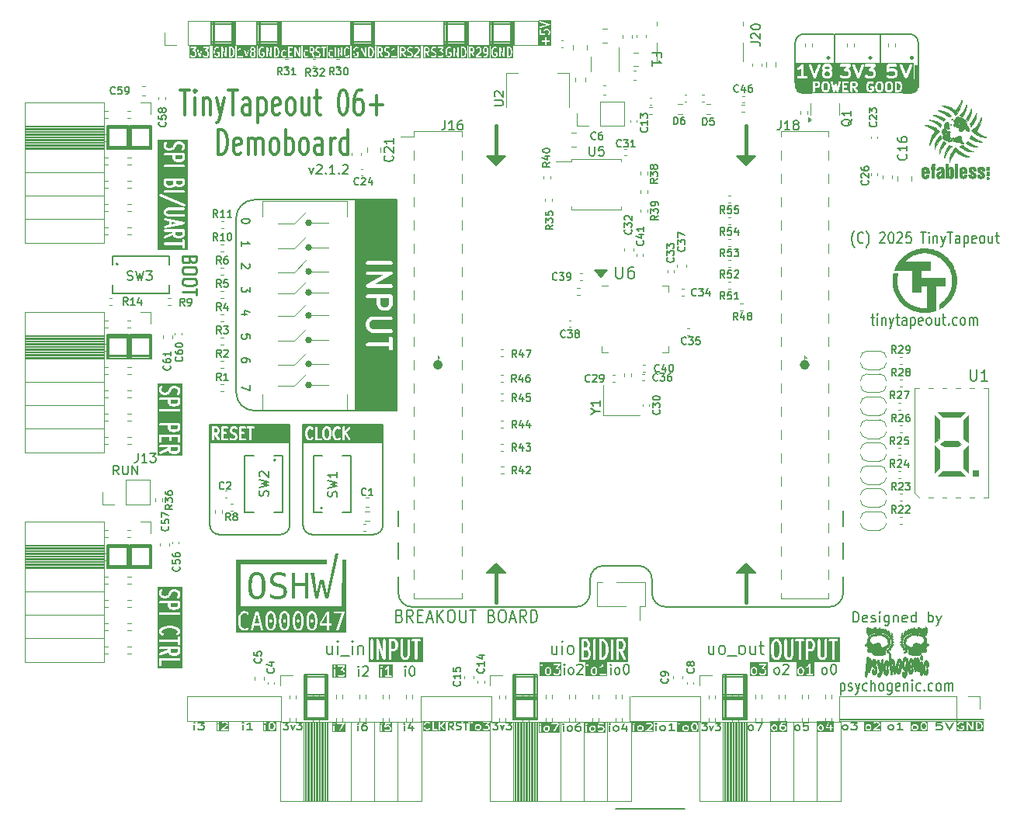
<source format=gbr>
%TF.GenerationSoftware,KiCad,Pcbnew,8.0.8-8.0.8-0~ubuntu22.04.1*%
%TF.CreationDate,2025-02-25T18:23:06-05:00*%
%TF.ProjectId,tinytapeout-demo,74696e79-7461-4706-956f-75742d64656d,2.1.2*%
%TF.SameCoordinates,PX38be5e0PY7d687e0*%
%TF.FileFunction,Legend,Top*%
%TF.FilePolarity,Positive*%
%FSLAX46Y46*%
G04 Gerber Fmt 4.6, Leading zero omitted, Abs format (unit mm)*
G04 Created by KiCad (PCBNEW 8.0.8-8.0.8-0~ubuntu22.04.1) date 2025-02-25 18:23:06*
%MOMM*%
%LPD*%
G01*
G04 APERTURE LIST*
%ADD10C,0.200000*%
%ADD11C,0.150000*%
%ADD12C,0.825000*%
%ADD13C,0.180000*%
%ADD14C,0.300000*%
%ADD15C,0.050000*%
%ADD16C,0.400000*%
%ADD17C,0.100000*%
%ADD18C,0.080000*%
%ADD19C,0.275000*%
%ADD20C,0.250000*%
%ADD21C,0.375000*%
%ADD22C,0.170000*%
%ADD23C,0.225000*%
%ADD24C,0.120000*%
%ADD25C,0.000000*%
%ADD26C,0.010000*%
%ADD27C,0.500000*%
%ADD28C,0.240000*%
G04 APERTURE END LIST*
D10*
X128300000Y-130200000D02*
X128300000Y-127800000D01*
X85000000Y-127800000D02*
X82400000Y-127800000D01*
D11*
X88000000Y-90000000D02*
X92500000Y-90000000D01*
X92500000Y-96500000D01*
X88000000Y-96500000D01*
X88000000Y-90000000D01*
G36*
X88000000Y-90000000D02*
G01*
X92500000Y-90000000D01*
X92500000Y-96500000D01*
X88000000Y-96500000D01*
X88000000Y-90000000D01*
G37*
D12*
X137162500Y-61100000D02*
G75*
G02*
X136337500Y-61100000I-412500J0D01*
G01*
X136337500Y-61100000D02*
G75*
G02*
X137162500Y-61100000I412500J0D01*
G01*
D10*
X128100000Y-125300000D02*
X128100000Y-127700000D01*
X105200000Y-127800000D02*
X105200000Y-130200000D01*
X84800000Y-127700000D02*
X84800000Y-125300000D01*
X60900000Y-90600000D02*
X63300000Y-90600000D01*
X85000000Y-125500000D02*
X82400000Y-125500000D01*
X130700000Y-128000000D02*
X128100000Y-128000000D01*
D11*
X91000000Y-109000000D02*
X91000000Y-100000000D01*
D10*
X60900000Y-111100000D02*
X60900000Y-113700000D01*
X82600000Y-130200000D02*
X82600000Y-127800000D01*
D13*
X77350000Y-100000000D02*
X72150000Y-100000000D01*
D10*
X63400000Y-65700000D02*
X65800000Y-65700000D01*
D11*
X114800000Y-81900000D02*
X114100000Y-81200000D01*
X115500000Y-81200000D01*
X114800000Y-81900000D01*
G36*
X114800000Y-81900000D02*
G01*
X114100000Y-81200000D01*
X115500000Y-81200000D01*
X114800000Y-81900000D01*
G37*
X135957107Y-56307107D02*
X135957107Y-60700000D01*
D10*
X63400000Y-67700000D02*
X65800000Y-67700000D01*
X84700000Y-130200000D02*
X84700000Y-127800000D01*
D11*
X88000000Y-73500000D02*
X92500000Y-73500000D01*
X92500000Y-80000000D01*
X88000000Y-80000000D01*
X88000000Y-73500000D01*
G36*
X88000000Y-73500000D02*
G01*
X92500000Y-73500000D01*
X92500000Y-80000000D01*
X88000000Y-80000000D01*
X88000000Y-73500000D01*
G37*
D10*
X87800000Y-56500000D02*
X87800000Y-54100000D01*
X65800000Y-90800000D02*
X65800000Y-88200000D01*
D11*
X90000000Y-110000001D02*
X83300001Y-110000001D01*
D10*
X74700000Y-56500000D02*
X74700000Y-54100000D01*
D11*
X115100000Y-113400000D02*
X118850000Y-113400000D01*
D10*
X63600000Y-88200000D02*
X63600000Y-90800000D01*
X130700000Y-125500000D02*
X128100000Y-125500000D01*
D11*
X92500000Y-73500000D02*
X77000000Y-73500000D01*
D10*
X85000000Y-127700000D02*
X85000000Y-125300000D01*
X63300000Y-68000000D02*
X63300000Y-65400000D01*
X107800000Y-128000000D02*
X105200000Y-128000000D01*
X97700000Y-54100000D02*
X97700000Y-56500000D01*
D14*
X92300000Y-79750000D02*
X92300000Y-90250000D01*
D10*
X130700000Y-125300000D02*
X128100000Y-125300000D01*
D15*
X149450000Y-60800000D02*
X148950000Y-60800000D01*
X148950000Y-58800000D01*
X149450000Y-58800000D01*
X149450000Y-60800000D01*
G36*
X149450000Y-60800000D02*
G01*
X148950000Y-60800000D01*
X148950000Y-58800000D01*
X149450000Y-58800000D01*
X149450000Y-60800000D01*
G37*
D10*
X79900000Y-54100000D02*
X77300000Y-54100000D01*
D11*
X87600000Y-98000000D02*
X90800000Y-98000000D01*
X90800000Y-100000000D01*
X87600000Y-100000000D01*
X87600000Y-98000000D01*
G36*
X87600000Y-98000000D02*
G01*
X90800000Y-98000000D01*
X90800000Y-100000000D01*
X87600000Y-100000000D01*
X87600000Y-98000000D01*
G37*
D10*
X77600000Y-56500000D02*
X77600000Y-54100000D01*
D11*
X141200000Y-109150000D02*
X141200000Y-107400000D01*
D15*
X137750000Y-61900000D02*
X136900000Y-61900000D01*
X136900000Y-60600000D01*
X137750000Y-60600000D01*
X137750000Y-61900000D01*
G36*
X137750000Y-61900000D02*
G01*
X136900000Y-61900000D01*
X136900000Y-60600000D01*
X137750000Y-60600000D01*
X137750000Y-61900000D01*
G37*
D11*
X145300000Y-55400000D02*
X145300000Y-60400000D01*
D10*
X63600000Y-111100000D02*
X63600000Y-113700000D01*
X74600000Y-56500000D02*
X74600000Y-54100000D01*
X63400000Y-111300000D02*
X65800000Y-111300000D01*
X105100000Y-56500000D02*
X105100000Y-54100000D01*
X63100000Y-113700000D02*
X63100000Y-111100000D01*
D11*
X77000000Y-96500000D02*
G75*
G02*
X75000000Y-94500000I0J2000000D01*
G01*
D10*
X107600000Y-130200000D02*
X107600000Y-127800000D01*
X63400000Y-113700000D02*
X65800000Y-113700000D01*
X100100000Y-56500000D02*
X100100000Y-54100000D01*
D11*
X91000000Y-100000000D02*
X89400000Y-100000000D01*
X135957107Y-56407107D02*
G75*
G02*
X136957107Y-55407107I999993J7D01*
G01*
X140200000Y-55400000D02*
X136950000Y-55400000D01*
D10*
X105200000Y-127700000D02*
X107800000Y-127700000D01*
X90100000Y-54300000D02*
X87500000Y-54300000D01*
X79600000Y-56500000D02*
X79600000Y-54100000D01*
D11*
X94200000Y-117900000D02*
X112080000Y-117900000D01*
D10*
X63400000Y-111400000D02*
X65800000Y-111400000D01*
D15*
X137750000Y-61200000D02*
X135950000Y-61200000D01*
X135950000Y-60350000D01*
X137750000Y-60350000D01*
X137750000Y-61200000D01*
G36*
X137750000Y-61200000D02*
G01*
X135950000Y-61200000D01*
X135950000Y-60350000D01*
X137750000Y-60350000D01*
X137750000Y-61200000D01*
G37*
D11*
X77150000Y-98000000D02*
X80650000Y-98000000D01*
X80650000Y-100000000D01*
X77150000Y-100000000D01*
X77150000Y-98000000D01*
G36*
X77150000Y-98000000D02*
G01*
X80650000Y-98000000D01*
X80650000Y-100000000D01*
X77150000Y-100000000D01*
X77150000Y-98000000D01*
G37*
D10*
X63400000Y-88200000D02*
X63400000Y-90800000D01*
X65800000Y-68000000D02*
X65800000Y-65400000D01*
X63300000Y-113700000D02*
X63300000Y-111100000D01*
X63400000Y-67800000D02*
X65800000Y-67800000D01*
D11*
X75000000Y-75500000D02*
X75000000Y-94500000D01*
D10*
X128100000Y-127500000D02*
X130700000Y-127500000D01*
X82400000Y-127500000D02*
X85000000Y-127500000D01*
D11*
X92700000Y-112650000D02*
X92700000Y-110900000D01*
D10*
X107800000Y-125500000D02*
X105200000Y-125500000D01*
D11*
X116400000Y-139900000D02*
X123900000Y-139900000D01*
D15*
X149450000Y-61200000D02*
X147800000Y-61200000D01*
X147800000Y-60350000D01*
X149450000Y-60350000D01*
X149450000Y-61200000D01*
G36*
X149450000Y-61200000D02*
G01*
X147800000Y-61200000D01*
X147800000Y-60350000D01*
X149450000Y-60350000D01*
X149450000Y-61200000D01*
G37*
D10*
X60900000Y-65600000D02*
X63300000Y-65600000D01*
D11*
X121850000Y-117900000D02*
G75*
G02*
X120350000Y-116400000I0J1500000D01*
G01*
D10*
X130400000Y-130200000D02*
X130400000Y-127800000D01*
D16*
X103350000Y-113900000D02*
X103350000Y-117400000D01*
D10*
X63400000Y-90600000D02*
X65800000Y-90600000D01*
X65800000Y-113700000D02*
X65800000Y-111100000D01*
D11*
X149400000Y-56400000D02*
X149400000Y-60800000D01*
D10*
X107800000Y-127800000D02*
X105200000Y-127800000D01*
X60900000Y-68000000D02*
X63300000Y-68000000D01*
X128400000Y-130200000D02*
X128400000Y-127800000D01*
X72500000Y-56500000D02*
X72500000Y-54100000D01*
X60900000Y-90800000D02*
X63300000Y-90800000D01*
X82400000Y-130200000D02*
X85000000Y-130200000D01*
X107500000Y-130200000D02*
X107500000Y-127800000D01*
D11*
X140845000Y-130205000D02*
X156500000Y-130205000D01*
D10*
X107600000Y-127700000D02*
X107600000Y-125300000D01*
D11*
X92700000Y-116400000D02*
X92700000Y-114650000D01*
D10*
X79900000Y-56500000D02*
X79900000Y-54100000D01*
X87500000Y-54100000D02*
X87500000Y-56500000D01*
X89800000Y-56500000D02*
X89800000Y-54100000D01*
X82400000Y-127700000D02*
X85000000Y-127700000D01*
X90100000Y-54100000D02*
X87500000Y-54100000D01*
D11*
X121830000Y-117900000D02*
X139700000Y-117900000D01*
D10*
X97700000Y-56500000D02*
X100300000Y-56500000D01*
X60900000Y-113500000D02*
X63300000Y-113500000D01*
D11*
X79850000Y-110000001D02*
X73150001Y-110000001D01*
D10*
X87700000Y-56500000D02*
X87700000Y-54100000D01*
X63400000Y-113400000D02*
X65800000Y-113400000D01*
X63300000Y-65400000D02*
X60900000Y-65400000D01*
X60900000Y-111400000D02*
X63300000Y-111400000D01*
X65800000Y-65400000D02*
X63400000Y-65400000D01*
X105400000Y-127700000D02*
X105400000Y-125300000D01*
X79900000Y-54300000D02*
X77300000Y-54300000D01*
X63400000Y-65600000D02*
X65800000Y-65600000D01*
X72300000Y-54100000D02*
X72300000Y-56500000D01*
D11*
X113600000Y-116400000D02*
X113600000Y-114900000D01*
D10*
X84800000Y-130200000D02*
X84800000Y-127800000D01*
X130500000Y-127700000D02*
X130500000Y-125300000D01*
X63400000Y-88400000D02*
X65800000Y-88400000D01*
X77300000Y-54100000D02*
X77300000Y-56500000D01*
D11*
X80850000Y-98000000D02*
X72150000Y-98000000D01*
D10*
X107800000Y-130200000D02*
X107800000Y-127800000D01*
X100300000Y-54100000D02*
X97700000Y-54100000D01*
X74900000Y-54300000D02*
X72300000Y-54300000D01*
X128100000Y-127700000D02*
X130700000Y-127700000D01*
X82400000Y-125300000D02*
X82400000Y-127700000D01*
D11*
X80650000Y-98000000D02*
X80850000Y-98000000D01*
X80850000Y-99900000D01*
X80650000Y-99900000D01*
X80650000Y-98000000D01*
G36*
X80650000Y-98000000D02*
G01*
X80850000Y-98000000D01*
X80850000Y-99900000D01*
X80650000Y-99900000D01*
X80650000Y-98000000D01*
G37*
D10*
X77300000Y-56500000D02*
X79900000Y-56500000D01*
D15*
X148600000Y-61900000D02*
X147750000Y-61900000D01*
X147750000Y-60600000D01*
X148600000Y-60600000D01*
X148600000Y-61900000D01*
G36*
X148600000Y-61900000D02*
G01*
X147750000Y-61900000D01*
X147750000Y-60600000D01*
X148600000Y-60600000D01*
X148600000Y-61900000D01*
G37*
D11*
X145250000Y-55400000D02*
X148400000Y-55400000D01*
D10*
X130700000Y-130200000D02*
X130700000Y-127800000D01*
X130700000Y-127700000D02*
X130700000Y-125300000D01*
X82600000Y-127700000D02*
X82600000Y-125300000D01*
X107500000Y-127700000D02*
X107500000Y-125300000D01*
X65600000Y-90800000D02*
X65600000Y-88200000D01*
D11*
X91000000Y-109000000D02*
G75*
G02*
X90000000Y-110000000I-1000000J0D01*
G01*
D10*
X63100000Y-90800000D02*
X63100000Y-88200000D01*
D12*
X149062500Y-61100000D02*
G75*
G02*
X148237500Y-61100000I-412500J0D01*
G01*
X148237500Y-61100000D02*
G75*
G02*
X149062500Y-61100000I412500J0D01*
G01*
D11*
X120350000Y-114900000D02*
X120350000Y-116400000D01*
D10*
X60900000Y-90500000D02*
X63300000Y-90500000D01*
X100300000Y-56500000D02*
X100300000Y-54100000D01*
X130700000Y-127800000D02*
X128100000Y-127800000D01*
X97900000Y-56500000D02*
X97900000Y-54100000D01*
X63400000Y-68000000D02*
X65800000Y-68000000D01*
X74900000Y-54100000D02*
X72300000Y-54100000D01*
X63300000Y-88200000D02*
X60900000Y-88200000D01*
D11*
X92700000Y-109150000D02*
X92700000Y-107400000D01*
X80850000Y-100000000D02*
X79250000Y-100000000D01*
D10*
X79700000Y-56500000D02*
X79700000Y-54100000D01*
D11*
X118850000Y-113400000D02*
G75*
G02*
X120350000Y-114900000I0J-1500000D01*
G01*
D10*
X105200000Y-125300000D02*
X105200000Y-127700000D01*
D11*
X88000000Y-80000000D02*
X89025400Y-80000000D01*
X89025400Y-90000000D01*
X88000000Y-90000000D01*
X88000000Y-80000000D01*
G36*
X88000000Y-80000000D02*
G01*
X89025400Y-80000000D01*
X89025400Y-90000000D01*
X88000000Y-90000000D01*
X88000000Y-80000000D01*
G37*
D17*
X137750000Y-60400000D02*
X149350000Y-60400000D01*
X149350000Y-60492006D01*
X137750000Y-60492006D01*
X137750000Y-60400000D01*
D10*
X103000000Y-56500000D02*
X103000000Y-54100000D01*
X100300000Y-54300000D02*
X97700000Y-54300000D01*
D11*
X141200000Y-112650000D02*
X141200000Y-110900000D01*
D10*
X98000000Y-56500000D02*
X98000000Y-54100000D01*
D11*
X104350000Y-114150000D02*
X102350000Y-114150000D01*
X103350000Y-113150000D01*
X104350000Y-114150000D01*
G36*
X104350000Y-114150000D02*
G01*
X102350000Y-114150000D01*
X103350000Y-113150000D01*
X104350000Y-114150000D01*
G37*
X80850000Y-109000000D02*
X80850000Y-100000000D01*
D10*
X63300000Y-90800000D02*
X63300000Y-88200000D01*
X60900000Y-65700000D02*
X63300000Y-65700000D01*
D11*
X140300000Y-58800000D02*
X140300000Y-55400000D01*
X94200000Y-117900000D02*
G75*
G02*
X92700000Y-116400000I0J1500000D01*
G01*
D10*
X65600000Y-68000000D02*
X65600000Y-65400000D01*
D11*
X140300000Y-55400000D02*
X145300000Y-55400000D01*
D10*
X63400000Y-113500000D02*
X65800000Y-113500000D01*
X102700000Y-56300000D02*
X105300000Y-56300000D01*
X72300000Y-56300000D02*
X74900000Y-56300000D01*
X105300000Y-54100000D02*
X102700000Y-54100000D01*
X102900000Y-56500000D02*
X102900000Y-54100000D01*
X60900000Y-113700000D02*
X63300000Y-113700000D01*
X82400000Y-127800000D02*
X82400000Y-130200000D01*
X65600000Y-113700000D02*
X65600000Y-111100000D01*
D11*
X113600000Y-116400000D02*
G75*
G02*
X112100000Y-117900000I-1500000J0D01*
G01*
D16*
X130600000Y-68950000D02*
X130600000Y-65450000D01*
D10*
X128300000Y-127700000D02*
X128300000Y-125300000D01*
D18*
X145850000Y-60400000D02*
X144900000Y-60400000D01*
X144900000Y-58550000D01*
X145850000Y-58550000D01*
X145850000Y-60400000D01*
G36*
X145850000Y-60400000D02*
G01*
X144900000Y-60400000D01*
X144900000Y-58550000D01*
X145850000Y-58550000D01*
X145850000Y-60400000D01*
G37*
D10*
X63100000Y-68000000D02*
X63100000Y-65400000D01*
X102700000Y-54100000D02*
X102700000Y-56500000D01*
D11*
X148400000Y-55400000D02*
G75*
G02*
X149400000Y-56400000I0J-1000000D01*
G01*
D10*
X128100000Y-130200000D02*
X130700000Y-130200000D01*
X105300000Y-54300000D02*
X102700000Y-54300000D01*
X63400000Y-65400000D02*
X63400000Y-68000000D01*
X128100000Y-127800000D02*
X128100000Y-130200000D01*
X61100000Y-88200000D02*
X61100000Y-90800000D01*
X63600000Y-65400000D02*
X63600000Y-68000000D01*
D11*
X131600000Y-114150000D02*
X129600000Y-114150000D01*
X130600000Y-113150000D01*
X131600000Y-114150000D01*
G36*
X131600000Y-114150000D02*
G01*
X129600000Y-114150000D01*
X130600000Y-113150000D01*
X131600000Y-114150000D01*
G37*
D10*
X87500000Y-56500000D02*
X90100000Y-56500000D01*
X82400000Y-130000000D02*
X85000000Y-130000000D01*
X63400000Y-111100000D02*
X63400000Y-113700000D01*
X89900000Y-56500000D02*
X89900000Y-54100000D01*
X97700000Y-56300000D02*
X100300000Y-56300000D01*
X60900000Y-111300000D02*
X63300000Y-111300000D01*
X87500000Y-56300000D02*
X90100000Y-56300000D01*
D11*
X77000000Y-96500000D02*
X92500000Y-96500000D01*
X72150000Y-98100000D02*
X72150000Y-109000000D01*
D10*
X60900000Y-113400000D02*
X63300000Y-113400000D01*
X74900000Y-56500000D02*
X74900000Y-54100000D01*
X60900000Y-88500000D02*
X63300000Y-88500000D01*
X63400000Y-90500000D02*
X65800000Y-90500000D01*
D13*
X87500000Y-100000000D02*
X82300000Y-100000000D01*
D10*
X90100000Y-56500000D02*
X90100000Y-54100000D01*
D11*
X83300001Y-110000001D02*
G75*
G02*
X82299999Y-109000001I-1J1000001D01*
G01*
D10*
X61100000Y-65400000D02*
X61100000Y-68000000D01*
X77300000Y-56300000D02*
X79900000Y-56300000D01*
X82700000Y-130200000D02*
X82700000Y-127800000D01*
X60900000Y-67700000D02*
X63300000Y-67700000D01*
D11*
X82300000Y-98100000D02*
X82300000Y-109000000D01*
D10*
X82700000Y-127700000D02*
X82700000Y-125300000D01*
D11*
X75000000Y-75500000D02*
G75*
G02*
X77000000Y-73500000I2000000J0D01*
G01*
D16*
X130600000Y-113900000D02*
X130600000Y-117400000D01*
D10*
X60900000Y-88400000D02*
X63300000Y-88400000D01*
D11*
X80850000Y-109000000D02*
G75*
G02*
X79850000Y-110000000I-1000000J0D01*
G01*
D10*
X85000000Y-128000000D02*
X82400000Y-128000000D01*
X72600000Y-56500000D02*
X72600000Y-54100000D01*
D11*
X113600000Y-114900000D02*
G75*
G02*
X115100000Y-113400000I1500000J0D01*
G01*
D10*
X105200000Y-130000000D02*
X107800000Y-130000000D01*
X60900000Y-88200000D02*
X60900000Y-90800000D01*
D11*
X141200000Y-116400000D02*
G75*
G02*
X139700000Y-117900000I-1500000J0D01*
G01*
D10*
X102700000Y-56500000D02*
X105300000Y-56500000D01*
X130400000Y-127700000D02*
X130400000Y-125300000D01*
X105400000Y-130200000D02*
X105400000Y-127800000D01*
X61100000Y-111100000D02*
X61100000Y-113700000D01*
X63400000Y-90800000D02*
X65800000Y-90800000D01*
X105300000Y-56500000D02*
X105300000Y-54100000D01*
X84700000Y-127700000D02*
X84700000Y-125300000D01*
X63400000Y-88500000D02*
X65800000Y-88500000D01*
D11*
X130600000Y-69700000D02*
X129600000Y-68700000D01*
X131600000Y-68700000D01*
X130600000Y-69700000D01*
G36*
X130600000Y-69700000D02*
G01*
X129600000Y-68700000D01*
X131600000Y-68700000D01*
X130600000Y-69700000D01*
G37*
D10*
X85000000Y-130200000D02*
X85000000Y-127800000D01*
X105000000Y-56500000D02*
X105000000Y-54100000D01*
X130500000Y-130200000D02*
X130500000Y-127800000D01*
D11*
X103350000Y-69700000D02*
X102350000Y-68700000D01*
X104350000Y-68700000D01*
X103350000Y-69700000D01*
G36*
X103350000Y-69700000D02*
G01*
X102350000Y-68700000D01*
X104350000Y-68700000D01*
X103350000Y-69700000D01*
G37*
D10*
X65800000Y-111100000D02*
X63400000Y-111100000D01*
X105500000Y-127700000D02*
X105500000Y-125300000D01*
D11*
X141200000Y-116400000D02*
X141200000Y-114650000D01*
D10*
X60900000Y-67800000D02*
X63300000Y-67800000D01*
D11*
X91000000Y-98000000D02*
X82300000Y-98000000D01*
D10*
X100000000Y-56500000D02*
X100000000Y-54100000D01*
X60900000Y-65400000D02*
X60900000Y-68000000D01*
X107800000Y-125300000D02*
X105200000Y-125300000D01*
D15*
X140700000Y-60550000D02*
X140150000Y-60550000D01*
X140150000Y-58550000D01*
X140700000Y-58550000D01*
X140700000Y-60550000D01*
G36*
X140700000Y-60550000D02*
G01*
X140150000Y-60550000D01*
X140150000Y-58550000D01*
X140700000Y-58550000D01*
X140700000Y-60550000D01*
G37*
D10*
X128100000Y-130000000D02*
X130700000Y-130000000D01*
D16*
X103350000Y-68950000D02*
X103350000Y-65450000D01*
D10*
X77500000Y-56500000D02*
X77500000Y-54100000D01*
X107800000Y-127700000D02*
X107800000Y-125300000D01*
X105200000Y-130200000D02*
X107800000Y-130200000D01*
D11*
X92500000Y-73500000D02*
X92500000Y-96500000D01*
D10*
X128400000Y-127700000D02*
X128400000Y-125300000D01*
X85000000Y-125300000D02*
X82400000Y-125300000D01*
X65800000Y-88200000D02*
X63400000Y-88200000D01*
X72300000Y-56500000D02*
X74900000Y-56500000D01*
X105200000Y-127500000D02*
X107800000Y-127500000D01*
D11*
X73150001Y-110000001D02*
G75*
G02*
X72149999Y-109000001I-1J1000001D01*
G01*
D10*
X105500000Y-130200000D02*
X105500000Y-127800000D01*
X63300000Y-111100000D02*
X60900000Y-111100000D01*
D11*
X90800000Y-98000000D02*
X91000000Y-98000000D01*
X91000000Y-99900000D01*
X90800000Y-99900000D01*
X90800000Y-98000000D01*
G36*
X90800000Y-98000000D02*
G01*
X91000000Y-98000000D01*
X91000000Y-99900000D01*
X90800000Y-99900000D01*
X90800000Y-98000000D01*
G37*
D10*
X76494042Y-91181429D02*
X76494042Y-91010000D01*
X76494042Y-91010000D02*
X76451185Y-90924286D01*
X76451185Y-90924286D02*
X76408328Y-90881429D01*
X76408328Y-90881429D02*
X76279757Y-90795714D01*
X76279757Y-90795714D02*
X76108328Y-90752857D01*
X76108328Y-90752857D02*
X75765471Y-90752857D01*
X75765471Y-90752857D02*
X75679757Y-90795714D01*
X75679757Y-90795714D02*
X75636900Y-90838571D01*
X75636900Y-90838571D02*
X75594042Y-90924286D01*
X75594042Y-90924286D02*
X75594042Y-91095714D01*
X75594042Y-91095714D02*
X75636900Y-91181429D01*
X75636900Y-91181429D02*
X75679757Y-91224286D01*
X75679757Y-91224286D02*
X75765471Y-91267143D01*
X75765471Y-91267143D02*
X75979757Y-91267143D01*
X75979757Y-91267143D02*
X76065471Y-91224286D01*
X76065471Y-91224286D02*
X76108328Y-91181429D01*
X76108328Y-91181429D02*
X76151185Y-91095714D01*
X76151185Y-91095714D02*
X76151185Y-90924286D01*
X76151185Y-90924286D02*
X76108328Y-90838571D01*
X76108328Y-90838571D02*
X76065471Y-90795714D01*
X76065471Y-90795714D02*
X75979757Y-90752857D01*
D19*
G36*
X68621561Y-122789862D02*
G01*
X68571085Y-122852957D01*
X68510701Y-122890697D01*
X68357125Y-122938690D01*
X68113379Y-122938690D01*
X67959802Y-122890697D01*
X67899416Y-122852955D01*
X67848942Y-122789862D01*
X67848942Y-122499405D01*
X68621561Y-122499405D01*
X68621561Y-122789862D01*
G37*
G36*
X68621561Y-117789862D02*
G01*
X68571085Y-117852957D01*
X68510701Y-117890697D01*
X68357125Y-117938690D01*
X68113379Y-117938690D01*
X67959802Y-117890697D01*
X67899416Y-117852955D01*
X67848942Y-117789862D01*
X67848942Y-117499405D01*
X68621561Y-117499405D01*
X68621561Y-117789862D01*
G37*
G36*
X69118783Y-124564223D02*
G01*
X66399339Y-124564223D01*
X66399339Y-123611905D01*
X66621561Y-123611905D01*
X66621561Y-124207143D01*
X66624203Y-124233968D01*
X66644734Y-124283534D01*
X66682670Y-124321470D01*
X66732236Y-124342001D01*
X66785886Y-124342001D01*
X66835452Y-124321470D01*
X66873388Y-124283534D01*
X66893919Y-124233968D01*
X66896561Y-124207143D01*
X66896561Y-123749405D01*
X68759061Y-123749405D01*
X68785886Y-123746763D01*
X68835452Y-123726232D01*
X68873388Y-123688296D01*
X68893919Y-123638730D01*
X68893919Y-123585080D01*
X68873388Y-123535514D01*
X68835452Y-123497578D01*
X68785886Y-123477047D01*
X68759061Y-123474405D01*
X66759061Y-123474405D01*
X66732236Y-123477047D01*
X66682670Y-123497578D01*
X66644734Y-123535514D01*
X66624203Y-123585080D01*
X66621561Y-123611905D01*
X66399339Y-123611905D01*
X66399339Y-123052028D01*
X66623701Y-123052028D01*
X66624758Y-123105668D01*
X66646262Y-123154819D01*
X66684938Y-123192001D01*
X66734899Y-123211550D01*
X66788539Y-123210493D01*
X66814174Y-123202162D01*
X67577877Y-122868042D01*
X67583991Y-122882803D01*
X67589378Y-122901393D01*
X67595751Y-122911194D01*
X67597115Y-122914486D01*
X67599336Y-122916707D01*
X67604072Y-122923990D01*
X67699311Y-123043039D01*
X67710425Y-123054434D01*
X67712459Y-123057286D01*
X67715472Y-123059609D01*
X67718131Y-123062335D01*
X67721199Y-123064024D01*
X67733806Y-123073744D01*
X67829046Y-123133267D01*
X67834249Y-123135847D01*
X67836090Y-123137384D01*
X67844762Y-123141061D01*
X67853194Y-123145243D01*
X67855556Y-123145638D01*
X67860906Y-123147907D01*
X68051382Y-123207431D01*
X68062319Y-123209701D01*
X68065570Y-123211048D01*
X68071724Y-123211654D01*
X68077774Y-123212910D01*
X68081274Y-123212594D01*
X68092395Y-123213690D01*
X68378109Y-123213690D01*
X68389229Y-123212594D01*
X68392730Y-123212910D01*
X68398779Y-123211654D01*
X68404934Y-123211048D01*
X68408184Y-123209701D01*
X68419122Y-123207431D01*
X68609598Y-123147907D01*
X68614947Y-123145638D01*
X68617311Y-123145243D01*
X68625743Y-123141060D01*
X68634414Y-123137384D01*
X68636255Y-123135846D01*
X68641459Y-123133266D01*
X68736697Y-123073743D01*
X68749303Y-123064024D01*
X68752372Y-123062335D01*
X68755028Y-123059611D01*
X68758045Y-123057286D01*
X68760080Y-123054431D01*
X68771193Y-123043038D01*
X68866431Y-122923990D01*
X68871166Y-122916707D01*
X68873388Y-122914486D01*
X68874751Y-122911194D01*
X68881125Y-122901393D01*
X68886512Y-122882800D01*
X68893919Y-122864920D01*
X68895064Y-122853287D01*
X68896057Y-122849863D01*
X68895709Y-122846737D01*
X68896561Y-122838095D01*
X68896561Y-122361905D01*
X68893919Y-122335080D01*
X68873388Y-122285514D01*
X68835452Y-122247578D01*
X68785886Y-122227047D01*
X68759061Y-122224405D01*
X66759061Y-122224405D01*
X66732236Y-122227047D01*
X66682670Y-122247578D01*
X66644734Y-122285514D01*
X66624203Y-122335080D01*
X66624203Y-122388730D01*
X66644734Y-122438296D01*
X66682670Y-122476232D01*
X66732236Y-122496763D01*
X66759061Y-122499405D01*
X67573942Y-122499405D01*
X67573942Y-122569597D01*
X66703948Y-122950218D01*
X66680432Y-122963391D01*
X66643250Y-123002067D01*
X66623701Y-123052028D01*
X66399339Y-123052028D01*
X66399339Y-121561270D01*
X66624203Y-121561270D01*
X66624203Y-121614920D01*
X66644734Y-121664486D01*
X66682670Y-121702422D01*
X66732236Y-121722953D01*
X66759061Y-121725595D01*
X68621561Y-121725595D01*
X68621561Y-121945238D01*
X68624203Y-121972063D01*
X68644734Y-122021629D01*
X68682670Y-122059565D01*
X68732236Y-122080096D01*
X68785886Y-122080096D01*
X68835452Y-122059565D01*
X68873388Y-122021629D01*
X68893919Y-121972063D01*
X68896561Y-121945238D01*
X68896561Y-121230952D01*
X68893919Y-121204127D01*
X68873388Y-121154561D01*
X68835452Y-121116625D01*
X68785886Y-121096094D01*
X68732236Y-121096094D01*
X68682670Y-121116625D01*
X68644734Y-121154561D01*
X68624203Y-121204127D01*
X68621561Y-121230952D01*
X68621561Y-121450595D01*
X66759061Y-121450595D01*
X66732236Y-121453237D01*
X66682670Y-121473768D01*
X66644734Y-121511704D01*
X66624203Y-121561270D01*
X66399339Y-121561270D01*
X66399339Y-120516666D01*
X66621561Y-120516666D01*
X66621561Y-120635714D01*
X66624203Y-120662539D01*
X66626788Y-120668781D01*
X66627445Y-120675508D01*
X66637738Y-120700420D01*
X66732977Y-120878991D01*
X66747932Y-120901417D01*
X66754865Y-120907117D01*
X66760078Y-120914427D01*
X66781425Y-120930885D01*
X66876663Y-120990408D01*
X66900810Y-121002385D01*
X66953724Y-121011245D01*
X67005999Y-120999182D01*
X67049680Y-120968031D01*
X67078114Y-120922536D01*
X67086974Y-120869623D01*
X67074910Y-120817347D01*
X67043760Y-120773667D01*
X67022413Y-120757209D01*
X66958331Y-120717157D01*
X66896561Y-120601339D01*
X66896561Y-120551040D01*
X66958331Y-120435221D01*
X67102659Y-120345015D01*
X67266540Y-120293803D01*
X67626884Y-120237500D01*
X67891239Y-120237500D01*
X68251584Y-120293804D01*
X68415460Y-120345014D01*
X68559791Y-120435221D01*
X68621561Y-120551040D01*
X68621561Y-120601339D01*
X68559790Y-120717159D01*
X68495710Y-120757209D01*
X68474363Y-120773667D01*
X68443212Y-120817347D01*
X68431149Y-120869623D01*
X68440009Y-120922536D01*
X68468443Y-120968031D01*
X68512123Y-120999182D01*
X68564399Y-121011245D01*
X68617312Y-121002385D01*
X68641460Y-120990409D01*
X68736698Y-120930885D01*
X68758045Y-120914427D01*
X68763256Y-120907119D01*
X68770192Y-120901417D01*
X68785146Y-120878991D01*
X68880385Y-120700420D01*
X68890677Y-120675507D01*
X68891333Y-120668781D01*
X68893919Y-120662539D01*
X68896561Y-120635714D01*
X68896561Y-120516666D01*
X68893919Y-120489841D01*
X68891333Y-120483598D01*
X68890677Y-120476873D01*
X68880385Y-120451960D01*
X68785146Y-120273389D01*
X68770192Y-120250963D01*
X68763258Y-120245262D01*
X68758046Y-120237953D01*
X68736698Y-120221496D01*
X68546222Y-120102447D01*
X68541014Y-120099864D01*
X68539175Y-120098329D01*
X68530506Y-120094653D01*
X68522074Y-120090471D01*
X68519711Y-120090075D01*
X68514360Y-120087806D01*
X68323883Y-120028283D01*
X68313937Y-120026217D01*
X68304098Y-120023672D01*
X67923146Y-119964148D01*
X67912514Y-119963543D01*
X67901919Y-119962500D01*
X67616204Y-119962500D01*
X67605608Y-119963543D01*
X67594977Y-119964148D01*
X67214025Y-120023672D01*
X67204185Y-120026217D01*
X67194240Y-120028283D01*
X67003764Y-120087806D01*
X66998416Y-120090073D01*
X66996049Y-120090470D01*
X66987605Y-120094658D01*
X66978948Y-120098329D01*
X66977109Y-120099863D01*
X66971901Y-120102447D01*
X66781425Y-120221495D01*
X66760078Y-120237953D01*
X66754865Y-120245262D01*
X66747932Y-120250963D01*
X66732977Y-120273389D01*
X66637738Y-120451960D01*
X66627445Y-120476872D01*
X66626788Y-120483598D01*
X66624203Y-120489841D01*
X66621561Y-120516666D01*
X66399339Y-120516666D01*
X66399339Y-118585080D01*
X66624203Y-118585080D01*
X66624203Y-118638730D01*
X66644734Y-118688296D01*
X66682670Y-118726232D01*
X66732236Y-118746763D01*
X66759061Y-118749405D01*
X68759061Y-118749405D01*
X68785886Y-118746763D01*
X68835452Y-118726232D01*
X68873388Y-118688296D01*
X68893919Y-118638730D01*
X68893919Y-118585080D01*
X68873388Y-118535514D01*
X68835452Y-118497578D01*
X68785886Y-118477047D01*
X68759061Y-118474405D01*
X66759061Y-118474405D01*
X66732236Y-118477047D01*
X66682670Y-118497578D01*
X66644734Y-118535514D01*
X66624203Y-118585080D01*
X66399339Y-118585080D01*
X66399339Y-117335080D01*
X66624203Y-117335080D01*
X66624203Y-117388730D01*
X66644734Y-117438296D01*
X66682670Y-117476232D01*
X66732236Y-117496763D01*
X66759061Y-117499405D01*
X67573942Y-117499405D01*
X67573942Y-117838095D01*
X67574793Y-117846742D01*
X67574447Y-117849863D01*
X67575437Y-117853282D01*
X67576584Y-117864920D01*
X67583991Y-117882803D01*
X67589378Y-117901393D01*
X67595751Y-117911194D01*
X67597115Y-117914486D01*
X67599336Y-117916707D01*
X67604072Y-117923990D01*
X67699311Y-118043039D01*
X67710425Y-118054434D01*
X67712459Y-118057286D01*
X67715472Y-118059609D01*
X67718131Y-118062335D01*
X67721199Y-118064024D01*
X67733806Y-118073744D01*
X67829046Y-118133267D01*
X67834249Y-118135847D01*
X67836090Y-118137384D01*
X67844762Y-118141061D01*
X67853194Y-118145243D01*
X67855556Y-118145638D01*
X67860906Y-118147907D01*
X68051382Y-118207431D01*
X68062319Y-118209701D01*
X68065570Y-118211048D01*
X68071724Y-118211654D01*
X68077774Y-118212910D01*
X68081274Y-118212594D01*
X68092395Y-118213690D01*
X68378109Y-118213690D01*
X68389229Y-118212594D01*
X68392730Y-118212910D01*
X68398779Y-118211654D01*
X68404934Y-118211048D01*
X68408184Y-118209701D01*
X68419122Y-118207431D01*
X68609598Y-118147907D01*
X68614947Y-118145638D01*
X68617311Y-118145243D01*
X68625743Y-118141060D01*
X68634414Y-118137384D01*
X68636255Y-118135846D01*
X68641459Y-118133266D01*
X68736697Y-118073743D01*
X68749303Y-118064024D01*
X68752372Y-118062335D01*
X68755028Y-118059611D01*
X68758045Y-118057286D01*
X68760080Y-118054431D01*
X68771193Y-118043038D01*
X68866431Y-117923990D01*
X68871166Y-117916707D01*
X68873388Y-117914486D01*
X68874751Y-117911194D01*
X68881125Y-117901393D01*
X68886512Y-117882800D01*
X68893919Y-117864920D01*
X68895064Y-117853287D01*
X68896057Y-117849863D01*
X68895709Y-117846737D01*
X68896561Y-117838095D01*
X68896561Y-117361905D01*
X68893919Y-117335080D01*
X68873388Y-117285514D01*
X68835452Y-117247578D01*
X68785886Y-117227047D01*
X68759061Y-117224405D01*
X66759061Y-117224405D01*
X66732236Y-117227047D01*
X66682670Y-117247578D01*
X66644734Y-117285514D01*
X66624203Y-117335080D01*
X66399339Y-117335080D01*
X66399339Y-116290476D01*
X66621561Y-116290476D01*
X66621561Y-116588095D01*
X66622412Y-116596742D01*
X66622066Y-116599864D01*
X66623056Y-116603284D01*
X66624203Y-116614920D01*
X66631609Y-116632801D01*
X66636997Y-116651394D01*
X66643371Y-116661195D01*
X66644734Y-116664486D01*
X66646955Y-116666707D01*
X66651692Y-116673991D01*
X66746931Y-116793039D01*
X66758044Y-116804433D01*
X66760078Y-116807285D01*
X66763091Y-116809608D01*
X66765751Y-116812335D01*
X66768820Y-116814025D01*
X66781425Y-116823743D01*
X66876663Y-116883266D01*
X66881868Y-116885848D01*
X66883710Y-116887385D01*
X66892376Y-116891059D01*
X66900810Y-116895243D01*
X66903175Y-116895639D01*
X66908526Y-116897908D01*
X67099002Y-116957431D01*
X67109939Y-116959702D01*
X67113189Y-116961048D01*
X67119338Y-116961653D01*
X67125394Y-116962911D01*
X67128899Y-116962595D01*
X67140014Y-116963690D01*
X67330490Y-116963690D01*
X67341604Y-116962595D01*
X67345110Y-116962911D01*
X67351165Y-116961653D01*
X67357315Y-116961048D01*
X67360564Y-116959702D01*
X67371502Y-116957431D01*
X67561979Y-116897908D01*
X67567330Y-116895638D01*
X67569693Y-116895243D01*
X67578125Y-116891060D01*
X67586794Y-116887385D01*
X67588633Y-116885849D01*
X67593841Y-116883267D01*
X67689079Y-116823743D01*
X67701683Y-116814025D01*
X67704753Y-116812335D01*
X67707412Y-116809608D01*
X67710426Y-116807285D01*
X67712459Y-116804433D01*
X67723574Y-116793038D01*
X67818812Y-116673990D01*
X67824325Y-116665510D01*
X67826692Y-116663086D01*
X67829812Y-116657073D01*
X67833506Y-116651393D01*
X67834449Y-116648138D01*
X67839108Y-116639161D01*
X67926777Y-116419986D01*
X67994656Y-116335137D01*
X68055040Y-116297397D01*
X68208617Y-116249405D01*
X68357125Y-116249405D01*
X68510701Y-116297397D01*
X68571085Y-116335137D01*
X68621561Y-116398232D01*
X68621561Y-116613244D01*
X68542500Y-116761484D01*
X68532207Y-116786396D01*
X68526998Y-116839793D01*
X68542618Y-116891118D01*
X68576691Y-116932559D01*
X68624029Y-116957806D01*
X68677426Y-116963015D01*
X68728751Y-116947395D01*
X68770192Y-116913322D01*
X68785146Y-116890896D01*
X68880385Y-116712325D01*
X68890677Y-116687412D01*
X68891333Y-116680686D01*
X68893919Y-116674444D01*
X68896561Y-116647619D01*
X68896561Y-116350000D01*
X68895709Y-116341357D01*
X68896057Y-116338232D01*
X68895064Y-116334807D01*
X68893919Y-116323175D01*
X68886512Y-116305294D01*
X68881125Y-116286702D01*
X68874751Y-116276900D01*
X68873388Y-116273609D01*
X68871166Y-116271387D01*
X68866431Y-116264105D01*
X68771193Y-116145057D01*
X68760080Y-116133663D01*
X68758045Y-116130809D01*
X68755028Y-116128483D01*
X68752372Y-116125760D01*
X68749303Y-116124070D01*
X68736697Y-116114352D01*
X68641459Y-116054829D01*
X68636255Y-116052248D01*
X68634414Y-116050711D01*
X68625743Y-116047034D01*
X68617311Y-116042852D01*
X68614947Y-116042456D01*
X68609598Y-116040188D01*
X68419122Y-115980664D01*
X68408184Y-115978393D01*
X68404934Y-115977047D01*
X68398779Y-115976440D01*
X68392730Y-115975185D01*
X68389229Y-115975500D01*
X68378109Y-115974405D01*
X68187633Y-115974405D01*
X68176512Y-115975500D01*
X68173012Y-115975185D01*
X68166962Y-115976440D01*
X68160808Y-115977047D01*
X68157557Y-115978393D01*
X68146620Y-115980664D01*
X67956144Y-116040188D01*
X67950794Y-116042456D01*
X67948431Y-116042852D01*
X67939998Y-116047034D01*
X67931328Y-116050711D01*
X67929486Y-116052248D01*
X67924283Y-116054829D01*
X67829045Y-116114352D01*
X67816438Y-116124070D01*
X67813370Y-116125760D01*
X67810713Y-116128483D01*
X67807697Y-116130809D01*
X67805660Y-116133663D01*
X67794550Y-116145056D01*
X67699311Y-116264104D01*
X67693796Y-116272584D01*
X67691430Y-116275009D01*
X67688311Y-116281018D01*
X67684616Y-116286701D01*
X67683672Y-116289957D01*
X67679014Y-116298934D01*
X67591342Y-116518111D01*
X67523465Y-116602958D01*
X67463079Y-116640699D01*
X67309507Y-116688690D01*
X67160998Y-116688690D01*
X67007424Y-116640699D01*
X66947036Y-116602956D01*
X66896561Y-116539862D01*
X66896561Y-116324850D01*
X66975623Y-116176611D01*
X66985916Y-116151699D01*
X66991126Y-116098303D01*
X66975505Y-116046978D01*
X66941432Y-116005537D01*
X66894094Y-115980289D01*
X66840698Y-115975079D01*
X66789373Y-115990700D01*
X66747932Y-116024773D01*
X66732977Y-116047199D01*
X66637738Y-116225770D01*
X66627445Y-116250682D01*
X66626788Y-116257408D01*
X66624203Y-116263651D01*
X66621561Y-116290476D01*
X66399339Y-116290476D01*
X66399339Y-115752183D01*
X69118783Y-115752183D01*
X69118783Y-124564223D01*
G37*
D11*
G36*
X133829559Y-130914566D02*
G01*
X133858520Y-130937735D01*
X133887969Y-130984852D01*
X133887969Y-131170403D01*
X133858520Y-131217520D01*
X133829557Y-131240691D01*
X133758049Y-131269295D01*
X133644080Y-131269295D01*
X133572570Y-131240691D01*
X133543607Y-131217519D01*
X133514160Y-131170403D01*
X133514160Y-130984852D01*
X133543608Y-130937735D01*
X133572569Y-130914566D01*
X133644079Y-130885961D01*
X133758048Y-130885961D01*
X133829559Y-130914566D01*
G37*
G36*
X134781940Y-130952661D02*
G01*
X134810901Y-130975830D01*
X134840350Y-131022947D01*
X134840350Y-131170403D01*
X134810901Y-131217520D01*
X134781938Y-131240691D01*
X134710430Y-131269295D01*
X134548842Y-131269295D01*
X134477332Y-131240691D01*
X134448369Y-131217519D01*
X134418922Y-131170403D01*
X134418922Y-131022947D01*
X134448370Y-130975830D01*
X134477332Y-130952660D01*
X134548842Y-130924057D01*
X134710430Y-130924057D01*
X134781940Y-130952661D01*
G37*
G36*
X135079239Y-131508184D02*
G01*
X133275271Y-131508184D01*
X133275271Y-130963342D01*
X133364160Y-130963342D01*
X133364160Y-131191914D01*
X133365601Y-131206546D01*
X133367994Y-131212323D01*
X133369027Y-131218492D01*
X133375560Y-131231664D01*
X133423179Y-131307854D01*
X133428479Y-131314728D01*
X133429401Y-131316403D01*
X133430888Y-131317853D01*
X133432156Y-131319498D01*
X133433710Y-131320606D01*
X133439926Y-131326669D01*
X133487546Y-131364765D01*
X133492170Y-131367772D01*
X133493494Y-131369064D01*
X133496774Y-131370766D01*
X133499871Y-131372780D01*
X133501646Y-131373294D01*
X133506544Y-131375836D01*
X133601781Y-131413931D01*
X133614299Y-131417562D01*
X133615004Y-131417854D01*
X133615460Y-131417898D01*
X133615902Y-131418027D01*
X133616666Y-131418017D01*
X133629636Y-131419295D01*
X133772493Y-131419295D01*
X133785462Y-131418017D01*
X133786227Y-131418027D01*
X133786668Y-131417898D01*
X133787125Y-131417854D01*
X133787829Y-131417562D01*
X133800347Y-131413931D01*
X133895585Y-131375836D01*
X133900482Y-131373294D01*
X133902258Y-131372780D01*
X133905355Y-131370765D01*
X133908635Y-131369064D01*
X133909957Y-131367773D01*
X133914584Y-131364765D01*
X133962203Y-131326668D01*
X133968416Y-131320607D01*
X133969973Y-131319498D01*
X133971241Y-131317853D01*
X133972728Y-131316403D01*
X133973650Y-131314728D01*
X133978950Y-131307854D01*
X134026569Y-131231664D01*
X134033102Y-131218492D01*
X134034134Y-131212323D01*
X134036528Y-131206546D01*
X134037969Y-131191914D01*
X134037969Y-130963342D01*
X134036528Y-130948710D01*
X134034134Y-130942932D01*
X134033102Y-130936764D01*
X134026569Y-130923592D01*
X134003794Y-130887152D01*
X134268922Y-130887152D01*
X134268922Y-131191914D01*
X134270363Y-131206546D01*
X134272756Y-131212323D01*
X134273789Y-131218492D01*
X134280322Y-131231664D01*
X134327941Y-131307854D01*
X134333241Y-131314728D01*
X134334163Y-131316403D01*
X134335650Y-131317853D01*
X134336918Y-131319498D01*
X134338472Y-131320606D01*
X134344688Y-131326669D01*
X134392308Y-131364765D01*
X134396932Y-131367772D01*
X134398256Y-131369064D01*
X134401536Y-131370766D01*
X134404633Y-131372780D01*
X134406408Y-131373294D01*
X134411306Y-131375836D01*
X134506543Y-131413931D01*
X134519061Y-131417562D01*
X134519766Y-131417854D01*
X134520222Y-131417898D01*
X134520664Y-131418027D01*
X134521428Y-131418017D01*
X134534398Y-131419295D01*
X134724874Y-131419295D01*
X134737843Y-131418017D01*
X134738608Y-131418027D01*
X134739049Y-131417898D01*
X134739506Y-131417854D01*
X134740210Y-131417562D01*
X134752728Y-131413931D01*
X134847966Y-131375836D01*
X134852863Y-131373294D01*
X134854639Y-131372780D01*
X134857736Y-131370765D01*
X134861016Y-131369064D01*
X134862338Y-131367773D01*
X134866965Y-131364765D01*
X134914584Y-131326668D01*
X134920797Y-131320607D01*
X134922354Y-131319498D01*
X134923622Y-131317853D01*
X134925109Y-131316403D01*
X134926031Y-131314728D01*
X134931331Y-131307854D01*
X134978950Y-131231664D01*
X134985483Y-131218492D01*
X134986515Y-131212323D01*
X134988909Y-131206546D01*
X134990350Y-131191914D01*
X134990350Y-131001438D01*
X134988909Y-130986806D01*
X134986515Y-130981028D01*
X134985483Y-130974860D01*
X134978950Y-130961688D01*
X134931331Y-130885497D01*
X134926032Y-130878624D01*
X134925109Y-130876947D01*
X134923619Y-130875494D01*
X134922354Y-130873853D01*
X134920799Y-130872744D01*
X134914583Y-130866682D01*
X134866964Y-130828587D01*
X134862339Y-130825579D01*
X134861016Y-130824288D01*
X134857737Y-130822586D01*
X134854638Y-130820571D01*
X134852860Y-130820056D01*
X134847966Y-130817516D01*
X134752728Y-130779421D01*
X134740210Y-130775789D01*
X134739506Y-130775498D01*
X134739049Y-130775453D01*
X134738608Y-130775325D01*
X134737843Y-130775334D01*
X134724874Y-130774057D01*
X134534398Y-130774057D01*
X134521428Y-130775334D01*
X134520664Y-130775325D01*
X134520222Y-130775453D01*
X134519766Y-130775498D01*
X134519061Y-130775789D01*
X134506543Y-130779421D01*
X134448967Y-130802451D01*
X134458686Y-130771350D01*
X134539548Y-130674316D01*
X134572570Y-130647898D01*
X134644080Y-130619295D01*
X134820112Y-130619295D01*
X134834744Y-130617854D01*
X134861780Y-130606655D01*
X134882472Y-130585963D01*
X134893671Y-130558927D01*
X134893671Y-130529663D01*
X134882472Y-130502627D01*
X134861780Y-130481935D01*
X134834744Y-130470736D01*
X134820112Y-130469295D01*
X134629636Y-130469295D01*
X134616666Y-130470572D01*
X134615902Y-130470563D01*
X134615460Y-130470691D01*
X134615004Y-130470736D01*
X134614299Y-130471027D01*
X134601781Y-130474659D01*
X134506544Y-130512754D01*
X134501649Y-130515294D01*
X134499872Y-130515809D01*
X134496772Y-130517824D01*
X134493494Y-130519526D01*
X134492170Y-130520817D01*
X134487546Y-130523825D01*
X134439927Y-130561920D01*
X134439747Y-130562094D01*
X134439637Y-130562153D01*
X134434507Y-130567205D01*
X134429402Y-130572185D01*
X134429342Y-130572293D01*
X134429162Y-130572471D01*
X134333924Y-130686757D01*
X134325732Y-130698818D01*
X134325695Y-130698864D01*
X134325683Y-130698891D01*
X134325664Y-130698920D01*
X134325643Y-130698984D01*
X134319955Y-130712401D01*
X134272336Y-130864781D01*
X134271097Y-130870747D01*
X134270363Y-130872520D01*
X134270032Y-130875874D01*
X134269347Y-130879177D01*
X134269519Y-130881088D01*
X134268922Y-130887152D01*
X134003794Y-130887152D01*
X133978950Y-130847402D01*
X133973651Y-130840529D01*
X133972728Y-130838852D01*
X133971238Y-130837399D01*
X133969973Y-130835758D01*
X133968418Y-130834649D01*
X133962202Y-130828587D01*
X133914583Y-130790492D01*
X133909958Y-130787484D01*
X133908636Y-130786194D01*
X133905360Y-130784494D01*
X133902257Y-130782476D01*
X133900477Y-130781960D01*
X133895586Y-130779422D01*
X133800348Y-130741325D01*
X133787829Y-130737693D01*
X133787125Y-130737402D01*
X133786668Y-130737357D01*
X133786227Y-130737229D01*
X133785462Y-130737238D01*
X133772493Y-130735961D01*
X133629636Y-130735961D01*
X133616666Y-130737238D01*
X133615902Y-130737229D01*
X133615460Y-130737357D01*
X133615004Y-130737402D01*
X133614299Y-130737693D01*
X133601781Y-130741325D01*
X133506543Y-130779421D01*
X133501648Y-130781961D01*
X133499872Y-130782476D01*
X133496770Y-130784492D01*
X133493493Y-130786194D01*
X133492170Y-130787484D01*
X133487546Y-130790492D01*
X133439927Y-130828587D01*
X133433712Y-130834648D01*
X133432156Y-130835758D01*
X133430888Y-130837402D01*
X133429402Y-130838852D01*
X133428480Y-130840525D01*
X133423179Y-130847402D01*
X133375560Y-130923592D01*
X133369027Y-130936764D01*
X133367994Y-130942932D01*
X133365601Y-130948710D01*
X133364160Y-130963342D01*
X133275271Y-130963342D01*
X133275271Y-130380406D01*
X135079239Y-130380406D01*
X135079239Y-131508184D01*
G37*
D20*
X69946904Y-80071428D02*
X69870714Y-80242856D01*
X69870714Y-80242856D02*
X69794523Y-80299999D01*
X69794523Y-80299999D02*
X69642142Y-80357142D01*
X69642142Y-80357142D02*
X69413571Y-80357142D01*
X69413571Y-80357142D02*
X69261190Y-80299999D01*
X69261190Y-80299999D02*
X69185000Y-80242856D01*
X69185000Y-80242856D02*
X69108809Y-80128571D01*
X69108809Y-80128571D02*
X69108809Y-79671428D01*
X69108809Y-79671428D02*
X70708809Y-79671428D01*
X70708809Y-79671428D02*
X70708809Y-80071428D01*
X70708809Y-80071428D02*
X70632619Y-80185714D01*
X70632619Y-80185714D02*
X70556428Y-80242856D01*
X70556428Y-80242856D02*
X70404047Y-80299999D01*
X70404047Y-80299999D02*
X70251666Y-80299999D01*
X70251666Y-80299999D02*
X70099285Y-80242856D01*
X70099285Y-80242856D02*
X70023095Y-80185714D01*
X70023095Y-80185714D02*
X69946904Y-80071428D01*
X69946904Y-80071428D02*
X69946904Y-79671428D01*
X70708809Y-81099999D02*
X70708809Y-81328571D01*
X70708809Y-81328571D02*
X70632619Y-81442856D01*
X70632619Y-81442856D02*
X70480238Y-81557142D01*
X70480238Y-81557142D02*
X70175476Y-81614285D01*
X70175476Y-81614285D02*
X69642142Y-81614285D01*
X69642142Y-81614285D02*
X69337380Y-81557142D01*
X69337380Y-81557142D02*
X69185000Y-81442856D01*
X69185000Y-81442856D02*
X69108809Y-81328571D01*
X69108809Y-81328571D02*
X69108809Y-81099999D01*
X69108809Y-81099999D02*
X69185000Y-80985714D01*
X69185000Y-80985714D02*
X69337380Y-80871428D01*
X69337380Y-80871428D02*
X69642142Y-80814285D01*
X69642142Y-80814285D02*
X70175476Y-80814285D01*
X70175476Y-80814285D02*
X70480238Y-80871428D01*
X70480238Y-80871428D02*
X70632619Y-80985714D01*
X70632619Y-80985714D02*
X70708809Y-81099999D01*
X70708809Y-82357142D02*
X70708809Y-82585714D01*
X70708809Y-82585714D02*
X70632619Y-82699999D01*
X70632619Y-82699999D02*
X70480238Y-82814285D01*
X70480238Y-82814285D02*
X70175476Y-82871428D01*
X70175476Y-82871428D02*
X69642142Y-82871428D01*
X69642142Y-82871428D02*
X69337380Y-82814285D01*
X69337380Y-82814285D02*
X69185000Y-82699999D01*
X69185000Y-82699999D02*
X69108809Y-82585714D01*
X69108809Y-82585714D02*
X69108809Y-82357142D01*
X69108809Y-82357142D02*
X69185000Y-82242857D01*
X69185000Y-82242857D02*
X69337380Y-82128571D01*
X69337380Y-82128571D02*
X69642142Y-82071428D01*
X69642142Y-82071428D02*
X70175476Y-82071428D01*
X70175476Y-82071428D02*
X70480238Y-82128571D01*
X70480238Y-82128571D02*
X70632619Y-82242857D01*
X70632619Y-82242857D02*
X70708809Y-82357142D01*
X70708809Y-83214285D02*
X70708809Y-83900000D01*
X69108809Y-83557142D02*
X70708809Y-83557142D01*
D11*
X120798684Y-131394295D02*
X120798684Y-130860961D01*
X120798684Y-130594295D02*
X120748684Y-130632390D01*
X120748684Y-130632390D02*
X120798684Y-130670485D01*
X120798684Y-130670485D02*
X120848684Y-130632390D01*
X120848684Y-130632390D02*
X120798684Y-130594295D01*
X120798684Y-130594295D02*
X120798684Y-130670485D01*
X121448684Y-131394295D02*
X121348684Y-131356200D01*
X121348684Y-131356200D02*
X121298684Y-131318104D01*
X121298684Y-131318104D02*
X121248684Y-131241914D01*
X121248684Y-131241914D02*
X121248684Y-131013342D01*
X121248684Y-131013342D02*
X121298684Y-130937152D01*
X121298684Y-130937152D02*
X121348684Y-130899057D01*
X121348684Y-130899057D02*
X121448684Y-130860961D01*
X121448684Y-130860961D02*
X121598684Y-130860961D01*
X121598684Y-130860961D02*
X121698684Y-130899057D01*
X121698684Y-130899057D02*
X121748684Y-130937152D01*
X121748684Y-130937152D02*
X121798684Y-131013342D01*
X121798684Y-131013342D02*
X121798684Y-131241914D01*
X121798684Y-131241914D02*
X121748684Y-131318104D01*
X121748684Y-131318104D02*
X121698684Y-131356200D01*
X121698684Y-131356200D02*
X121598684Y-131394295D01*
X121598684Y-131394295D02*
X121448684Y-131394295D01*
X122798684Y-131394295D02*
X122198684Y-131394295D01*
X122498684Y-131394295D02*
X122498684Y-130594295D01*
X122498684Y-130594295D02*
X122398684Y-130708580D01*
X122398684Y-130708580D02*
X122298684Y-130784771D01*
X122298684Y-130784771D02*
X122198684Y-130822866D01*
X88286779Y-131394295D02*
X88286779Y-130860961D01*
X88286779Y-130594295D02*
X88239160Y-130632390D01*
X88239160Y-130632390D02*
X88286779Y-130670485D01*
X88286779Y-130670485D02*
X88334398Y-130632390D01*
X88334398Y-130632390D02*
X88286779Y-130594295D01*
X88286779Y-130594295D02*
X88286779Y-130670485D01*
X89191540Y-130594295D02*
X89001064Y-130594295D01*
X89001064Y-130594295D02*
X88905826Y-130632390D01*
X88905826Y-130632390D02*
X88858207Y-130670485D01*
X88858207Y-130670485D02*
X88762969Y-130784771D01*
X88762969Y-130784771D02*
X88715350Y-130937152D01*
X88715350Y-130937152D02*
X88715350Y-131241914D01*
X88715350Y-131241914D02*
X88762969Y-131318104D01*
X88762969Y-131318104D02*
X88810588Y-131356200D01*
X88810588Y-131356200D02*
X88905826Y-131394295D01*
X88905826Y-131394295D02*
X89096302Y-131394295D01*
X89096302Y-131394295D02*
X89191540Y-131356200D01*
X89191540Y-131356200D02*
X89239159Y-131318104D01*
X89239159Y-131318104D02*
X89286778Y-131241914D01*
X89286778Y-131241914D02*
X89286778Y-131051438D01*
X89286778Y-131051438D02*
X89239159Y-130975247D01*
X89239159Y-130975247D02*
X89191540Y-130937152D01*
X89191540Y-130937152D02*
X89096302Y-130899057D01*
X89096302Y-130899057D02*
X88905826Y-130899057D01*
X88905826Y-130899057D02*
X88810588Y-130937152D01*
X88810588Y-130937152D02*
X88762969Y-130975247D01*
X88762969Y-130975247D02*
X88715350Y-131051438D01*
D20*
G36*
X85016121Y-98484897D02*
G01*
X85083529Y-98568355D01*
X85125000Y-98773731D01*
X85125000Y-99182077D01*
X85083529Y-99387453D01*
X85016122Y-99470910D01*
X84964440Y-99502904D01*
X84835559Y-99502904D01*
X84783878Y-99470911D01*
X84716470Y-99387453D01*
X84675000Y-99182077D01*
X84675000Y-98773731D01*
X84716470Y-98568355D01*
X84783878Y-98484897D01*
X84835559Y-98452904D01*
X84964440Y-98452904D01*
X85016121Y-98484897D01*
G37*
G36*
X87619321Y-99897348D02*
G01*
X82380556Y-99897348D01*
X82380556Y-98885047D01*
X82525000Y-98885047D01*
X82525000Y-99070761D01*
X82525024Y-99071005D01*
X82525001Y-99071123D01*
X82526212Y-99083075D01*
X82527402Y-99095147D01*
X82527448Y-99095258D01*
X82527473Y-99095502D01*
X82577473Y-99343121D01*
X82580849Y-99354136D01*
X82584095Y-99365188D01*
X82634095Y-99488998D01*
X82638425Y-99497275D01*
X82639303Y-99500252D01*
X82642641Y-99505333D01*
X82645454Y-99510710D01*
X82647625Y-99512920D01*
X82652757Y-99520732D01*
X82752757Y-99644542D01*
X82769949Y-99662004D01*
X82775894Y-99665242D01*
X82780689Y-99670024D01*
X82802315Y-99681547D01*
X82952315Y-99743451D01*
X82975471Y-99750442D01*
X82975614Y-99750502D01*
X82975692Y-99750509D01*
X82975773Y-99750534D01*
X82975936Y-99750533D01*
X83000000Y-99752904D01*
X83100000Y-99752904D01*
X83124073Y-99750532D01*
X83124227Y-99750533D01*
X83124302Y-99750510D01*
X83124386Y-99750502D01*
X83124537Y-99750439D01*
X83147685Y-99743451D01*
X83297686Y-99681547D01*
X83319311Y-99670024D01*
X83324104Y-99665242D01*
X83330052Y-99662004D01*
X83347243Y-99644542D01*
X83397243Y-99582637D01*
X83410697Y-99562157D01*
X83424490Y-99515376D01*
X83419330Y-99466876D01*
X83396003Y-99424044D01*
X83358062Y-99393398D01*
X83311280Y-99379605D01*
X83262781Y-99384765D01*
X83219948Y-99408092D01*
X83202757Y-99425553D01*
X83172811Y-99462629D01*
X83075221Y-99502904D01*
X83024780Y-99502904D01*
X82927188Y-99462628D01*
X82858935Y-99378124D01*
X82820237Y-99282299D01*
X82775000Y-99058267D01*
X82775000Y-98897540D01*
X82820237Y-98673508D01*
X82858935Y-98577684D01*
X82927188Y-98493180D01*
X83024781Y-98452904D01*
X83075219Y-98452904D01*
X83172811Y-98493180D01*
X83202757Y-98530256D01*
X83219948Y-98547717D01*
X83262781Y-98571044D01*
X83311280Y-98576204D01*
X83358062Y-98562411D01*
X83396003Y-98531765D01*
X83419330Y-98488933D01*
X83424490Y-98440433D01*
X83410697Y-98393652D01*
X83397243Y-98373172D01*
X83360681Y-98327904D01*
X83625000Y-98327904D01*
X83625000Y-99627904D01*
X83627402Y-99652290D01*
X83646066Y-99697350D01*
X83680554Y-99731838D01*
X83725614Y-99750502D01*
X83750000Y-99752904D01*
X84250000Y-99752904D01*
X84274386Y-99750502D01*
X84319446Y-99731838D01*
X84353934Y-99697350D01*
X84372598Y-99652290D01*
X84372598Y-99603518D01*
X84353934Y-99558458D01*
X84319446Y-99523970D01*
X84274386Y-99505306D01*
X84250000Y-99502904D01*
X83875000Y-99502904D01*
X83875000Y-98761238D01*
X84425000Y-98761238D01*
X84425000Y-99194571D01*
X84425024Y-99194815D01*
X84425001Y-99194933D01*
X84426212Y-99206885D01*
X84427402Y-99218957D01*
X84427448Y-99219068D01*
X84427473Y-99219312D01*
X84477473Y-99466931D01*
X84484654Y-99490360D01*
X84487739Y-99494948D01*
X84489303Y-99500252D01*
X84502757Y-99520732D01*
X84602757Y-99644542D01*
X84612871Y-99654815D01*
X84614736Y-99657406D01*
X84617506Y-99659522D01*
X84619949Y-99662004D01*
X84622748Y-99663528D01*
X84634206Y-99672284D01*
X84734206Y-99734188D01*
X84756205Y-99744981D01*
X84766231Y-99746615D01*
X84775614Y-99750502D01*
X84800000Y-99752904D01*
X85000000Y-99752904D01*
X85024386Y-99750502D01*
X85033768Y-99746615D01*
X85043795Y-99744981D01*
X85065794Y-99734188D01*
X85165794Y-99672283D01*
X85177248Y-99663530D01*
X85180052Y-99662004D01*
X85182497Y-99659519D01*
X85185264Y-99657406D01*
X85187126Y-99654818D01*
X85197243Y-99644542D01*
X85297243Y-99520732D01*
X85310697Y-99500251D01*
X85312260Y-99494947D01*
X85315346Y-99490359D01*
X85322527Y-99466931D01*
X85372527Y-99219312D01*
X85372551Y-99219068D01*
X85372598Y-99218957D01*
X85373787Y-99206885D01*
X85374999Y-99194933D01*
X85374975Y-99194815D01*
X85375000Y-99194571D01*
X85375000Y-98885047D01*
X85525000Y-98885047D01*
X85525000Y-99070761D01*
X85525024Y-99071005D01*
X85525001Y-99071123D01*
X85526212Y-99083075D01*
X85527402Y-99095147D01*
X85527448Y-99095258D01*
X85527473Y-99095502D01*
X85577473Y-99343121D01*
X85580849Y-99354136D01*
X85584095Y-99365188D01*
X85634095Y-99488998D01*
X85638425Y-99497275D01*
X85639303Y-99500252D01*
X85642641Y-99505333D01*
X85645454Y-99510710D01*
X85647625Y-99512920D01*
X85652757Y-99520732D01*
X85752757Y-99644542D01*
X85769949Y-99662004D01*
X85775894Y-99665242D01*
X85780689Y-99670024D01*
X85802315Y-99681547D01*
X85952315Y-99743451D01*
X85975471Y-99750442D01*
X85975614Y-99750502D01*
X85975692Y-99750509D01*
X85975773Y-99750534D01*
X85975936Y-99750533D01*
X86000000Y-99752904D01*
X86100000Y-99752904D01*
X86124073Y-99750532D01*
X86124227Y-99750533D01*
X86124302Y-99750510D01*
X86124386Y-99750502D01*
X86124537Y-99750439D01*
X86147685Y-99743451D01*
X86297686Y-99681547D01*
X86319311Y-99670024D01*
X86324104Y-99665242D01*
X86330052Y-99662004D01*
X86347243Y-99644542D01*
X86397243Y-99582637D01*
X86410697Y-99562157D01*
X86424490Y-99515376D01*
X86419330Y-99466876D01*
X86396003Y-99424044D01*
X86358062Y-99393398D01*
X86311280Y-99379605D01*
X86262781Y-99384765D01*
X86219948Y-99408092D01*
X86202757Y-99425553D01*
X86172811Y-99462629D01*
X86075221Y-99502904D01*
X86024780Y-99502904D01*
X85927188Y-99462628D01*
X85858935Y-99378124D01*
X85820237Y-99282299D01*
X85775000Y-99058267D01*
X85775000Y-98897540D01*
X85820237Y-98673508D01*
X85858935Y-98577684D01*
X85927188Y-98493180D01*
X86024781Y-98452904D01*
X86075219Y-98452904D01*
X86172811Y-98493180D01*
X86202757Y-98530256D01*
X86219948Y-98547717D01*
X86262781Y-98571044D01*
X86311280Y-98576204D01*
X86358062Y-98562411D01*
X86396003Y-98531765D01*
X86419330Y-98488933D01*
X86424490Y-98440433D01*
X86410697Y-98393652D01*
X86397243Y-98373172D01*
X86360681Y-98327904D01*
X86625000Y-98327904D01*
X86625000Y-99627904D01*
X86627402Y-99652290D01*
X86646066Y-99697350D01*
X86680554Y-99731838D01*
X86725614Y-99750502D01*
X86774386Y-99750502D01*
X86819446Y-99731838D01*
X86853934Y-99697350D01*
X86872598Y-99652290D01*
X86875000Y-99627904D01*
X86875000Y-99114937D01*
X86885350Y-99102121D01*
X87243086Y-99692669D01*
X87257776Y-99712282D01*
X87297085Y-99741152D01*
X87344452Y-99752781D01*
X87392663Y-99745398D01*
X87434378Y-99720128D01*
X87463248Y-99680818D01*
X87474877Y-99633451D01*
X87467494Y-99585241D01*
X87456913Y-99563139D01*
X87052375Y-98895329D01*
X87447242Y-98406446D01*
X87460696Y-98385966D01*
X87474490Y-98339185D01*
X87469330Y-98290685D01*
X87446004Y-98247853D01*
X87408062Y-98217208D01*
X87361280Y-98203414D01*
X87312781Y-98208574D01*
X87269948Y-98231900D01*
X87252757Y-98249362D01*
X86875000Y-98717061D01*
X86875000Y-98327904D01*
X86872598Y-98303518D01*
X86853934Y-98258458D01*
X86819446Y-98223970D01*
X86774386Y-98205306D01*
X86725614Y-98205306D01*
X86680554Y-98223970D01*
X86646066Y-98258458D01*
X86627402Y-98303518D01*
X86625000Y-98327904D01*
X86360681Y-98327904D01*
X86347243Y-98311267D01*
X86330052Y-98293805D01*
X86324102Y-98290565D01*
X86319311Y-98285786D01*
X86297686Y-98274262D01*
X86147686Y-98212357D01*
X86124534Y-98205367D01*
X86124386Y-98205306D01*
X86124303Y-98205297D01*
X86124228Y-98205275D01*
X86124073Y-98205275D01*
X86100000Y-98202904D01*
X86000000Y-98202904D01*
X85975926Y-98205275D01*
X85975772Y-98205275D01*
X85975696Y-98205297D01*
X85975614Y-98205306D01*
X85975465Y-98205367D01*
X85952314Y-98212357D01*
X85802314Y-98274262D01*
X85780688Y-98285786D01*
X85775894Y-98290566D01*
X85769949Y-98293805D01*
X85752757Y-98311267D01*
X85652757Y-98435077D01*
X85647625Y-98442888D01*
X85645454Y-98445099D01*
X85642641Y-98450475D01*
X85639303Y-98455557D01*
X85638425Y-98458533D01*
X85634095Y-98466811D01*
X85584095Y-98590620D01*
X85580849Y-98601671D01*
X85577473Y-98612687D01*
X85527473Y-98860306D01*
X85527448Y-98860549D01*
X85527402Y-98860661D01*
X85526212Y-98872732D01*
X85525001Y-98884685D01*
X85525024Y-98884802D01*
X85525000Y-98885047D01*
X85375000Y-98885047D01*
X85375000Y-98761238D01*
X85374975Y-98760993D01*
X85374999Y-98760876D01*
X85373787Y-98748923D01*
X85372598Y-98736852D01*
X85372551Y-98736740D01*
X85372527Y-98736497D01*
X85322527Y-98488878D01*
X85315346Y-98465450D01*
X85312260Y-98460861D01*
X85310697Y-98455558D01*
X85297243Y-98435077D01*
X85197243Y-98311267D01*
X85187123Y-98300988D01*
X85185264Y-98298404D01*
X85182501Y-98296292D01*
X85180052Y-98293805D01*
X85177245Y-98292276D01*
X85165794Y-98283526D01*
X85065795Y-98221621D01*
X85043796Y-98210828D01*
X85033771Y-98209193D01*
X85024386Y-98205306D01*
X85000000Y-98202904D01*
X84800000Y-98202904D01*
X84775614Y-98205306D01*
X84766227Y-98209193D01*
X84756204Y-98210828D01*
X84734205Y-98221621D01*
X84634205Y-98283526D01*
X84622749Y-98292280D01*
X84619949Y-98293805D01*
X84617505Y-98296287D01*
X84614735Y-98298404D01*
X84612870Y-98300994D01*
X84602757Y-98311267D01*
X84502757Y-98435077D01*
X84489303Y-98455557D01*
X84487739Y-98460860D01*
X84484654Y-98465449D01*
X84477473Y-98488878D01*
X84427473Y-98736497D01*
X84427448Y-98736740D01*
X84427402Y-98736852D01*
X84426212Y-98748923D01*
X84425001Y-98760876D01*
X84425024Y-98760993D01*
X84425000Y-98761238D01*
X83875000Y-98761238D01*
X83875000Y-98327904D01*
X83872598Y-98303518D01*
X83853934Y-98258458D01*
X83819446Y-98223970D01*
X83774386Y-98205306D01*
X83725614Y-98205306D01*
X83680554Y-98223970D01*
X83646066Y-98258458D01*
X83627402Y-98303518D01*
X83625000Y-98327904D01*
X83360681Y-98327904D01*
X83347243Y-98311267D01*
X83330052Y-98293805D01*
X83324102Y-98290565D01*
X83319311Y-98285786D01*
X83297686Y-98274262D01*
X83147686Y-98212357D01*
X83124534Y-98205367D01*
X83124386Y-98205306D01*
X83124303Y-98205297D01*
X83124228Y-98205275D01*
X83124073Y-98205275D01*
X83100000Y-98202904D01*
X83000000Y-98202904D01*
X82975926Y-98205275D01*
X82975772Y-98205275D01*
X82975696Y-98205297D01*
X82975614Y-98205306D01*
X82975465Y-98205367D01*
X82952314Y-98212357D01*
X82802314Y-98274262D01*
X82780688Y-98285786D01*
X82775894Y-98290566D01*
X82769949Y-98293805D01*
X82752757Y-98311267D01*
X82652757Y-98435077D01*
X82647625Y-98442888D01*
X82645454Y-98445099D01*
X82642641Y-98450475D01*
X82639303Y-98455557D01*
X82638425Y-98458533D01*
X82634095Y-98466811D01*
X82584095Y-98590620D01*
X82580849Y-98601671D01*
X82577473Y-98612687D01*
X82527473Y-98860306D01*
X82527448Y-98860549D01*
X82527402Y-98860661D01*
X82526212Y-98872732D01*
X82525001Y-98884685D01*
X82525024Y-98884802D01*
X82525000Y-98885047D01*
X82380556Y-98885047D01*
X82380556Y-98058460D01*
X87619321Y-98058460D01*
X87619321Y-99897348D01*
G37*
D11*
G36*
X97869247Y-131458184D02*
G01*
X95356223Y-131458184D01*
X95356223Y-130837152D01*
X95445112Y-130837152D01*
X95445112Y-130951438D01*
X95445529Y-130955672D01*
X95445339Y-130957268D01*
X95446117Y-130961644D01*
X95446553Y-130966070D01*
X95447168Y-130967555D01*
X95447913Y-130971744D01*
X95490770Y-131124125D01*
X95491567Y-131126166D01*
X95491683Y-131127129D01*
X95494014Y-131132431D01*
X95496119Y-131137820D01*
X95496718Y-131138581D01*
X95497601Y-131140589D01*
X95540458Y-131216778D01*
X95545167Y-131223509D01*
X95546020Y-131225267D01*
X95547574Y-131226948D01*
X95548887Y-131228825D01*
X95550422Y-131230030D01*
X95555999Y-131236065D01*
X95641714Y-131312256D01*
X95653607Y-131320900D01*
X95655259Y-131321473D01*
X95656615Y-131322571D01*
X95670234Y-131328110D01*
X95798805Y-131366205D01*
X95803830Y-131367170D01*
X95805480Y-131367854D01*
X95809387Y-131368238D01*
X95813244Y-131368980D01*
X95815019Y-131368793D01*
X95820112Y-131369295D01*
X95905826Y-131369295D01*
X95910918Y-131368793D01*
X95912694Y-131368980D01*
X95916550Y-131368238D01*
X95920458Y-131367854D01*
X95922107Y-131367170D01*
X95927132Y-131366205D01*
X96055704Y-131328110D01*
X96069324Y-131322572D01*
X96070682Y-131321471D01*
X96072333Y-131320899D01*
X96084226Y-131312255D01*
X96127083Y-131274159D01*
X96137061Y-131263361D01*
X96149828Y-131237029D01*
X96151546Y-131207817D01*
X96141954Y-131180170D01*
X96122512Y-131158298D01*
X96096180Y-131145531D01*
X96066967Y-131143813D01*
X96039320Y-131153405D01*
X96027427Y-131162049D01*
X95997063Y-131189038D01*
X95894949Y-131219295D01*
X95830990Y-131219295D01*
X95728874Y-131189038D01*
X95665038Y-131132295D01*
X95632738Y-131074872D01*
X95595112Y-130941091D01*
X95595112Y-130847498D01*
X95632738Y-130713715D01*
X95665038Y-130656293D01*
X95728874Y-130599551D01*
X95830990Y-130569295D01*
X95894949Y-130569295D01*
X95997064Y-130599551D01*
X96027428Y-130626541D01*
X96039322Y-130635185D01*
X96066969Y-130644776D01*
X96096181Y-130643058D01*
X96122513Y-130630291D01*
X96141955Y-130608419D01*
X96151546Y-130580772D01*
X96149828Y-130551559D01*
X96137061Y-130525227D01*
X96127082Y-130514429D01*
X96104431Y-130494295D01*
X96387969Y-130494295D01*
X96387969Y-131294295D01*
X96389410Y-131308927D01*
X96400609Y-131335963D01*
X96421301Y-131356655D01*
X96448337Y-131367854D01*
X96462969Y-131369295D01*
X96891541Y-131369295D01*
X96906173Y-131367854D01*
X96933209Y-131356655D01*
X96953901Y-131335963D01*
X96965100Y-131308927D01*
X96965100Y-131279663D01*
X96953901Y-131252627D01*
X96933209Y-131231935D01*
X96906173Y-131220736D01*
X96891541Y-131219295D01*
X96537969Y-131219295D01*
X96537969Y-130494295D01*
X97116540Y-130494295D01*
X97116540Y-131294295D01*
X97117981Y-131308927D01*
X97129180Y-131335963D01*
X97149872Y-131356655D01*
X97176908Y-131367854D01*
X97206172Y-131367854D01*
X97233208Y-131356655D01*
X97253900Y-131335963D01*
X97265099Y-131308927D01*
X97266540Y-131294295D01*
X97266540Y-130985118D01*
X97312419Y-130944336D01*
X97648504Y-131342660D01*
X97659041Y-131352914D01*
X97685035Y-131366355D01*
X97714193Y-131368827D01*
X97742079Y-131359951D01*
X97764445Y-131341080D01*
X97777886Y-131315086D01*
X97780358Y-131285927D01*
X97771482Y-131258042D01*
X97763148Y-131245930D01*
X97424567Y-130844649D01*
X97755653Y-130550351D01*
X97765632Y-130539553D01*
X97778398Y-130513221D01*
X97780117Y-130484009D01*
X97770525Y-130456361D01*
X97751083Y-130434489D01*
X97724751Y-130421723D01*
X97695539Y-130420004D01*
X97667892Y-130429596D01*
X97655998Y-130438240D01*
X97266540Y-130784424D01*
X97266540Y-130494295D01*
X97265099Y-130479663D01*
X97253900Y-130452627D01*
X97233208Y-130431935D01*
X97206172Y-130420736D01*
X97176908Y-130420736D01*
X97149872Y-130431935D01*
X97129180Y-130452627D01*
X97117981Y-130479663D01*
X97116540Y-130494295D01*
X96537969Y-130494295D01*
X96536528Y-130479663D01*
X96525329Y-130452627D01*
X96504637Y-130431935D01*
X96477601Y-130420736D01*
X96448337Y-130420736D01*
X96421301Y-130431935D01*
X96400609Y-130452627D01*
X96389410Y-130479663D01*
X96387969Y-130494295D01*
X96104431Y-130494295D01*
X96084225Y-130476334D01*
X96072332Y-130467690D01*
X96070681Y-130467117D01*
X96069324Y-130466018D01*
X96055704Y-130460480D01*
X95927132Y-130422385D01*
X95922107Y-130421419D01*
X95920458Y-130420736D01*
X95916550Y-130420351D01*
X95912694Y-130419610D01*
X95910918Y-130419796D01*
X95905826Y-130419295D01*
X95820112Y-130419295D01*
X95815019Y-130419796D01*
X95813244Y-130419610D01*
X95809387Y-130420351D01*
X95805480Y-130420736D01*
X95803830Y-130421419D01*
X95798805Y-130422385D01*
X95670234Y-130460480D01*
X95656615Y-130466019D01*
X95655258Y-130467117D01*
X95653608Y-130467690D01*
X95641714Y-130476334D01*
X95555999Y-130552524D01*
X95550419Y-130558561D01*
X95548887Y-130559765D01*
X95547576Y-130561637D01*
X95546020Y-130563322D01*
X95545167Y-130565081D01*
X95540458Y-130571811D01*
X95497601Y-130648002D01*
X95496719Y-130650007D01*
X95496119Y-130650770D01*
X95494012Y-130656162D01*
X95491683Y-130661461D01*
X95491567Y-130662423D01*
X95490770Y-130664465D01*
X95447913Y-130816846D01*
X95447168Y-130821034D01*
X95446553Y-130822520D01*
X95446117Y-130826945D01*
X95445339Y-130831322D01*
X95445529Y-130832917D01*
X95445112Y-130837152D01*
X95356223Y-130837152D01*
X95356223Y-130330406D01*
X97869247Y-130330406D01*
X97869247Y-131458184D01*
G37*
G36*
X156130802Y-130600798D02*
G01*
X156203758Y-130659163D01*
X156239496Y-130716344D01*
X156280826Y-130848597D01*
X156280826Y-130939992D01*
X156239496Y-131072245D01*
X156203758Y-131129425D01*
X156130802Y-131187791D01*
X156012663Y-131219295D01*
X155859398Y-131219295D01*
X155859398Y-130569295D01*
X156012663Y-130569295D01*
X156130802Y-130600798D01*
G37*
G36*
X156519715Y-131458184D02*
G01*
X153525271Y-131458184D01*
X153525271Y-130837152D01*
X153614160Y-130837152D01*
X153614160Y-130951438D01*
X153614757Y-130957501D01*
X153614585Y-130959413D01*
X153615270Y-130962715D01*
X153615601Y-130966070D01*
X153616335Y-130967842D01*
X153617574Y-130973809D01*
X153665193Y-131126189D01*
X153666429Y-131129105D01*
X153666646Y-131130397D01*
X153668929Y-131135001D01*
X153670933Y-131139726D01*
X153671770Y-131140729D01*
X153673179Y-131143569D01*
X153720798Y-131219759D01*
X153726098Y-131226633D01*
X153727020Y-131228308D01*
X153728506Y-131229758D01*
X153729775Y-131231403D01*
X153731331Y-131232512D01*
X153737546Y-131238574D01*
X153832784Y-131314765D01*
X153845110Y-131322781D01*
X153845897Y-131323009D01*
X153846545Y-131323505D01*
X153860311Y-131328668D01*
X154003168Y-131366763D01*
X154006574Y-131367321D01*
X154007861Y-131367854D01*
X154012792Y-131368339D01*
X154017678Y-131369140D01*
X154019057Y-131368956D01*
X154022493Y-131369295D01*
X154117731Y-131369295D01*
X154121166Y-131368956D01*
X154122546Y-131369140D01*
X154127431Y-131368339D01*
X154132363Y-131367854D01*
X154133649Y-131367321D01*
X154137056Y-131366763D01*
X154279913Y-131328668D01*
X154293679Y-131323505D01*
X154294328Y-131323007D01*
X154295115Y-131322780D01*
X154307441Y-131314765D01*
X154355060Y-131276668D01*
X154365585Y-131266403D01*
X154367605Y-131262733D01*
X154370567Y-131259772D01*
X154374607Y-131250018D01*
X154379701Y-131240768D01*
X154380163Y-131236604D01*
X154381766Y-131232736D01*
X154383207Y-131218104D01*
X154383207Y-130951438D01*
X154381766Y-130936806D01*
X154370567Y-130909770D01*
X154349875Y-130889078D01*
X154322839Y-130877879D01*
X154308207Y-130876438D01*
X154117731Y-130876438D01*
X154103099Y-130877879D01*
X154076063Y-130889078D01*
X154055371Y-130909770D01*
X154044172Y-130936806D01*
X154044172Y-130966070D01*
X154055371Y-130993106D01*
X154076063Y-131013798D01*
X154103099Y-131024997D01*
X154117731Y-131026438D01*
X154233207Y-131026438D01*
X154233207Y-131182057D01*
X154226039Y-131187791D01*
X154107901Y-131219295D01*
X154032323Y-131219295D01*
X153914184Y-131187791D01*
X153841227Y-131129425D01*
X153805489Y-131072245D01*
X153764160Y-130939991D01*
X153764160Y-130848598D01*
X153805489Y-130716344D01*
X153841227Y-130659163D01*
X153914183Y-130600798D01*
X154032323Y-130569295D01*
X154150906Y-130569295D01*
X154232733Y-130602026D01*
X154246854Y-130606122D01*
X154276116Y-130605765D01*
X154303012Y-130594237D01*
X154323451Y-130573294D01*
X154334320Y-130546123D01*
X154333963Y-130516862D01*
X154324291Y-130494295D01*
X154661779Y-130494295D01*
X154661779Y-131294295D01*
X154663220Y-131308927D01*
X154674419Y-131335963D01*
X154695111Y-131356655D01*
X154722147Y-131367854D01*
X154751411Y-131367854D01*
X154778447Y-131356655D01*
X154799139Y-131335963D01*
X154810338Y-131308927D01*
X154811779Y-131294295D01*
X154811779Y-130728330D01*
X155247177Y-131337888D01*
X155256854Y-131348957D01*
X155262137Y-131352253D01*
X155266539Y-131356655D01*
X155274431Y-131359924D01*
X155281682Y-131364448D01*
X155287823Y-131365471D01*
X155293575Y-131367854D01*
X155302117Y-131367854D01*
X155310547Y-131369259D01*
X155316614Y-131367854D01*
X155322839Y-131367854D01*
X155330731Y-131364584D01*
X155339056Y-131362657D01*
X155344123Y-131359037D01*
X155349875Y-131356655D01*
X155355914Y-131350615D01*
X155362869Y-131345648D01*
X155366165Y-131340364D01*
X155370567Y-131335963D01*
X155373835Y-131328072D01*
X155378360Y-131320821D01*
X155379383Y-131314677D01*
X155381766Y-131308927D01*
X155383207Y-131294295D01*
X155383207Y-130494295D01*
X155709398Y-130494295D01*
X155709398Y-131294295D01*
X155710839Y-131308927D01*
X155722038Y-131335963D01*
X155742730Y-131356655D01*
X155769766Y-131367854D01*
X155784398Y-131369295D01*
X156022493Y-131369295D01*
X156025928Y-131368956D01*
X156027308Y-131369140D01*
X156032193Y-131368339D01*
X156037125Y-131367854D01*
X156038411Y-131367321D01*
X156041818Y-131366763D01*
X156184675Y-131328668D01*
X156198441Y-131323505D01*
X156199090Y-131323007D01*
X156199877Y-131322780D01*
X156212202Y-131314765D01*
X156307441Y-131238574D01*
X156313656Y-131232511D01*
X156315211Y-131231403D01*
X156316478Y-131229758D01*
X156317966Y-131228308D01*
X156318888Y-131226633D01*
X156324188Y-131219759D01*
X156371807Y-131143569D01*
X156373215Y-131140729D01*
X156374053Y-131139726D01*
X156376057Y-131134999D01*
X156378340Y-131130397D01*
X156378555Y-131129107D01*
X156379793Y-131126190D01*
X156427412Y-130973809D01*
X156428650Y-130967842D01*
X156429385Y-130966070D01*
X156429715Y-130962715D01*
X156430401Y-130959413D01*
X156430228Y-130957501D01*
X156430826Y-130951438D01*
X156430826Y-130837152D01*
X156430228Y-130831088D01*
X156430401Y-130829177D01*
X156429715Y-130825874D01*
X156429385Y-130822520D01*
X156428650Y-130820747D01*
X156427412Y-130814781D01*
X156379793Y-130662400D01*
X156378555Y-130659482D01*
X156378340Y-130658193D01*
X156376057Y-130653590D01*
X156374053Y-130648864D01*
X156373215Y-130647860D01*
X156371807Y-130645021D01*
X156324188Y-130568830D01*
X156318887Y-130561955D01*
X156317966Y-130560281D01*
X156316479Y-130558830D01*
X156315211Y-130557186D01*
X156313654Y-130556076D01*
X156307440Y-130550015D01*
X156212202Y-130473825D01*
X156199876Y-130465809D01*
X156199088Y-130465580D01*
X156198441Y-130465085D01*
X156184675Y-130459922D01*
X156041818Y-130421827D01*
X156038411Y-130421268D01*
X156037125Y-130420736D01*
X156032193Y-130420250D01*
X156027308Y-130419450D01*
X156025928Y-130419633D01*
X156022493Y-130419295D01*
X155784398Y-130419295D01*
X155769766Y-130420736D01*
X155742730Y-130431935D01*
X155722038Y-130452627D01*
X155710839Y-130479663D01*
X155709398Y-130494295D01*
X155383207Y-130494295D01*
X155381766Y-130479663D01*
X155370567Y-130452627D01*
X155349875Y-130431935D01*
X155322839Y-130420736D01*
X155293575Y-130420736D01*
X155266539Y-130431935D01*
X155245847Y-130452627D01*
X155234648Y-130479663D01*
X155233207Y-130494295D01*
X155233207Y-131060260D01*
X154797809Y-130450702D01*
X154788132Y-130439633D01*
X154782848Y-130436336D01*
X154778447Y-130431935D01*
X154770554Y-130428665D01*
X154763304Y-130424142D01*
X154757163Y-130423118D01*
X154751411Y-130420736D01*
X154742865Y-130420736D01*
X154734440Y-130419332D01*
X154728376Y-130420736D01*
X154722147Y-130420736D01*
X154714252Y-130424006D01*
X154705930Y-130425933D01*
X154700862Y-130429552D01*
X154695111Y-130431935D01*
X154689071Y-130437974D01*
X154682117Y-130442942D01*
X154678820Y-130448225D01*
X154674419Y-130452627D01*
X154671149Y-130460519D01*
X154666626Y-130467770D01*
X154665602Y-130473910D01*
X154663220Y-130479663D01*
X154661779Y-130494295D01*
X154324291Y-130494295D01*
X154322435Y-130489965D01*
X154301492Y-130469526D01*
X154288442Y-130462754D01*
X154193204Y-130424659D01*
X154180686Y-130421027D01*
X154179982Y-130420736D01*
X154179525Y-130420691D01*
X154179084Y-130420563D01*
X154178319Y-130420572D01*
X154165350Y-130419295D01*
X154022493Y-130419295D01*
X154019057Y-130419633D01*
X154017678Y-130419450D01*
X154012792Y-130420250D01*
X154007861Y-130420736D01*
X154006574Y-130421268D01*
X154003168Y-130421827D01*
X153860311Y-130459922D01*
X153846545Y-130465085D01*
X153845897Y-130465580D01*
X153845110Y-130465809D01*
X153832784Y-130473825D01*
X153737546Y-130550015D01*
X153731331Y-130556076D01*
X153729775Y-130557186D01*
X153728507Y-130558830D01*
X153727021Y-130560280D01*
X153726099Y-130561953D01*
X153720798Y-130568830D01*
X153673179Y-130645021D01*
X153671770Y-130647860D01*
X153670933Y-130648864D01*
X153668929Y-130653588D01*
X153666646Y-130658193D01*
X153666429Y-130659484D01*
X153665193Y-130662401D01*
X153617574Y-130814781D01*
X153616335Y-130820747D01*
X153615601Y-130822520D01*
X153615270Y-130825874D01*
X153614585Y-130829177D01*
X153614757Y-130831088D01*
X153614160Y-130837152D01*
X153525271Y-130837152D01*
X153525271Y-130330406D01*
X156519715Y-130330406D01*
X156519715Y-131458184D01*
G37*
G36*
X114152951Y-124637338D02*
G01*
X114186159Y-124672128D01*
X114223684Y-124750751D01*
X114223684Y-125031076D01*
X114186159Y-125109699D01*
X114152952Y-125144488D01*
X114080230Y-125182580D01*
X113967138Y-125182580D01*
X113894415Y-125144488D01*
X113861208Y-125109699D01*
X113823684Y-125031076D01*
X113823684Y-124750751D01*
X113861208Y-124672128D01*
X113894417Y-124637338D01*
X113967137Y-124599247D01*
X114080231Y-124599247D01*
X114152951Y-124637338D01*
G37*
G36*
X115494465Y-125454802D02*
G01*
X113052583Y-125454802D01*
X113052583Y-124524247D01*
X113223684Y-124524247D01*
X113223684Y-125257580D01*
X113225125Y-125272212D01*
X113236324Y-125299248D01*
X113257016Y-125319940D01*
X113284052Y-125331139D01*
X113313316Y-125331139D01*
X113340352Y-125319940D01*
X113361044Y-125299248D01*
X113372243Y-125272212D01*
X113373684Y-125257580D01*
X113373684Y-124733771D01*
X113673684Y-124733771D01*
X113673684Y-125048057D01*
X113675125Y-125062689D01*
X113675890Y-125064537D01*
X113675996Y-125066536D01*
X113680998Y-125080362D01*
X113730998Y-125185124D01*
X113734657Y-125191181D01*
X113735372Y-125193026D01*
X113737128Y-125195271D01*
X113738601Y-125197708D01*
X113740069Y-125199029D01*
X113744432Y-125204605D01*
X113794432Y-125256986D01*
X113800326Y-125262056D01*
X113801591Y-125263572D01*
X113803682Y-125264944D01*
X113805578Y-125266575D01*
X113807382Y-125267372D01*
X113813884Y-125271638D01*
X113913884Y-125324018D01*
X113927514Y-125329530D01*
X113930904Y-125329835D01*
X113934052Y-125331139D01*
X113948684Y-125332580D01*
X114098684Y-125332580D01*
X114113316Y-125331139D01*
X114116463Y-125329835D01*
X114119854Y-125329530D01*
X114133484Y-125324018D01*
X114233484Y-125271638D01*
X114239985Y-125267372D01*
X114241790Y-125266575D01*
X114243685Y-125264944D01*
X114245777Y-125263572D01*
X114247041Y-125262056D01*
X114252936Y-125256986D01*
X114302936Y-125204605D01*
X114307297Y-125199030D01*
X114308767Y-125197708D01*
X114310241Y-125195267D01*
X114311996Y-125193025D01*
X114312709Y-125191183D01*
X114316370Y-125185124D01*
X114366370Y-125080362D01*
X114371372Y-125066536D01*
X114371477Y-125064537D01*
X114372243Y-125062689D01*
X114373684Y-125048057D01*
X114373684Y-124733771D01*
X114372243Y-124719139D01*
X114371477Y-124717290D01*
X114371372Y-124715292D01*
X114366370Y-124701466D01*
X114316370Y-124596704D01*
X114312709Y-124590644D01*
X114311996Y-124588803D01*
X114310241Y-124586560D01*
X114308767Y-124584120D01*
X114307297Y-124582797D01*
X114302936Y-124577223D01*
X114252936Y-124524842D01*
X114247041Y-124519771D01*
X114245777Y-124518256D01*
X114243686Y-124516884D01*
X114241790Y-124515253D01*
X114239983Y-124514454D01*
X114233484Y-124510191D01*
X114145094Y-124463891D01*
X114624109Y-124463891D01*
X114626734Y-124493036D01*
X114640312Y-124518959D01*
X114662778Y-124537712D01*
X114690709Y-124546441D01*
X114719854Y-124543816D01*
X114733485Y-124538303D01*
X114833484Y-124485922D01*
X114839983Y-124481658D01*
X114841790Y-124480860D01*
X114843686Y-124479228D01*
X114845777Y-124477857D01*
X114847041Y-124476341D01*
X114852936Y-124471271D01*
X114923684Y-124397153D01*
X114923684Y-125182580D01*
X114698684Y-125182580D01*
X114684052Y-125184021D01*
X114657016Y-125195220D01*
X114636324Y-125215912D01*
X114625125Y-125242948D01*
X114625125Y-125272212D01*
X114636324Y-125299248D01*
X114657016Y-125319940D01*
X114684052Y-125331139D01*
X114698684Y-125332580D01*
X115298684Y-125332580D01*
X115313316Y-125331139D01*
X115340352Y-125319940D01*
X115361044Y-125299248D01*
X115372243Y-125272212D01*
X115372243Y-125242948D01*
X115361044Y-125215912D01*
X115340352Y-125195220D01*
X115313316Y-125184021D01*
X115298684Y-125182580D01*
X115073684Y-125182580D01*
X115073684Y-124157580D01*
X115073571Y-124156437D01*
X115073665Y-124155906D01*
X115073403Y-124154727D01*
X115072243Y-124142948D01*
X115069098Y-124135356D01*
X115067317Y-124127340D01*
X115063554Y-124121971D01*
X115061044Y-124115912D01*
X115055233Y-124110101D01*
X115050520Y-124103377D01*
X115044989Y-124099857D01*
X115040352Y-124095220D01*
X115032761Y-124092075D01*
X115025832Y-124087666D01*
X115019375Y-124086530D01*
X115013316Y-124084021D01*
X115005099Y-124084021D01*
X114997010Y-124082599D01*
X114990611Y-124084021D01*
X114984052Y-124084021D01*
X114976460Y-124087165D01*
X114968444Y-124088947D01*
X114963075Y-124092709D01*
X114957016Y-124095220D01*
X114951205Y-124101030D01*
X114944481Y-124105744D01*
X114937177Y-124115058D01*
X114936324Y-124115912D01*
X114936117Y-124116410D01*
X114935409Y-124117314D01*
X114839355Y-124268255D01*
X114752951Y-124358774D01*
X114663883Y-124405429D01*
X114651591Y-124413494D01*
X114632838Y-124435960D01*
X114624109Y-124463891D01*
X114145094Y-124463891D01*
X114133485Y-124457810D01*
X114119854Y-124452297D01*
X114116463Y-124451991D01*
X114113316Y-124450688D01*
X114098684Y-124449247D01*
X113948684Y-124449247D01*
X113934052Y-124450688D01*
X113930905Y-124451991D01*
X113927513Y-124452297D01*
X113913883Y-124457810D01*
X113813883Y-124510191D01*
X113807383Y-124514455D01*
X113805578Y-124515253D01*
X113803682Y-124516883D01*
X113801591Y-124518256D01*
X113800326Y-124519771D01*
X113794432Y-124524842D01*
X113744432Y-124577223D01*
X113740069Y-124582798D01*
X113738601Y-124584120D01*
X113737128Y-124586556D01*
X113735372Y-124588802D01*
X113734657Y-124590646D01*
X113730998Y-124596704D01*
X113680998Y-124701466D01*
X113675996Y-124715292D01*
X113675890Y-124717290D01*
X113675125Y-124719139D01*
X113673684Y-124733771D01*
X113373684Y-124733771D01*
X113373684Y-124524247D01*
X113372243Y-124509615D01*
X113361044Y-124482579D01*
X113340352Y-124461887D01*
X113313316Y-124450688D01*
X113284052Y-124450688D01*
X113257016Y-124461887D01*
X113236324Y-124482579D01*
X113225125Y-124509615D01*
X113223684Y-124524247D01*
X113052583Y-124524247D01*
X113052583Y-124197044D01*
X113174805Y-124197044D01*
X113175105Y-124209961D01*
X113174805Y-124222878D01*
X113175443Y-124224527D01*
X113175485Y-124226299D01*
X113180708Y-124238125D01*
X113185372Y-124250168D01*
X113186879Y-124252094D01*
X113187309Y-124253067D01*
X113188618Y-124254316D01*
X113194432Y-124261747D01*
X113244432Y-124314128D01*
X113255578Y-124323717D01*
X113256389Y-124324075D01*
X113257016Y-124324702D01*
X113257835Y-124325041D01*
X113258477Y-124325654D01*
X113270519Y-124330317D01*
X113282346Y-124335541D01*
X113283232Y-124335561D01*
X113284052Y-124335901D01*
X113284941Y-124335901D01*
X113285767Y-124336221D01*
X113298684Y-124335920D01*
X113311601Y-124336221D01*
X113312427Y-124335901D01*
X113313316Y-124335901D01*
X113314135Y-124335561D01*
X113315022Y-124335541D01*
X113326848Y-124330317D01*
X113338891Y-124325654D01*
X113339532Y-124325041D01*
X113340352Y-124324702D01*
X113340978Y-124324075D01*
X113341790Y-124323717D01*
X113352936Y-124314128D01*
X113402936Y-124261747D01*
X113408747Y-124254318D01*
X113410059Y-124253067D01*
X113410489Y-124252092D01*
X113411996Y-124250167D01*
X113416657Y-124238129D01*
X113421883Y-124226299D01*
X113421924Y-124224527D01*
X113422563Y-124222878D01*
X113422262Y-124209961D01*
X113422563Y-124197044D01*
X113421924Y-124195394D01*
X113421883Y-124193623D01*
X113416657Y-124181792D01*
X113411996Y-124169755D01*
X113410489Y-124167829D01*
X113410059Y-124166855D01*
X113408747Y-124165603D01*
X113402936Y-124158175D01*
X113352936Y-124105794D01*
X113341790Y-124096205D01*
X113340978Y-124095846D01*
X113340352Y-124095220D01*
X113339532Y-124094880D01*
X113338891Y-124094268D01*
X113326848Y-124089604D01*
X113315022Y-124084381D01*
X113314135Y-124084360D01*
X113313316Y-124084021D01*
X113312427Y-124084021D01*
X113311601Y-124083701D01*
X113298684Y-124084001D01*
X113285767Y-124083701D01*
X113284941Y-124084021D01*
X113284052Y-124084021D01*
X113283232Y-124084360D01*
X113282346Y-124084381D01*
X113270519Y-124089604D01*
X113258477Y-124094268D01*
X113257835Y-124094880D01*
X113257016Y-124095220D01*
X113256389Y-124095846D01*
X113255578Y-124096205D01*
X113244432Y-124105794D01*
X113194432Y-124158175D01*
X113188618Y-124165605D01*
X113187309Y-124166855D01*
X113186879Y-124167827D01*
X113185372Y-124169754D01*
X113180708Y-124181796D01*
X113175485Y-124193623D01*
X113175443Y-124195394D01*
X113174805Y-124197044D01*
X113052583Y-124197044D01*
X113052583Y-123960377D01*
X115494465Y-123960377D01*
X115494465Y-125454802D01*
G37*
X131079636Y-131344295D02*
X130984398Y-131306200D01*
X130984398Y-131306200D02*
X130936779Y-131268104D01*
X130936779Y-131268104D02*
X130889160Y-131191914D01*
X130889160Y-131191914D02*
X130889160Y-130963342D01*
X130889160Y-130963342D02*
X130936779Y-130887152D01*
X130936779Y-130887152D02*
X130984398Y-130849057D01*
X130984398Y-130849057D02*
X131079636Y-130810961D01*
X131079636Y-130810961D02*
X131222493Y-130810961D01*
X131222493Y-130810961D02*
X131317731Y-130849057D01*
X131317731Y-130849057D02*
X131365350Y-130887152D01*
X131365350Y-130887152D02*
X131412969Y-130963342D01*
X131412969Y-130963342D02*
X131412969Y-131191914D01*
X131412969Y-131191914D02*
X131365350Y-131268104D01*
X131365350Y-131268104D02*
X131317731Y-131306200D01*
X131317731Y-131306200D02*
X131222493Y-131344295D01*
X131222493Y-131344295D02*
X131079636Y-131344295D01*
X131746303Y-130544295D02*
X132412969Y-130544295D01*
X132412969Y-130544295D02*
X131984398Y-131344295D01*
X136129636Y-131344295D02*
X136034398Y-131306200D01*
X136034398Y-131306200D02*
X135986779Y-131268104D01*
X135986779Y-131268104D02*
X135939160Y-131191914D01*
X135939160Y-131191914D02*
X135939160Y-130963342D01*
X135939160Y-130963342D02*
X135986779Y-130887152D01*
X135986779Y-130887152D02*
X136034398Y-130849057D01*
X136034398Y-130849057D02*
X136129636Y-130810961D01*
X136129636Y-130810961D02*
X136272493Y-130810961D01*
X136272493Y-130810961D02*
X136367731Y-130849057D01*
X136367731Y-130849057D02*
X136415350Y-130887152D01*
X136415350Y-130887152D02*
X136462969Y-130963342D01*
X136462969Y-130963342D02*
X136462969Y-131191914D01*
X136462969Y-131191914D02*
X136415350Y-131268104D01*
X136415350Y-131268104D02*
X136367731Y-131306200D01*
X136367731Y-131306200D02*
X136272493Y-131344295D01*
X136272493Y-131344295D02*
X136129636Y-131344295D01*
X137367731Y-130544295D02*
X136891541Y-130544295D01*
X136891541Y-130544295D02*
X136843922Y-130925247D01*
X136843922Y-130925247D02*
X136891541Y-130887152D01*
X136891541Y-130887152D02*
X136986779Y-130849057D01*
X136986779Y-130849057D02*
X137224874Y-130849057D01*
X137224874Y-130849057D02*
X137320112Y-130887152D01*
X137320112Y-130887152D02*
X137367731Y-130925247D01*
X137367731Y-130925247D02*
X137415350Y-131001438D01*
X137415350Y-131001438D02*
X137415350Y-131191914D01*
X137415350Y-131191914D02*
X137367731Y-131268104D01*
X137367731Y-131268104D02*
X137320112Y-131306200D01*
X137320112Y-131306200D02*
X137224874Y-131344295D01*
X137224874Y-131344295D02*
X136986779Y-131344295D01*
X136986779Y-131344295D02*
X136891541Y-131306200D01*
X136891541Y-131306200D02*
X136843922Y-131268104D01*
D10*
X142433332Y-78679885D02*
X142385713Y-78622742D01*
X142385713Y-78622742D02*
X142290475Y-78451314D01*
X142290475Y-78451314D02*
X142242856Y-78337028D01*
X142242856Y-78337028D02*
X142195237Y-78165600D01*
X142195237Y-78165600D02*
X142147618Y-77879885D01*
X142147618Y-77879885D02*
X142147618Y-77651314D01*
X142147618Y-77651314D02*
X142195237Y-77365600D01*
X142195237Y-77365600D02*
X142242856Y-77194171D01*
X142242856Y-77194171D02*
X142290475Y-77079885D01*
X142290475Y-77079885D02*
X142385713Y-76908457D01*
X142385713Y-76908457D02*
X142433332Y-76851314D01*
X143385713Y-78108457D02*
X143338094Y-78165600D01*
X143338094Y-78165600D02*
X143195237Y-78222742D01*
X143195237Y-78222742D02*
X143099999Y-78222742D01*
X143099999Y-78222742D02*
X142957142Y-78165600D01*
X142957142Y-78165600D02*
X142861904Y-78051314D01*
X142861904Y-78051314D02*
X142814285Y-77937028D01*
X142814285Y-77937028D02*
X142766666Y-77708457D01*
X142766666Y-77708457D02*
X142766666Y-77537028D01*
X142766666Y-77537028D02*
X142814285Y-77308457D01*
X142814285Y-77308457D02*
X142861904Y-77194171D01*
X142861904Y-77194171D02*
X142957142Y-77079885D01*
X142957142Y-77079885D02*
X143099999Y-77022742D01*
X143099999Y-77022742D02*
X143195237Y-77022742D01*
X143195237Y-77022742D02*
X143338094Y-77079885D01*
X143338094Y-77079885D02*
X143385713Y-77137028D01*
X143719047Y-78679885D02*
X143766666Y-78622742D01*
X143766666Y-78622742D02*
X143861904Y-78451314D01*
X143861904Y-78451314D02*
X143909523Y-78337028D01*
X143909523Y-78337028D02*
X143957142Y-78165600D01*
X143957142Y-78165600D02*
X144004761Y-77879885D01*
X144004761Y-77879885D02*
X144004761Y-77651314D01*
X144004761Y-77651314D02*
X143957142Y-77365600D01*
X143957142Y-77365600D02*
X143909523Y-77194171D01*
X143909523Y-77194171D02*
X143861904Y-77079885D01*
X143861904Y-77079885D02*
X143766666Y-76908457D01*
X143766666Y-76908457D02*
X143719047Y-76851314D01*
X145195238Y-77137028D02*
X145242857Y-77079885D01*
X145242857Y-77079885D02*
X145338095Y-77022742D01*
X145338095Y-77022742D02*
X145576190Y-77022742D01*
X145576190Y-77022742D02*
X145671428Y-77079885D01*
X145671428Y-77079885D02*
X145719047Y-77137028D01*
X145719047Y-77137028D02*
X145766666Y-77251314D01*
X145766666Y-77251314D02*
X145766666Y-77365600D01*
X145766666Y-77365600D02*
X145719047Y-77537028D01*
X145719047Y-77537028D02*
X145147619Y-78222742D01*
X145147619Y-78222742D02*
X145766666Y-78222742D01*
X146385714Y-77022742D02*
X146480952Y-77022742D01*
X146480952Y-77022742D02*
X146576190Y-77079885D01*
X146576190Y-77079885D02*
X146623809Y-77137028D01*
X146623809Y-77137028D02*
X146671428Y-77251314D01*
X146671428Y-77251314D02*
X146719047Y-77479885D01*
X146719047Y-77479885D02*
X146719047Y-77765600D01*
X146719047Y-77765600D02*
X146671428Y-77994171D01*
X146671428Y-77994171D02*
X146623809Y-78108457D01*
X146623809Y-78108457D02*
X146576190Y-78165600D01*
X146576190Y-78165600D02*
X146480952Y-78222742D01*
X146480952Y-78222742D02*
X146385714Y-78222742D01*
X146385714Y-78222742D02*
X146290476Y-78165600D01*
X146290476Y-78165600D02*
X146242857Y-78108457D01*
X146242857Y-78108457D02*
X146195238Y-77994171D01*
X146195238Y-77994171D02*
X146147619Y-77765600D01*
X146147619Y-77765600D02*
X146147619Y-77479885D01*
X146147619Y-77479885D02*
X146195238Y-77251314D01*
X146195238Y-77251314D02*
X146242857Y-77137028D01*
X146242857Y-77137028D02*
X146290476Y-77079885D01*
X146290476Y-77079885D02*
X146385714Y-77022742D01*
X147100000Y-77137028D02*
X147147619Y-77079885D01*
X147147619Y-77079885D02*
X147242857Y-77022742D01*
X147242857Y-77022742D02*
X147480952Y-77022742D01*
X147480952Y-77022742D02*
X147576190Y-77079885D01*
X147576190Y-77079885D02*
X147623809Y-77137028D01*
X147623809Y-77137028D02*
X147671428Y-77251314D01*
X147671428Y-77251314D02*
X147671428Y-77365600D01*
X147671428Y-77365600D02*
X147623809Y-77537028D01*
X147623809Y-77537028D02*
X147052381Y-78222742D01*
X147052381Y-78222742D02*
X147671428Y-78222742D01*
X148576190Y-77022742D02*
X148100000Y-77022742D01*
X148100000Y-77022742D02*
X148052381Y-77594171D01*
X148052381Y-77594171D02*
X148100000Y-77537028D01*
X148100000Y-77537028D02*
X148195238Y-77479885D01*
X148195238Y-77479885D02*
X148433333Y-77479885D01*
X148433333Y-77479885D02*
X148528571Y-77537028D01*
X148528571Y-77537028D02*
X148576190Y-77594171D01*
X148576190Y-77594171D02*
X148623809Y-77708457D01*
X148623809Y-77708457D02*
X148623809Y-77994171D01*
X148623809Y-77994171D02*
X148576190Y-78108457D01*
X148576190Y-78108457D02*
X148528571Y-78165600D01*
X148528571Y-78165600D02*
X148433333Y-78222742D01*
X148433333Y-78222742D02*
X148195238Y-78222742D01*
X148195238Y-78222742D02*
X148100000Y-78165600D01*
X148100000Y-78165600D02*
X148052381Y-78108457D01*
X149671429Y-77022742D02*
X150242857Y-77022742D01*
X149957143Y-78222742D02*
X149957143Y-77022742D01*
X150576191Y-78222742D02*
X150576191Y-77422742D01*
X150576191Y-77022742D02*
X150528572Y-77079885D01*
X150528572Y-77079885D02*
X150576191Y-77137028D01*
X150576191Y-77137028D02*
X150623810Y-77079885D01*
X150623810Y-77079885D02*
X150576191Y-77022742D01*
X150576191Y-77022742D02*
X150576191Y-77137028D01*
X151052381Y-77422742D02*
X151052381Y-78222742D01*
X151052381Y-77537028D02*
X151100000Y-77479885D01*
X151100000Y-77479885D02*
X151195238Y-77422742D01*
X151195238Y-77422742D02*
X151338095Y-77422742D01*
X151338095Y-77422742D02*
X151433333Y-77479885D01*
X151433333Y-77479885D02*
X151480952Y-77594171D01*
X151480952Y-77594171D02*
X151480952Y-78222742D01*
X151861905Y-77422742D02*
X152100000Y-78222742D01*
X152338095Y-77422742D02*
X152100000Y-78222742D01*
X152100000Y-78222742D02*
X152004762Y-78508457D01*
X152004762Y-78508457D02*
X151957143Y-78565600D01*
X151957143Y-78565600D02*
X151861905Y-78622742D01*
X152576191Y-77022742D02*
X153147619Y-77022742D01*
X152861905Y-78222742D02*
X152861905Y-77022742D01*
X153909524Y-78222742D02*
X153909524Y-77594171D01*
X153909524Y-77594171D02*
X153861905Y-77479885D01*
X153861905Y-77479885D02*
X153766667Y-77422742D01*
X153766667Y-77422742D02*
X153576191Y-77422742D01*
X153576191Y-77422742D02*
X153480953Y-77479885D01*
X153909524Y-78165600D02*
X153814286Y-78222742D01*
X153814286Y-78222742D02*
X153576191Y-78222742D01*
X153576191Y-78222742D02*
X153480953Y-78165600D01*
X153480953Y-78165600D02*
X153433334Y-78051314D01*
X153433334Y-78051314D02*
X153433334Y-77937028D01*
X153433334Y-77937028D02*
X153480953Y-77822742D01*
X153480953Y-77822742D02*
X153576191Y-77765600D01*
X153576191Y-77765600D02*
X153814286Y-77765600D01*
X153814286Y-77765600D02*
X153909524Y-77708457D01*
X154385715Y-77422742D02*
X154385715Y-78622742D01*
X154385715Y-77479885D02*
X154480953Y-77422742D01*
X154480953Y-77422742D02*
X154671429Y-77422742D01*
X154671429Y-77422742D02*
X154766667Y-77479885D01*
X154766667Y-77479885D02*
X154814286Y-77537028D01*
X154814286Y-77537028D02*
X154861905Y-77651314D01*
X154861905Y-77651314D02*
X154861905Y-77994171D01*
X154861905Y-77994171D02*
X154814286Y-78108457D01*
X154814286Y-78108457D02*
X154766667Y-78165600D01*
X154766667Y-78165600D02*
X154671429Y-78222742D01*
X154671429Y-78222742D02*
X154480953Y-78222742D01*
X154480953Y-78222742D02*
X154385715Y-78165600D01*
X155671429Y-78165600D02*
X155576191Y-78222742D01*
X155576191Y-78222742D02*
X155385715Y-78222742D01*
X155385715Y-78222742D02*
X155290477Y-78165600D01*
X155290477Y-78165600D02*
X155242858Y-78051314D01*
X155242858Y-78051314D02*
X155242858Y-77594171D01*
X155242858Y-77594171D02*
X155290477Y-77479885D01*
X155290477Y-77479885D02*
X155385715Y-77422742D01*
X155385715Y-77422742D02*
X155576191Y-77422742D01*
X155576191Y-77422742D02*
X155671429Y-77479885D01*
X155671429Y-77479885D02*
X155719048Y-77594171D01*
X155719048Y-77594171D02*
X155719048Y-77708457D01*
X155719048Y-77708457D02*
X155242858Y-77822742D01*
X156290477Y-78222742D02*
X156195239Y-78165600D01*
X156195239Y-78165600D02*
X156147620Y-78108457D01*
X156147620Y-78108457D02*
X156100001Y-77994171D01*
X156100001Y-77994171D02*
X156100001Y-77651314D01*
X156100001Y-77651314D02*
X156147620Y-77537028D01*
X156147620Y-77537028D02*
X156195239Y-77479885D01*
X156195239Y-77479885D02*
X156290477Y-77422742D01*
X156290477Y-77422742D02*
X156433334Y-77422742D01*
X156433334Y-77422742D02*
X156528572Y-77479885D01*
X156528572Y-77479885D02*
X156576191Y-77537028D01*
X156576191Y-77537028D02*
X156623810Y-77651314D01*
X156623810Y-77651314D02*
X156623810Y-77994171D01*
X156623810Y-77994171D02*
X156576191Y-78108457D01*
X156576191Y-78108457D02*
X156528572Y-78165600D01*
X156528572Y-78165600D02*
X156433334Y-78222742D01*
X156433334Y-78222742D02*
X156290477Y-78222742D01*
X157480953Y-77422742D02*
X157480953Y-78222742D01*
X157052382Y-77422742D02*
X157052382Y-78051314D01*
X157052382Y-78051314D02*
X157100001Y-78165600D01*
X157100001Y-78165600D02*
X157195239Y-78222742D01*
X157195239Y-78222742D02*
X157338096Y-78222742D01*
X157338096Y-78222742D02*
X157433334Y-78165600D01*
X157433334Y-78165600D02*
X157480953Y-78108457D01*
X157814287Y-77422742D02*
X158195239Y-77422742D01*
X157957144Y-77022742D02*
X157957144Y-78051314D01*
X157957144Y-78051314D02*
X158004763Y-78165600D01*
X158004763Y-78165600D02*
X158100001Y-78222742D01*
X158100001Y-78222742D02*
X158195239Y-78222742D01*
D16*
G36*
X91664252Y-84893894D02*
G01*
X91582997Y-85049903D01*
X91510746Y-85119263D01*
X91342546Y-85200000D01*
X91076434Y-85200000D01*
X90908233Y-85119263D01*
X90835982Y-85049903D01*
X90754728Y-84893894D01*
X90754728Y-84228571D01*
X91664252Y-84228571D01*
X91664252Y-84893894D01*
G37*
G36*
X92342030Y-90445364D02*
G01*
X88886474Y-90445364D01*
X88886474Y-89246696D01*
X89168095Y-89246696D01*
X89168095Y-89324732D01*
X89197958Y-89396828D01*
X89253138Y-89452008D01*
X89325234Y-89481871D01*
X89364252Y-89485714D01*
X91664252Y-89485714D01*
X91664252Y-89971429D01*
X91668095Y-90010447D01*
X91697958Y-90082543D01*
X91753138Y-90137723D01*
X91825234Y-90167586D01*
X91903270Y-90167586D01*
X91975366Y-90137723D01*
X92030546Y-90082543D01*
X92060409Y-90010447D01*
X92064252Y-89971429D01*
X92064252Y-88600000D01*
X92060409Y-88560982D01*
X92030546Y-88488886D01*
X91975366Y-88433706D01*
X91903270Y-88403843D01*
X91825234Y-88403843D01*
X91753138Y-88433706D01*
X91697958Y-88488886D01*
X91668095Y-88560982D01*
X91664252Y-88600000D01*
X91664252Y-89085714D01*
X89364252Y-89085714D01*
X89325234Y-89089557D01*
X89253138Y-89119420D01*
X89197958Y-89174600D01*
X89168095Y-89246696D01*
X88886474Y-89246696D01*
X88886474Y-86885714D01*
X89164252Y-86885714D01*
X89164252Y-87342857D01*
X89168095Y-87381875D01*
X89171481Y-87390049D01*
X89172254Y-87398863D01*
X89186869Y-87435244D01*
X89305917Y-87663815D01*
X89317194Y-87681089D01*
X89319308Y-87685911D01*
X89323676Y-87691018D01*
X89327350Y-87696645D01*
X89331383Y-87700028D01*
X89344793Y-87715705D01*
X89463840Y-87829991D01*
X89478765Y-87841738D01*
X89482288Y-87845670D01*
X89488730Y-87849581D01*
X89494649Y-87854240D01*
X89499563Y-87856159D01*
X89515801Y-87866018D01*
X89753895Y-87980304D01*
X89790734Y-87993724D01*
X89796285Y-87994028D01*
X89801424Y-87996157D01*
X89840442Y-88000000D01*
X91864252Y-88000000D01*
X91903270Y-87996157D01*
X91975366Y-87966294D01*
X92030546Y-87911114D01*
X92060409Y-87839018D01*
X92060409Y-87760982D01*
X92030546Y-87688886D01*
X91975366Y-87633706D01*
X91903270Y-87603843D01*
X91864252Y-87600000D01*
X89885957Y-87600000D01*
X89717758Y-87519265D01*
X89645506Y-87449903D01*
X89564252Y-87293894D01*
X89564252Y-86934676D01*
X89645506Y-86778667D01*
X89717758Y-86709305D01*
X89885957Y-86628571D01*
X91864252Y-86628571D01*
X91903270Y-86624728D01*
X91975366Y-86594865D01*
X92030546Y-86539685D01*
X92060409Y-86467589D01*
X92060409Y-86389553D01*
X92030546Y-86317457D01*
X91975366Y-86262277D01*
X91903270Y-86232414D01*
X91864252Y-86228571D01*
X89840442Y-86228571D01*
X89801424Y-86232414D01*
X89796285Y-86234542D01*
X89790734Y-86234847D01*
X89753895Y-86248267D01*
X89515801Y-86362553D01*
X89499563Y-86372411D01*
X89494649Y-86374331D01*
X89488730Y-86378989D01*
X89482288Y-86382901D01*
X89478765Y-86386832D01*
X89463840Y-86398580D01*
X89344793Y-86512866D01*
X89331383Y-86528542D01*
X89327350Y-86531926D01*
X89323676Y-86537552D01*
X89319308Y-86542660D01*
X89317194Y-86547481D01*
X89305917Y-86564756D01*
X89186869Y-86793327D01*
X89172254Y-86829708D01*
X89171481Y-86838521D01*
X89168095Y-86846696D01*
X89164252Y-86885714D01*
X88886474Y-86885714D01*
X88886474Y-83989553D01*
X89168095Y-83989553D01*
X89168095Y-84067589D01*
X89197958Y-84139685D01*
X89253138Y-84194865D01*
X89325234Y-84224728D01*
X89364252Y-84228571D01*
X90354728Y-84228571D01*
X90354728Y-84942857D01*
X90358571Y-84981875D01*
X90361957Y-84990049D01*
X90362730Y-84998863D01*
X90377345Y-85035244D01*
X90496393Y-85263815D01*
X90507670Y-85281089D01*
X90509784Y-85285911D01*
X90514152Y-85291018D01*
X90517826Y-85296645D01*
X90521859Y-85300028D01*
X90535269Y-85315705D01*
X90654316Y-85429991D01*
X90669241Y-85441738D01*
X90672764Y-85445670D01*
X90679207Y-85449582D01*
X90685125Y-85454240D01*
X90690037Y-85456158D01*
X90706277Y-85466019D01*
X90944373Y-85580305D01*
X90981211Y-85593724D01*
X90986762Y-85594028D01*
X90991901Y-85596157D01*
X91030919Y-85600000D01*
X91388061Y-85600000D01*
X91427079Y-85596157D01*
X91432217Y-85594028D01*
X91437769Y-85593724D01*
X91474607Y-85580305D01*
X91712703Y-85466019D01*
X91728941Y-85456159D01*
X91733856Y-85454240D01*
X91739776Y-85449580D01*
X91746216Y-85445670D01*
X91749737Y-85441739D01*
X91764664Y-85429991D01*
X91883711Y-85315705D01*
X91897119Y-85300029D01*
X91901154Y-85296646D01*
X91904827Y-85291019D01*
X91909197Y-85285911D01*
X91911311Y-85281086D01*
X91922587Y-85263815D01*
X92041635Y-85035244D01*
X92056250Y-84998864D01*
X92057023Y-84990049D01*
X92060409Y-84981875D01*
X92064252Y-84942857D01*
X92064252Y-84028571D01*
X92060409Y-83989553D01*
X92030546Y-83917457D01*
X91975366Y-83862277D01*
X91903270Y-83832414D01*
X91864252Y-83828571D01*
X89364252Y-83828571D01*
X89325234Y-83832414D01*
X89253138Y-83862277D01*
X89197958Y-83917457D01*
X89168095Y-83989553D01*
X88886474Y-83989553D01*
X88886474Y-82868276D01*
X89165014Y-82868276D01*
X89168095Y-82896416D01*
X89168095Y-82924732D01*
X89172308Y-82934905D01*
X89173507Y-82945848D01*
X89187122Y-82970668D01*
X89197958Y-82996828D01*
X89205742Y-83004612D01*
X89211038Y-83014266D01*
X89233119Y-83031989D01*
X89253138Y-83052008D01*
X89263309Y-83056221D01*
X89271896Y-83063113D01*
X89299076Y-83071036D01*
X89325234Y-83081871D01*
X89341863Y-83083508D01*
X89346814Y-83084952D01*
X89351408Y-83084448D01*
X89364252Y-83085714D01*
X91864252Y-83085714D01*
X91903270Y-83081871D01*
X91975366Y-83052008D01*
X92030546Y-82996828D01*
X92060409Y-82924732D01*
X92060409Y-82846696D01*
X92030546Y-82774600D01*
X91975366Y-82719420D01*
X91903270Y-82689557D01*
X91864252Y-82685714D01*
X90144673Y-82685714D01*
X91960444Y-81689634D01*
X91971095Y-81682348D01*
X91975366Y-81680579D01*
X91979013Y-81676931D01*
X91992804Y-81667498D01*
X92010524Y-81645420D01*
X92030546Y-81625399D01*
X92034759Y-81615227D01*
X92041651Y-81606641D01*
X92049574Y-81579460D01*
X92060409Y-81553303D01*
X92060409Y-81542292D01*
X92063490Y-81531723D01*
X92060409Y-81503578D01*
X92060409Y-81475267D01*
X92056196Y-81465096D01*
X92054998Y-81454151D01*
X92041379Y-81429325D01*
X92030546Y-81403171D01*
X92022761Y-81395386D01*
X92017466Y-81385733D01*
X91995384Y-81368009D01*
X91975366Y-81347991D01*
X91965194Y-81343777D01*
X91956608Y-81336886D01*
X91929427Y-81328962D01*
X91903270Y-81318128D01*
X91886640Y-81316490D01*
X91881690Y-81315047D01*
X91877095Y-81315549D01*
X91864252Y-81314285D01*
X89364252Y-81314285D01*
X89325234Y-81318128D01*
X89253138Y-81347991D01*
X89197958Y-81403171D01*
X89168095Y-81475267D01*
X89168095Y-81553303D01*
X89197958Y-81625399D01*
X89253138Y-81680579D01*
X89325234Y-81710442D01*
X89364252Y-81714285D01*
X91083831Y-81714285D01*
X89268061Y-82710365D01*
X89257409Y-82717650D01*
X89253138Y-82719420D01*
X89249491Y-82723066D01*
X89235700Y-82732500D01*
X89217976Y-82754581D01*
X89197958Y-82774600D01*
X89193744Y-82784771D01*
X89186853Y-82793358D01*
X89178929Y-82820538D01*
X89168095Y-82846696D01*
X89168095Y-82857706D01*
X89165014Y-82868276D01*
X88886474Y-82868276D01*
X88886474Y-80332410D01*
X89168095Y-80332410D01*
X89168095Y-80410446D01*
X89197958Y-80482542D01*
X89253138Y-80537722D01*
X89325234Y-80567585D01*
X89364252Y-80571428D01*
X91864252Y-80571428D01*
X91903270Y-80567585D01*
X91975366Y-80537722D01*
X92030546Y-80482542D01*
X92060409Y-80410446D01*
X92060409Y-80332410D01*
X92030546Y-80260314D01*
X91975366Y-80205134D01*
X91903270Y-80175271D01*
X91864252Y-80171428D01*
X89364252Y-80171428D01*
X89325234Y-80175271D01*
X89253138Y-80205134D01*
X89197958Y-80260314D01*
X89168095Y-80332410D01*
X88886474Y-80332410D01*
X88886474Y-79893650D01*
X92342030Y-79893650D01*
X92342030Y-90445364D01*
G37*
D11*
G36*
X136702951Y-124637338D02*
G01*
X136736159Y-124672128D01*
X136773684Y-124750751D01*
X136773684Y-125031076D01*
X136736159Y-125109699D01*
X136702952Y-125144488D01*
X136630230Y-125182580D01*
X136517138Y-125182580D01*
X136444415Y-125144488D01*
X136411208Y-125109699D01*
X136373684Y-125031076D01*
X136373684Y-124750751D01*
X136411208Y-124672128D01*
X136444417Y-124637338D01*
X136517137Y-124599247D01*
X136630231Y-124599247D01*
X136702951Y-124637338D01*
G37*
G36*
X138044465Y-125454802D02*
G01*
X136101462Y-125454802D01*
X136101462Y-124733771D01*
X136223684Y-124733771D01*
X136223684Y-125048057D01*
X136225125Y-125062689D01*
X136225890Y-125064537D01*
X136225996Y-125066536D01*
X136230998Y-125080362D01*
X136280998Y-125185124D01*
X136284657Y-125191181D01*
X136285372Y-125193026D01*
X136287128Y-125195271D01*
X136288601Y-125197708D01*
X136290069Y-125199029D01*
X136294432Y-125204605D01*
X136344432Y-125256986D01*
X136350326Y-125262056D01*
X136351591Y-125263572D01*
X136353682Y-125264944D01*
X136355578Y-125266575D01*
X136357382Y-125267372D01*
X136363884Y-125271638D01*
X136463884Y-125324018D01*
X136477514Y-125329530D01*
X136480904Y-125329835D01*
X136484052Y-125331139D01*
X136498684Y-125332580D01*
X136648684Y-125332580D01*
X136663316Y-125331139D01*
X136666463Y-125329835D01*
X136669854Y-125329530D01*
X136683484Y-125324018D01*
X136783484Y-125271638D01*
X136789985Y-125267372D01*
X136791790Y-125266575D01*
X136793685Y-125264944D01*
X136795777Y-125263572D01*
X136797041Y-125262056D01*
X136802936Y-125256986D01*
X136852936Y-125204605D01*
X136857297Y-125199030D01*
X136858767Y-125197708D01*
X136860241Y-125195267D01*
X136861996Y-125193025D01*
X136862709Y-125191183D01*
X136866370Y-125185124D01*
X136916370Y-125080362D01*
X136921372Y-125066536D01*
X136921477Y-125064537D01*
X136922243Y-125062689D01*
X136923684Y-125048057D01*
X136923684Y-124733771D01*
X136922243Y-124719139D01*
X136921477Y-124717290D01*
X136921372Y-124715292D01*
X136916370Y-124701466D01*
X136866370Y-124596704D01*
X136862709Y-124590644D01*
X136861996Y-124588803D01*
X136860241Y-124586560D01*
X136858767Y-124584120D01*
X136857297Y-124582797D01*
X136852936Y-124577223D01*
X136802936Y-124524842D01*
X136797041Y-124519771D01*
X136795777Y-124518256D01*
X136793686Y-124516884D01*
X136791790Y-124515253D01*
X136789983Y-124514454D01*
X136783484Y-124510191D01*
X136695094Y-124463891D01*
X137174109Y-124463891D01*
X137176734Y-124493036D01*
X137190312Y-124518959D01*
X137212778Y-124537712D01*
X137240709Y-124546441D01*
X137269854Y-124543816D01*
X137283485Y-124538303D01*
X137383484Y-124485922D01*
X137389983Y-124481658D01*
X137391790Y-124480860D01*
X137393686Y-124479228D01*
X137395777Y-124477857D01*
X137397041Y-124476341D01*
X137402936Y-124471271D01*
X137473684Y-124397153D01*
X137473684Y-125182580D01*
X137248684Y-125182580D01*
X137234052Y-125184021D01*
X137207016Y-125195220D01*
X137186324Y-125215912D01*
X137175125Y-125242948D01*
X137175125Y-125272212D01*
X137186324Y-125299248D01*
X137207016Y-125319940D01*
X137234052Y-125331139D01*
X137248684Y-125332580D01*
X137848684Y-125332580D01*
X137863316Y-125331139D01*
X137890352Y-125319940D01*
X137911044Y-125299248D01*
X137922243Y-125272212D01*
X137922243Y-125242948D01*
X137911044Y-125215912D01*
X137890352Y-125195220D01*
X137863316Y-125184021D01*
X137848684Y-125182580D01*
X137623684Y-125182580D01*
X137623684Y-124157580D01*
X137623571Y-124156437D01*
X137623665Y-124155906D01*
X137623403Y-124154727D01*
X137622243Y-124142948D01*
X137619098Y-124135356D01*
X137617317Y-124127340D01*
X137613554Y-124121971D01*
X137611044Y-124115912D01*
X137605233Y-124110101D01*
X137600520Y-124103377D01*
X137594989Y-124099857D01*
X137590352Y-124095220D01*
X137582761Y-124092075D01*
X137575832Y-124087666D01*
X137569375Y-124086530D01*
X137563316Y-124084021D01*
X137555099Y-124084021D01*
X137547010Y-124082599D01*
X137540611Y-124084021D01*
X137534052Y-124084021D01*
X137526460Y-124087165D01*
X137518444Y-124088947D01*
X137513075Y-124092709D01*
X137507016Y-124095220D01*
X137501205Y-124101030D01*
X137494481Y-124105744D01*
X137487177Y-124115058D01*
X137486324Y-124115912D01*
X137486117Y-124116410D01*
X137485409Y-124117314D01*
X137389355Y-124268255D01*
X137302951Y-124358774D01*
X137213883Y-124405429D01*
X137201591Y-124413494D01*
X137182838Y-124435960D01*
X137174109Y-124463891D01*
X136695094Y-124463891D01*
X136683485Y-124457810D01*
X136669854Y-124452297D01*
X136666463Y-124451991D01*
X136663316Y-124450688D01*
X136648684Y-124449247D01*
X136498684Y-124449247D01*
X136484052Y-124450688D01*
X136480905Y-124451991D01*
X136477513Y-124452297D01*
X136463883Y-124457810D01*
X136363883Y-124510191D01*
X136357383Y-124514455D01*
X136355578Y-124515253D01*
X136353682Y-124516883D01*
X136351591Y-124518256D01*
X136350326Y-124519771D01*
X136344432Y-124524842D01*
X136294432Y-124577223D01*
X136290069Y-124582798D01*
X136288601Y-124584120D01*
X136287128Y-124586556D01*
X136285372Y-124588802D01*
X136284657Y-124590646D01*
X136280998Y-124596704D01*
X136230998Y-124701466D01*
X136225996Y-124715292D01*
X136225890Y-124717290D01*
X136225125Y-124719139D01*
X136223684Y-124733771D01*
X136101462Y-124733771D01*
X136101462Y-123960377D01*
X138044465Y-123960377D01*
X138044465Y-125454802D01*
G37*
X80170112Y-130494295D02*
X80696303Y-130494295D01*
X80696303Y-130494295D02*
X80412969Y-130799057D01*
X80412969Y-130799057D02*
X80534398Y-130799057D01*
X80534398Y-130799057D02*
X80615350Y-130837152D01*
X80615350Y-130837152D02*
X80655826Y-130875247D01*
X80655826Y-130875247D02*
X80696303Y-130951438D01*
X80696303Y-130951438D02*
X80696303Y-131141914D01*
X80696303Y-131141914D02*
X80655826Y-131218104D01*
X80655826Y-131218104D02*
X80615350Y-131256200D01*
X80615350Y-131256200D02*
X80534398Y-131294295D01*
X80534398Y-131294295D02*
X80291541Y-131294295D01*
X80291541Y-131294295D02*
X80210588Y-131256200D01*
X80210588Y-131256200D02*
X80170112Y-131218104D01*
X80979636Y-130760961D02*
X81182017Y-131294295D01*
X81182017Y-131294295D02*
X81384398Y-130760961D01*
X81627255Y-130494295D02*
X82153446Y-130494295D01*
X82153446Y-130494295D02*
X81870112Y-130799057D01*
X81870112Y-130799057D02*
X81991541Y-130799057D01*
X81991541Y-130799057D02*
X82072493Y-130837152D01*
X82072493Y-130837152D02*
X82112969Y-130875247D01*
X82112969Y-130875247D02*
X82153446Y-130951438D01*
X82153446Y-130951438D02*
X82153446Y-131141914D01*
X82153446Y-131141914D02*
X82112969Y-131218104D01*
X82112969Y-131218104D02*
X82072493Y-131256200D01*
X82072493Y-131256200D02*
X81991541Y-131294295D01*
X81991541Y-131294295D02*
X81748684Y-131294295D01*
X81748684Y-131294295D02*
X81667731Y-131256200D01*
X81667731Y-131256200D02*
X81627255Y-131218104D01*
G36*
X119211851Y-130965282D02*
G01*
X119243023Y-130989033D01*
X119273684Y-131035753D01*
X119273684Y-131219502D01*
X119243023Y-131266223D01*
X119211852Y-131289973D01*
X119134881Y-131319295D01*
X119012486Y-131319295D01*
X118935511Y-131289971D01*
X118904345Y-131266224D01*
X118873684Y-131219502D01*
X118873684Y-131035753D01*
X118904345Y-130989032D01*
X118935514Y-130965283D01*
X119012485Y-130935961D01*
X119134883Y-130935961D01*
X119211851Y-130965282D01*
G37*
G36*
X120512573Y-131558184D02*
G01*
X118134939Y-131558184D01*
X118134939Y-130860961D01*
X118273684Y-130860961D01*
X118273684Y-131394295D01*
X118275125Y-131408927D01*
X118286324Y-131435963D01*
X118307016Y-131456655D01*
X118334052Y-131467854D01*
X118363316Y-131467854D01*
X118390352Y-131456655D01*
X118411044Y-131435963D01*
X118422243Y-131408927D01*
X118423684Y-131394295D01*
X118423684Y-131013342D01*
X118723684Y-131013342D01*
X118723684Y-131241914D01*
X118725125Y-131256546D01*
X118727833Y-131263085D01*
X118729157Y-131270040D01*
X118735981Y-131283063D01*
X118785980Y-131359253D01*
X118791511Y-131366108D01*
X118792465Y-131367747D01*
X118793942Y-131369121D01*
X118795213Y-131370696D01*
X118796783Y-131371764D01*
X118803230Y-131377761D01*
X118853230Y-131415857D01*
X118857533Y-131418512D01*
X118858824Y-131419731D01*
X118862372Y-131421499D01*
X118865742Y-131423578D01*
X118867454Y-131424030D01*
X118871984Y-131426287D01*
X118971984Y-131464381D01*
X118982734Y-131467308D01*
X118984052Y-131467854D01*
X118985127Y-131467959D01*
X118986171Y-131468244D01*
X118987596Y-131468203D01*
X118998684Y-131469295D01*
X119148684Y-131469295D01*
X119159771Y-131468203D01*
X119161197Y-131468244D01*
X119162240Y-131467959D01*
X119163316Y-131467854D01*
X119164631Y-131467309D01*
X119175384Y-131464382D01*
X119275383Y-131426287D01*
X119279911Y-131424031D01*
X119281626Y-131423578D01*
X119284996Y-131421498D01*
X119288544Y-131419731D01*
X119289834Y-131418512D01*
X119294138Y-131415857D01*
X119316335Y-131398944D01*
X119623828Y-131398944D01*
X119625125Y-131403851D01*
X119625125Y-131408927D01*
X119628830Y-131417872D01*
X119631305Y-131427236D01*
X119634381Y-131431274D01*
X119636324Y-131435963D01*
X119643168Y-131442807D01*
X119649040Y-131450514D01*
X119653428Y-131453067D01*
X119657016Y-131456655D01*
X119665960Y-131460360D01*
X119674333Y-131465232D01*
X119679363Y-131465911D01*
X119684052Y-131467854D01*
X119698684Y-131469295D01*
X120348684Y-131469295D01*
X120363316Y-131467854D01*
X120390352Y-131456655D01*
X120411044Y-131435963D01*
X120422243Y-131408927D01*
X120422243Y-131379663D01*
X120411044Y-131352627D01*
X120390352Y-131331935D01*
X120363316Y-131320736D01*
X120348684Y-131319295D01*
X119920875Y-131319295D01*
X120344137Y-130996810D01*
X120354902Y-130986796D01*
X120357083Y-130983047D01*
X120360211Y-130980041D01*
X120367396Y-130967213D01*
X120417396Y-130852927D01*
X120421940Y-130838944D01*
X120421954Y-130838193D01*
X120422243Y-130837498D01*
X120423684Y-130822866D01*
X120423684Y-130746676D01*
X120422243Y-130732044D01*
X120419534Y-130725504D01*
X120418211Y-130718551D01*
X120411388Y-130705527D01*
X120361388Y-130629336D01*
X120355858Y-130622482D01*
X120354903Y-130620841D01*
X120353423Y-130619464D01*
X120352155Y-130617893D01*
X120350585Y-130616825D01*
X120344137Y-130610828D01*
X120294137Y-130572732D01*
X120289833Y-130570076D01*
X120288544Y-130568859D01*
X120284999Y-130567093D01*
X120281625Y-130565011D01*
X120279908Y-130564557D01*
X120275383Y-130562303D01*
X120175384Y-130524208D01*
X120164631Y-130521280D01*
X120163316Y-130520736D01*
X120162240Y-130520630D01*
X120161197Y-130520346D01*
X120159771Y-130520386D01*
X120148684Y-130519295D01*
X119898684Y-130519295D01*
X119887596Y-130520386D01*
X119886171Y-130520346D01*
X119885127Y-130520630D01*
X119884052Y-130520736D01*
X119882734Y-130521281D01*
X119871984Y-130524209D01*
X119771984Y-130562303D01*
X119767457Y-130564557D01*
X119765743Y-130565011D01*
X119762369Y-130567092D01*
X119758824Y-130568859D01*
X119757534Y-130570076D01*
X119753231Y-130572732D01*
X119703231Y-130610827D01*
X119692465Y-130620841D01*
X119677747Y-130646134D01*
X119673828Y-130675134D01*
X119681305Y-130703426D01*
X119699040Y-130726704D01*
X119724333Y-130741422D01*
X119753333Y-130745341D01*
X119781625Y-130737864D01*
X119794137Y-130730143D01*
X119835511Y-130698618D01*
X119912486Y-130669295D01*
X120134881Y-130669295D01*
X120211851Y-130698616D01*
X120243022Y-130722364D01*
X120273684Y-130769088D01*
X120273684Y-130807177D01*
X120237765Y-130889277D01*
X119653231Y-131334638D01*
X119642465Y-131344651D01*
X119639911Y-131349039D01*
X119636324Y-131352627D01*
X119632618Y-131361571D01*
X119627747Y-131369944D01*
X119627067Y-131374974D01*
X119625125Y-131379663D01*
X119625125Y-131389346D01*
X119623828Y-131398944D01*
X119316335Y-131398944D01*
X119344137Y-131377761D01*
X119350582Y-131371765D01*
X119352155Y-131370696D01*
X119353425Y-131369121D01*
X119354903Y-131367747D01*
X119355857Y-131366107D01*
X119361387Y-131359253D01*
X119411387Y-131283064D01*
X119418211Y-131270040D01*
X119419534Y-131263085D01*
X119422243Y-131256546D01*
X119423684Y-131241914D01*
X119423684Y-131013342D01*
X119422243Y-130998710D01*
X119419534Y-130992170D01*
X119418211Y-130985216D01*
X119411387Y-130972192D01*
X119361387Y-130896003D01*
X119355859Y-130889151D01*
X119354903Y-130887508D01*
X119353422Y-130886131D01*
X119352155Y-130884560D01*
X119350585Y-130883492D01*
X119344137Y-130877495D01*
X119294137Y-130839399D01*
X119289835Y-130836744D01*
X119288545Y-130835526D01*
X119284997Y-130833759D01*
X119281625Y-130831678D01*
X119279907Y-130831224D01*
X119275384Y-130828971D01*
X119175384Y-130790875D01*
X119164631Y-130787947D01*
X119163316Y-130787402D01*
X119162241Y-130787296D01*
X119161198Y-130787012D01*
X119159772Y-130787052D01*
X119148684Y-130785961D01*
X118998684Y-130785961D01*
X118987595Y-130787052D01*
X118986170Y-130787012D01*
X118985126Y-130787296D01*
X118984052Y-130787402D01*
X118982736Y-130787947D01*
X118971984Y-130790875D01*
X118871984Y-130828971D01*
X118867459Y-130831224D01*
X118865743Y-130831678D01*
X118862370Y-130833759D01*
X118858823Y-130835526D01*
X118857532Y-130836744D01*
X118853231Y-130839399D01*
X118803231Y-130877494D01*
X118796781Y-130883493D01*
X118795213Y-130884560D01*
X118793945Y-130886130D01*
X118792465Y-130887508D01*
X118791509Y-130889149D01*
X118785980Y-130896003D01*
X118735981Y-130972193D01*
X118729157Y-130985216D01*
X118727833Y-130992170D01*
X118725125Y-130998710D01*
X118723684Y-131013342D01*
X118423684Y-131013342D01*
X118423684Y-130860961D01*
X118422243Y-130846329D01*
X118411044Y-130819293D01*
X118390352Y-130798601D01*
X118363316Y-130787402D01*
X118334052Y-130787402D01*
X118307016Y-130798601D01*
X118286324Y-130819293D01*
X118275125Y-130846329D01*
X118273684Y-130860961D01*
X118134939Y-130860961D01*
X118134939Y-130627741D01*
X118223828Y-130627741D01*
X118224456Y-130632390D01*
X118223828Y-130637039D01*
X118226399Y-130646768D01*
X118227747Y-130656741D01*
X118230106Y-130660795D01*
X118231305Y-130665331D01*
X118237402Y-130673334D01*
X118242465Y-130682034D01*
X118247838Y-130687032D01*
X118249040Y-130688609D01*
X118250358Y-130689376D01*
X118253231Y-130692048D01*
X118303231Y-130730143D01*
X118306059Y-130731888D01*
X118307016Y-130732845D01*
X118308821Y-130733592D01*
X118315743Y-130737864D01*
X118320278Y-130739062D01*
X118324333Y-130741422D01*
X118329363Y-130742101D01*
X118334052Y-130744044D01*
X118339128Y-130744044D01*
X118344036Y-130745341D01*
X118348684Y-130744712D01*
X118353333Y-130745341D01*
X118358241Y-130744044D01*
X118363316Y-130744044D01*
X118368004Y-130742101D01*
X118373035Y-130741422D01*
X118377089Y-130739062D01*
X118381625Y-130737864D01*
X118388546Y-130733592D01*
X118390352Y-130732845D01*
X118391308Y-130731888D01*
X118394137Y-130730143D01*
X118444137Y-130692047D01*
X118447007Y-130689377D01*
X118448328Y-130688609D01*
X118449530Y-130687030D01*
X118454903Y-130682034D01*
X118459965Y-130673334D01*
X118466063Y-130665331D01*
X118467261Y-130660795D01*
X118469621Y-130656741D01*
X118470968Y-130646768D01*
X118473540Y-130637039D01*
X118472911Y-130632390D01*
X118473540Y-130627741D01*
X118470968Y-130618011D01*
X118469621Y-130608039D01*
X118467261Y-130603984D01*
X118466063Y-130599449D01*
X118459965Y-130591445D01*
X118454903Y-130582746D01*
X118449530Y-130577749D01*
X118448328Y-130576171D01*
X118447007Y-130575402D01*
X118444137Y-130572733D01*
X118394137Y-130534637D01*
X118391308Y-130532891D01*
X118390352Y-130531935D01*
X118388546Y-130531187D01*
X118381625Y-130526916D01*
X118377089Y-130525717D01*
X118373035Y-130523358D01*
X118368004Y-130522678D01*
X118363316Y-130520736D01*
X118358241Y-130520736D01*
X118353333Y-130519439D01*
X118348684Y-130520067D01*
X118344036Y-130519439D01*
X118339128Y-130520736D01*
X118334052Y-130520736D01*
X118329363Y-130522678D01*
X118324333Y-130523358D01*
X118320278Y-130525717D01*
X118315743Y-130526916D01*
X118308821Y-130531187D01*
X118307016Y-130531935D01*
X118306059Y-130532891D01*
X118303231Y-130534637D01*
X118253231Y-130572732D01*
X118250358Y-130575403D01*
X118249040Y-130576171D01*
X118247838Y-130577747D01*
X118242465Y-130582746D01*
X118237402Y-130591445D01*
X118231305Y-130599449D01*
X118230106Y-130603984D01*
X118227747Y-130608039D01*
X118226399Y-130618011D01*
X118223828Y-130627741D01*
X118134939Y-130627741D01*
X118134939Y-130430406D01*
X120512573Y-130430406D01*
X120512573Y-131558184D01*
G37*
G36*
X109005749Y-131014566D02*
G01*
X109034710Y-131037735D01*
X109064159Y-131084852D01*
X109064159Y-131270403D01*
X109034710Y-131317520D01*
X109005747Y-131340691D01*
X108934239Y-131369295D01*
X108820270Y-131369295D01*
X108748760Y-131340691D01*
X108719797Y-131317519D01*
X108690350Y-131270403D01*
X108690350Y-131084852D01*
X108719798Y-131037735D01*
X108748759Y-131014566D01*
X108820269Y-130985961D01*
X108934238Y-130985961D01*
X109005749Y-131014566D01*
G37*
G36*
X110302693Y-131608184D02*
G01*
X107975546Y-131608184D01*
X107975546Y-130910961D01*
X108111779Y-130910961D01*
X108111779Y-131444295D01*
X108113220Y-131458927D01*
X108124419Y-131485963D01*
X108145111Y-131506655D01*
X108172147Y-131517854D01*
X108201411Y-131517854D01*
X108228447Y-131506655D01*
X108249139Y-131485963D01*
X108260338Y-131458927D01*
X108261779Y-131444295D01*
X108261779Y-131063342D01*
X108540350Y-131063342D01*
X108540350Y-131291914D01*
X108541791Y-131306546D01*
X108544184Y-131312323D01*
X108545217Y-131318492D01*
X108551750Y-131331664D01*
X108599369Y-131407854D01*
X108604669Y-131414728D01*
X108605591Y-131416403D01*
X108607078Y-131417853D01*
X108608346Y-131419498D01*
X108609900Y-131420606D01*
X108616116Y-131426669D01*
X108663736Y-131464765D01*
X108668360Y-131467772D01*
X108669684Y-131469064D01*
X108672964Y-131470766D01*
X108676061Y-131472780D01*
X108677836Y-131473294D01*
X108682734Y-131475836D01*
X108777971Y-131513931D01*
X108790489Y-131517562D01*
X108791194Y-131517854D01*
X108791650Y-131517898D01*
X108792092Y-131518027D01*
X108792856Y-131518017D01*
X108805826Y-131519295D01*
X108948683Y-131519295D01*
X108961652Y-131518017D01*
X108962417Y-131518027D01*
X108962858Y-131517898D01*
X108963315Y-131517854D01*
X108964019Y-131517562D01*
X108976537Y-131513931D01*
X109071775Y-131475836D01*
X109076672Y-131473294D01*
X109078448Y-131472780D01*
X109081545Y-131470765D01*
X109084825Y-131469064D01*
X109086147Y-131467773D01*
X109090774Y-131464765D01*
X109138393Y-131426668D01*
X109144606Y-131420607D01*
X109146163Y-131419498D01*
X109147431Y-131417853D01*
X109148918Y-131416403D01*
X109149840Y-131414728D01*
X109155140Y-131407854D01*
X109202759Y-131331664D01*
X109209292Y-131318492D01*
X109210324Y-131312323D01*
X109212718Y-131306546D01*
X109214159Y-131291914D01*
X109214159Y-131063342D01*
X109212718Y-131048710D01*
X109210324Y-131042932D01*
X109209292Y-131036764D01*
X109202759Y-131023592D01*
X109155140Y-130947402D01*
X109149841Y-130940529D01*
X109148918Y-130938852D01*
X109147428Y-130937399D01*
X109146163Y-130935758D01*
X109144608Y-130934649D01*
X109138392Y-130928587D01*
X109090773Y-130890492D01*
X109086148Y-130887484D01*
X109084826Y-130886194D01*
X109081550Y-130884494D01*
X109078447Y-130882476D01*
X109076667Y-130881960D01*
X109071776Y-130879422D01*
X108976538Y-130841325D01*
X108964019Y-130837693D01*
X108963315Y-130837402D01*
X108962858Y-130837357D01*
X108962417Y-130837229D01*
X108961652Y-130837238D01*
X108948683Y-130835961D01*
X108805826Y-130835961D01*
X108792856Y-130837238D01*
X108792092Y-130837229D01*
X108791650Y-130837357D01*
X108791194Y-130837402D01*
X108790489Y-130837693D01*
X108777971Y-130841325D01*
X108682733Y-130879421D01*
X108677838Y-130881961D01*
X108676062Y-130882476D01*
X108672960Y-130884492D01*
X108669683Y-130886194D01*
X108668360Y-130887484D01*
X108663736Y-130890492D01*
X108616117Y-130928587D01*
X108609902Y-130934648D01*
X108608346Y-130935758D01*
X108607078Y-130937402D01*
X108605592Y-130938852D01*
X108604670Y-130940525D01*
X108599369Y-130947402D01*
X108551750Y-131023592D01*
X108545217Y-131036764D01*
X108544184Y-131042932D01*
X108541791Y-131048710D01*
X108540350Y-131063342D01*
X108261779Y-131063342D01*
X108261779Y-130910961D01*
X108260338Y-130896329D01*
X108249139Y-130869293D01*
X108228447Y-130848601D01*
X108201411Y-130837402D01*
X108172147Y-130837402D01*
X108145111Y-130848601D01*
X108124419Y-130869293D01*
X108113220Y-130896329D01*
X108111779Y-130910961D01*
X107975546Y-130910961D01*
X107975546Y-130675971D01*
X108064435Y-130675971D01*
X108065148Y-130682390D01*
X108064435Y-130688809D01*
X108066749Y-130696795D01*
X108067667Y-130705055D01*
X108070780Y-130710709D01*
X108072579Y-130716916D01*
X108077774Y-130723409D01*
X108081783Y-130730690D01*
X108090043Y-130738746D01*
X108090860Y-130739767D01*
X108091388Y-130740057D01*
X108092308Y-130740955D01*
X108139927Y-130779050D01*
X108143899Y-130781633D01*
X108145111Y-130782845D01*
X108146905Y-130783588D01*
X108152253Y-130787066D01*
X108158459Y-130788864D01*
X108164114Y-130791978D01*
X108168275Y-130792440D01*
X108172147Y-130794044D01*
X108176336Y-130794044D01*
X108180360Y-130795210D01*
X108186779Y-130794496D01*
X108193198Y-130795210D01*
X108197222Y-130794044D01*
X108201411Y-130794044D01*
X108205282Y-130792440D01*
X108209444Y-130791978D01*
X108215099Y-130788864D01*
X108221305Y-130787066D01*
X108226652Y-130783588D01*
X108228447Y-130782845D01*
X108229658Y-130781633D01*
X108233631Y-130779050D01*
X108281250Y-130740955D01*
X108282167Y-130740059D01*
X108282698Y-130739768D01*
X108283517Y-130738744D01*
X108291776Y-130730690D01*
X108295785Y-130723407D01*
X108300979Y-130716916D01*
X108302777Y-130710710D01*
X108305891Y-130705055D01*
X108306808Y-130696795D01*
X108309123Y-130688809D01*
X108308409Y-130682390D01*
X108309123Y-130675971D01*
X108306808Y-130667984D01*
X108305891Y-130659725D01*
X108302777Y-130654069D01*
X108300979Y-130647864D01*
X108295785Y-130641372D01*
X108291776Y-130634090D01*
X108287237Y-130629663D01*
X109398934Y-130629663D01*
X109398934Y-130658927D01*
X109410133Y-130685963D01*
X109430825Y-130706655D01*
X109457861Y-130717854D01*
X109472493Y-130719295D01*
X110013897Y-130719295D01*
X109644477Y-131408878D01*
X109638838Y-131422457D01*
X109635942Y-131451577D01*
X109644411Y-131479588D01*
X109662954Y-131502226D01*
X109688750Y-131516045D01*
X109717870Y-131518941D01*
X109745881Y-131510472D01*
X109768519Y-131491929D01*
X109776699Y-131479712D01*
X110205270Y-130679712D01*
X110210909Y-130666134D01*
X110211280Y-130662397D01*
X110212718Y-130658927D01*
X110212718Y-130647937D01*
X110213804Y-130637014D01*
X110212718Y-130633421D01*
X110212718Y-130629663D01*
X110208512Y-130619510D01*
X110205336Y-130609003D01*
X110202956Y-130606098D01*
X110201519Y-130602627D01*
X110193751Y-130594859D01*
X110186793Y-130586364D01*
X110183482Y-130584590D01*
X110180827Y-130581935D01*
X110170677Y-130577730D01*
X110160997Y-130572545D01*
X110157261Y-130572173D01*
X110153791Y-130570736D01*
X110139159Y-130569295D01*
X109472493Y-130569295D01*
X109457861Y-130570736D01*
X109430825Y-130581935D01*
X109410133Y-130602627D01*
X109398934Y-130629663D01*
X108287237Y-130629663D01*
X108283517Y-130626035D01*
X108282698Y-130625012D01*
X108282167Y-130624720D01*
X108281250Y-130623825D01*
X108233631Y-130585730D01*
X108229658Y-130583146D01*
X108228447Y-130581935D01*
X108226652Y-130581191D01*
X108221305Y-130577714D01*
X108215099Y-130575915D01*
X108209444Y-130572802D01*
X108205282Y-130572339D01*
X108201411Y-130570736D01*
X108197222Y-130570736D01*
X108193198Y-130569570D01*
X108186779Y-130570283D01*
X108180360Y-130569570D01*
X108176336Y-130570736D01*
X108172147Y-130570736D01*
X108168275Y-130572339D01*
X108164114Y-130572802D01*
X108158459Y-130575915D01*
X108152253Y-130577714D01*
X108146905Y-130581191D01*
X108145111Y-130581935D01*
X108143899Y-130583146D01*
X108139927Y-130585730D01*
X108092308Y-130623825D01*
X108091388Y-130624722D01*
X108090860Y-130625013D01*
X108090043Y-130626033D01*
X108081783Y-130634090D01*
X108077774Y-130641370D01*
X108072579Y-130647864D01*
X108070780Y-130654070D01*
X108067667Y-130659725D01*
X108066749Y-130667984D01*
X108064435Y-130675971D01*
X107975546Y-130675971D01*
X107975546Y-130480406D01*
X110302693Y-130480406D01*
X110302693Y-131608184D01*
G37*
X103020112Y-130494295D02*
X103546303Y-130494295D01*
X103546303Y-130494295D02*
X103262969Y-130799057D01*
X103262969Y-130799057D02*
X103384398Y-130799057D01*
X103384398Y-130799057D02*
X103465350Y-130837152D01*
X103465350Y-130837152D02*
X103505826Y-130875247D01*
X103505826Y-130875247D02*
X103546303Y-130951438D01*
X103546303Y-130951438D02*
X103546303Y-131141914D01*
X103546303Y-131141914D02*
X103505826Y-131218104D01*
X103505826Y-131218104D02*
X103465350Y-131256200D01*
X103465350Y-131256200D02*
X103384398Y-131294295D01*
X103384398Y-131294295D02*
X103141541Y-131294295D01*
X103141541Y-131294295D02*
X103060588Y-131256200D01*
X103060588Y-131256200D02*
X103020112Y-131218104D01*
X103829636Y-130760961D02*
X104032017Y-131294295D01*
X104032017Y-131294295D02*
X104234398Y-130760961D01*
X104477255Y-130494295D02*
X105003446Y-130494295D01*
X105003446Y-130494295D02*
X104720112Y-130799057D01*
X104720112Y-130799057D02*
X104841541Y-130799057D01*
X104841541Y-130799057D02*
X104922493Y-130837152D01*
X104922493Y-130837152D02*
X104962969Y-130875247D01*
X104962969Y-130875247D02*
X105003446Y-130951438D01*
X105003446Y-130951438D02*
X105003446Y-131141914D01*
X105003446Y-131141914D02*
X104962969Y-131218104D01*
X104962969Y-131218104D02*
X104922493Y-131256200D01*
X104922493Y-131256200D02*
X104841541Y-131294295D01*
X104841541Y-131294295D02*
X104598684Y-131294295D01*
X104598684Y-131294295D02*
X104517731Y-131256200D01*
X104517731Y-131256200D02*
X104477255Y-131218104D01*
G36*
X86897931Y-131557830D02*
G01*
X85475546Y-131557830D01*
X85475546Y-130860961D01*
X85611779Y-130860961D01*
X85611779Y-131394295D01*
X85613220Y-131408927D01*
X85624419Y-131435963D01*
X85645111Y-131456655D01*
X85672147Y-131467854D01*
X85701411Y-131467854D01*
X85728447Y-131456655D01*
X85749139Y-131435963D01*
X85760338Y-131408927D01*
X85761779Y-131394295D01*
X85761779Y-130860961D01*
X85760338Y-130846329D01*
X85749139Y-130819293D01*
X85728447Y-130798601D01*
X85701411Y-130787402D01*
X85672147Y-130787402D01*
X85645111Y-130798601D01*
X85624419Y-130819293D01*
X85613220Y-130846329D01*
X85611779Y-130860961D01*
X85475546Y-130860961D01*
X85475546Y-130625971D01*
X85564435Y-130625971D01*
X85565148Y-130632390D01*
X85564435Y-130638809D01*
X85566749Y-130646795D01*
X85567667Y-130655055D01*
X85570780Y-130660709D01*
X85572579Y-130666916D01*
X85577774Y-130673409D01*
X85581783Y-130680690D01*
X85590043Y-130688746D01*
X85590860Y-130689767D01*
X85591388Y-130690057D01*
X85592308Y-130690955D01*
X85639927Y-130729050D01*
X85643899Y-130731633D01*
X85645111Y-130732845D01*
X85646905Y-130733588D01*
X85652253Y-130737066D01*
X85658459Y-130738864D01*
X85664114Y-130741978D01*
X85668275Y-130742440D01*
X85672147Y-130744044D01*
X85676336Y-130744044D01*
X85680360Y-130745210D01*
X85686779Y-130744496D01*
X85693198Y-130745210D01*
X85697222Y-130744044D01*
X85701411Y-130744044D01*
X85705282Y-130742440D01*
X85709444Y-130741978D01*
X85715099Y-130738864D01*
X85721305Y-130737066D01*
X85726652Y-130733588D01*
X85728447Y-130732845D01*
X85729658Y-130731633D01*
X85733631Y-130729050D01*
X85781250Y-130690955D01*
X85782167Y-130690059D01*
X85782698Y-130689768D01*
X85783517Y-130688744D01*
X85791776Y-130680690D01*
X85795785Y-130673407D01*
X85800979Y-130666916D01*
X85802777Y-130660710D01*
X85805891Y-130655055D01*
X85806808Y-130646795D01*
X85809123Y-130638809D01*
X85808409Y-130632390D01*
X85809123Y-130625971D01*
X85806808Y-130617984D01*
X85805891Y-130609725D01*
X85802777Y-130604069D01*
X85800979Y-130597864D01*
X85795785Y-130591372D01*
X85791776Y-130584090D01*
X85787237Y-130579663D01*
X85994172Y-130579663D01*
X85994172Y-130608927D01*
X86005371Y-130635963D01*
X86026063Y-130656655D01*
X86053099Y-130667854D01*
X86067731Y-130669295D01*
X86609135Y-130669295D01*
X86239715Y-131358878D01*
X86234076Y-131372457D01*
X86231180Y-131401577D01*
X86239649Y-131429588D01*
X86258192Y-131452226D01*
X86283988Y-131466045D01*
X86313108Y-131468941D01*
X86341119Y-131460472D01*
X86363757Y-131441929D01*
X86371937Y-131429712D01*
X86800508Y-130629712D01*
X86806147Y-130616134D01*
X86806518Y-130612397D01*
X86807956Y-130608927D01*
X86807956Y-130597937D01*
X86809042Y-130587014D01*
X86807956Y-130583421D01*
X86807956Y-130579663D01*
X86803750Y-130569510D01*
X86800574Y-130559003D01*
X86798194Y-130556098D01*
X86796757Y-130552627D01*
X86788989Y-130544859D01*
X86782031Y-130536364D01*
X86778720Y-130534590D01*
X86776065Y-130531935D01*
X86765915Y-130527730D01*
X86756235Y-130522545D01*
X86752499Y-130522173D01*
X86749029Y-130520736D01*
X86734397Y-130519295D01*
X86067731Y-130519295D01*
X86053099Y-130520736D01*
X86026063Y-130531935D01*
X86005371Y-130552627D01*
X85994172Y-130579663D01*
X85787237Y-130579663D01*
X85783517Y-130576035D01*
X85782698Y-130575012D01*
X85782167Y-130574720D01*
X85781250Y-130573825D01*
X85733631Y-130535730D01*
X85729658Y-130533146D01*
X85728447Y-130531935D01*
X85726652Y-130531191D01*
X85721305Y-130527714D01*
X85715099Y-130525915D01*
X85709444Y-130522802D01*
X85705282Y-130522339D01*
X85701411Y-130520736D01*
X85697222Y-130520736D01*
X85693198Y-130519570D01*
X85686779Y-130520283D01*
X85680360Y-130519570D01*
X85676336Y-130520736D01*
X85672147Y-130520736D01*
X85668275Y-130522339D01*
X85664114Y-130522802D01*
X85658459Y-130525915D01*
X85652253Y-130527714D01*
X85646905Y-130531191D01*
X85645111Y-130531935D01*
X85643899Y-130533146D01*
X85639927Y-130535730D01*
X85592308Y-130573825D01*
X85591388Y-130574722D01*
X85590860Y-130575013D01*
X85590043Y-130576033D01*
X85581783Y-130584090D01*
X85577774Y-130591370D01*
X85572579Y-130597864D01*
X85570780Y-130604070D01*
X85567667Y-130609725D01*
X85566749Y-130617984D01*
X85564435Y-130625971D01*
X85475546Y-130625971D01*
X85475546Y-130430406D01*
X86897931Y-130430406D01*
X86897931Y-131557830D01*
G37*
D14*
G36*
X148923821Y-60425304D02*
G01*
X145736019Y-60425304D01*
X145736019Y-59453915D01*
X145886019Y-59453915D01*
X145886051Y-59454035D01*
X145886043Y-59454293D01*
X145893648Y-59482575D01*
X145901074Y-59510473D01*
X145901190Y-59510625D01*
X145901241Y-59510813D01*
X145919042Y-59533969D01*
X145936627Y-59556965D01*
X145936793Y-59557061D01*
X145936910Y-59557213D01*
X145962215Y-59571794D01*
X145987265Y-59586312D01*
X145987452Y-59586337D01*
X145987621Y-59586434D01*
X146016663Y-59590231D01*
X146045277Y-59594047D01*
X146045461Y-59593997D01*
X146045655Y-59594023D01*
X146073937Y-59586417D01*
X146101835Y-59578992D01*
X146102050Y-59578858D01*
X146102175Y-59578825D01*
X146102467Y-59578600D01*
X146126832Y-59563505D01*
X146190526Y-59514797D01*
X146306270Y-59470542D01*
X146655633Y-59470542D01*
X146771378Y-59514797D01*
X146814687Y-59547916D01*
X146857143Y-59612847D01*
X146857143Y-59832998D01*
X146814687Y-59897930D01*
X146771377Y-59931050D01*
X146655635Y-59975304D01*
X146306269Y-59975304D01*
X146190526Y-59931050D01*
X146126832Y-59882342D01*
X146101835Y-59866855D01*
X146045277Y-59851800D01*
X145987265Y-59859535D01*
X145936627Y-59888882D01*
X145901074Y-59935374D01*
X145886019Y-59991932D01*
X145893754Y-60049944D01*
X145923101Y-60100582D01*
X145944596Y-60120648D01*
X146025548Y-60182553D01*
X146034202Y-60187914D01*
X146036791Y-60190365D01*
X146043848Y-60193891D01*
X146050545Y-60198040D01*
X146053984Y-60198955D01*
X146063096Y-60203508D01*
X146225001Y-60265412D01*
X146246740Y-60271358D01*
X146249307Y-60272422D01*
X146251369Y-60272625D01*
X146253365Y-60273171D01*
X146256137Y-60273094D01*
X146278571Y-60275304D01*
X146683333Y-60275304D01*
X146705766Y-60273094D01*
X146708540Y-60273171D01*
X146710535Y-60272624D01*
X146712597Y-60272422D01*
X146715162Y-60271359D01*
X146736903Y-60265412D01*
X146898808Y-60203508D01*
X146907919Y-60198955D01*
X146911359Y-60198040D01*
X146918055Y-60193891D01*
X146925113Y-60190365D01*
X146927701Y-60187914D01*
X146936356Y-60182553D01*
X147017308Y-60120648D01*
X147030172Y-60108638D01*
X147033308Y-60106498D01*
X147035844Y-60103344D01*
X147038803Y-60100582D01*
X147040706Y-60097297D01*
X147051735Y-60083583D01*
X147132688Y-59959772D01*
X147146291Y-59933702D01*
X147148891Y-59919912D01*
X147154261Y-59906949D01*
X147157143Y-59877685D01*
X147157143Y-59568161D01*
X147154261Y-59538897D01*
X147148891Y-59525934D01*
X147146291Y-59512143D01*
X147132688Y-59486073D01*
X147051735Y-59362264D01*
X147040705Y-59348547D01*
X147038803Y-59345265D01*
X147035846Y-59342505D01*
X147033308Y-59339348D01*
X147030169Y-59337205D01*
X147017308Y-59325199D01*
X146936356Y-59263294D01*
X146927701Y-59257932D01*
X146925113Y-59255482D01*
X146918055Y-59251955D01*
X146911359Y-59247807D01*
X146907919Y-59246891D01*
X146898808Y-59242339D01*
X146736904Y-59180434D01*
X146715161Y-59174486D01*
X146712597Y-59173424D01*
X146710536Y-59173221D01*
X146708540Y-59172675D01*
X146705766Y-59172751D01*
X146683333Y-59170542D01*
X146278571Y-59170542D01*
X146256137Y-59172751D01*
X146253363Y-59172675D01*
X146251366Y-59173221D01*
X146249307Y-59173424D01*
X146246743Y-59174485D01*
X146225000Y-59180434D01*
X146221319Y-59181841D01*
X146248328Y-58975304D01*
X146926190Y-58975304D01*
X146955454Y-58972422D01*
X147009526Y-58950024D01*
X147050910Y-58908640D01*
X147073308Y-58854568D01*
X147073308Y-58798747D01*
X147345227Y-58798747D01*
X147346301Y-58857264D01*
X147355353Y-58885242D01*
X147922020Y-60185242D01*
X147932101Y-60203299D01*
X147933294Y-60206334D01*
X147934487Y-60207572D01*
X147936355Y-60210917D01*
X147955486Y-60229357D01*
X147973912Y-60248473D01*
X147976479Y-60249592D01*
X147978494Y-60251534D01*
X148003214Y-60261246D01*
X148027564Y-60271860D01*
X148030361Y-60271911D01*
X148032967Y-60272935D01*
X148059538Y-60272446D01*
X148086081Y-60272934D01*
X148088683Y-60271911D01*
X148091484Y-60271860D01*
X148115848Y-60261239D01*
X148140554Y-60251534D01*
X148142567Y-60249592D01*
X148145137Y-60248473D01*
X148163583Y-60229335D01*
X148182693Y-60210916D01*
X148184557Y-60207575D01*
X148185754Y-60206335D01*
X148186948Y-60203294D01*
X148197028Y-60185242D01*
X148763696Y-58885241D01*
X148772747Y-58857264D01*
X148773821Y-58798746D01*
X148752421Y-58744273D01*
X148711804Y-58702135D01*
X148658151Y-58678748D01*
X148599634Y-58677673D01*
X148545161Y-58699074D01*
X148503022Y-58739691D01*
X148488687Y-58765366D01*
X148059524Y-59749915D01*
X147630361Y-58765366D01*
X147616026Y-58739692D01*
X147573887Y-58699074D01*
X147519414Y-58677674D01*
X147460897Y-58678748D01*
X147407245Y-58702135D01*
X147366627Y-58744274D01*
X147345227Y-58798747D01*
X147073308Y-58798747D01*
X147073308Y-58796040D01*
X147050910Y-58741968D01*
X147009526Y-58700584D01*
X146955454Y-58678186D01*
X146926190Y-58675304D01*
X146116666Y-58675304D01*
X146109560Y-58676003D01*
X146106725Y-58675633D01*
X146102910Y-58676658D01*
X146087402Y-58678186D01*
X146069216Y-58685718D01*
X146050205Y-58690831D01*
X146042410Y-58696822D01*
X146033330Y-58700584D01*
X146019412Y-58714501D01*
X146003805Y-58726499D01*
X145998896Y-58735017D01*
X145991946Y-58741968D01*
X145984412Y-58760155D01*
X145974585Y-58777211D01*
X145971058Y-58792393D01*
X145969548Y-58796040D01*
X145969548Y-58798896D01*
X145967932Y-58805854D01*
X145886980Y-59424902D01*
X145886066Y-59453559D01*
X145886019Y-59453915D01*
X145736019Y-59453915D01*
X145736019Y-58525304D01*
X148923821Y-58525304D01*
X148923821Y-60425304D01*
G37*
D11*
G36*
X99849984Y-56979284D02*
G01*
X99907235Y-57050848D01*
X99938646Y-57129377D01*
X99973935Y-57305818D01*
X99973935Y-57433818D01*
X99938646Y-57610259D01*
X99907235Y-57688788D01*
X99849982Y-57760354D01*
X99767268Y-57794819D01*
X99666792Y-57794819D01*
X99666792Y-56944819D01*
X99767268Y-56944819D01*
X99849984Y-56979284D01*
G37*
G36*
X100235046Y-58055930D02*
G01*
X97729490Y-58055930D01*
X97729490Y-57298311D01*
X97840601Y-57298311D01*
X97840606Y-57298337D01*
X97840601Y-57298390D01*
X97840601Y-57441247D01*
X97840606Y-57441299D01*
X97840601Y-57441326D01*
X97841300Y-57448353D01*
X97842042Y-57455879D01*
X97842052Y-57455905D01*
X97842058Y-57455956D01*
X97880153Y-57646432D01*
X97882154Y-57653004D01*
X97884061Y-57659577D01*
X97922156Y-57754815D01*
X97924696Y-57759709D01*
X97925211Y-57761487D01*
X97927227Y-57764588D01*
X97928928Y-57767865D01*
X97930217Y-57769186D01*
X97933226Y-57773813D01*
X98009417Y-57869052D01*
X98019682Y-57879577D01*
X98023283Y-57881560D01*
X98026184Y-57884473D01*
X98039136Y-57891431D01*
X98153422Y-57939050D01*
X98167483Y-57943347D01*
X98167561Y-57943347D01*
X98167636Y-57943378D01*
X98182268Y-57944819D01*
X98258459Y-57944819D01*
X98273091Y-57943378D01*
X98273165Y-57943347D01*
X98273245Y-57943347D01*
X98287305Y-57939050D01*
X98401590Y-57891431D01*
X98414543Y-57884473D01*
X98417444Y-57881559D01*
X98421043Y-57879578D01*
X98431309Y-57869052D01*
X98469405Y-57821432D01*
X98471988Y-57817459D01*
X98473200Y-57816248D01*
X98473943Y-57814452D01*
X98477420Y-57809107D01*
X98480358Y-57798966D01*
X98484399Y-57789212D01*
X98485023Y-57782866D01*
X98485565Y-57780999D01*
X98485375Y-57779295D01*
X98485840Y-57774580D01*
X98485840Y-57441247D01*
X98484399Y-57426615D01*
X98473200Y-57399579D01*
X98452508Y-57378887D01*
X98425472Y-57367688D01*
X98410840Y-57366247D01*
X98258459Y-57366247D01*
X98243827Y-57367688D01*
X98216791Y-57378887D01*
X98196099Y-57399579D01*
X98184900Y-57426615D01*
X98184900Y-57455879D01*
X98196099Y-57482915D01*
X98216791Y-57503607D01*
X98243827Y-57514806D01*
X98258459Y-57516247D01*
X98335840Y-57516247D01*
X98335840Y-57748271D01*
X98326174Y-57760353D01*
X98243459Y-57794819D01*
X98197268Y-57794819D01*
X98114552Y-57760354D01*
X98057300Y-57688787D01*
X98025888Y-57610258D01*
X97990601Y-57433822D01*
X97990601Y-57305814D01*
X98025888Y-57129378D01*
X98057301Y-57050847D01*
X98114551Y-56979284D01*
X98197268Y-56944819D01*
X98275044Y-56944819D01*
X98332994Y-56981038D01*
X98346166Y-56987571D01*
X98375027Y-56992403D01*
X98403541Y-56985823D01*
X98427367Y-56968832D01*
X98442877Y-56944016D01*
X98447709Y-56915155D01*
X98441129Y-56886641D01*
X98429133Y-56869819D01*
X98678697Y-56869819D01*
X98678697Y-57869819D01*
X98680138Y-57884451D01*
X98691337Y-57911487D01*
X98712029Y-57932179D01*
X98739065Y-57943378D01*
X98768329Y-57943378D01*
X98795365Y-57932179D01*
X98816057Y-57911487D01*
X98827256Y-57884451D01*
X98828697Y-57869819D01*
X98828697Y-57214274D01*
X99142629Y-57901001D01*
X99147861Y-57909994D01*
X99148480Y-57911487D01*
X99149078Y-57912085D01*
X99150023Y-57913709D01*
X99159767Y-57922774D01*
X99169172Y-57932179D01*
X99170441Y-57932704D01*
X99171449Y-57933642D01*
X99183921Y-57938288D01*
X99196208Y-57943378D01*
X99197583Y-57943378D01*
X99198871Y-57943858D01*
X99212164Y-57943378D01*
X99225472Y-57943378D01*
X99226742Y-57942851D01*
X99228115Y-57942802D01*
X99240212Y-57937272D01*
X99252508Y-57932179D01*
X99253479Y-57931207D01*
X99254730Y-57930636D01*
X99263795Y-57920891D01*
X99273200Y-57911487D01*
X99273725Y-57910217D01*
X99274663Y-57909210D01*
X99279309Y-57896737D01*
X99284399Y-57884451D01*
X99284583Y-57882582D01*
X99284879Y-57881788D01*
X99284820Y-57880170D01*
X99285840Y-57869819D01*
X99285840Y-56869819D01*
X99516792Y-56869819D01*
X99516792Y-57869819D01*
X99518233Y-57884451D01*
X99529432Y-57911487D01*
X99550124Y-57932179D01*
X99577160Y-57943378D01*
X99591792Y-57944819D01*
X99782268Y-57944819D01*
X99796900Y-57943378D01*
X99796974Y-57943347D01*
X99797053Y-57943347D01*
X99811114Y-57939050D01*
X99925400Y-57891431D01*
X99938353Y-57884473D01*
X99941254Y-57881559D01*
X99944854Y-57879577D01*
X99955120Y-57869052D01*
X100031310Y-57773812D01*
X100034317Y-57769187D01*
X100035608Y-57767865D01*
X100037308Y-57764587D01*
X100039325Y-57761487D01*
X100039839Y-57759709D01*
X100042380Y-57754815D01*
X100080475Y-57659578D01*
X100082395Y-57652956D01*
X100084382Y-57646432D01*
X100122478Y-57455956D01*
X100122483Y-57455905D01*
X100122494Y-57455879D01*
X100123235Y-57448353D01*
X100123935Y-57441326D01*
X100123929Y-57441299D01*
X100123935Y-57441247D01*
X100123935Y-57298390D01*
X100123929Y-57298337D01*
X100123935Y-57298311D01*
X100123235Y-57291283D01*
X100122494Y-57283758D01*
X100122483Y-57283731D01*
X100122478Y-57283681D01*
X100084382Y-57093205D01*
X100082395Y-57086680D01*
X100080475Y-57080059D01*
X100042380Y-56984822D01*
X100039839Y-56979927D01*
X100039325Y-56978150D01*
X100037309Y-56975050D01*
X100035608Y-56971772D01*
X100034316Y-56970448D01*
X100031309Y-56965824D01*
X99955119Y-56870586D01*
X99944854Y-56860061D01*
X99941254Y-56858079D01*
X99938353Y-56855165D01*
X99925400Y-56848207D01*
X99811114Y-56800588D01*
X99797053Y-56796291D01*
X99796974Y-56796290D01*
X99796900Y-56796260D01*
X99782268Y-56794819D01*
X99591792Y-56794819D01*
X99577160Y-56796260D01*
X99550124Y-56807459D01*
X99529432Y-56828151D01*
X99518233Y-56855187D01*
X99516792Y-56869819D01*
X99285840Y-56869819D01*
X99284399Y-56855187D01*
X99273200Y-56828151D01*
X99252508Y-56807459D01*
X99225472Y-56796260D01*
X99196208Y-56796260D01*
X99169172Y-56807459D01*
X99148480Y-56828151D01*
X99137281Y-56855187D01*
X99135840Y-56869819D01*
X99135840Y-57525363D01*
X98821908Y-56838637D01*
X98816675Y-56829643D01*
X98816057Y-56828151D01*
X98815458Y-56827552D01*
X98814514Y-56825929D01*
X98804769Y-56816863D01*
X98795365Y-56807459D01*
X98794095Y-56806933D01*
X98793088Y-56805996D01*
X98780615Y-56801349D01*
X98768329Y-56796260D01*
X98766954Y-56796260D01*
X98765666Y-56795780D01*
X98752373Y-56796260D01*
X98739065Y-56796260D01*
X98737794Y-56796786D01*
X98736422Y-56796836D01*
X98724324Y-56802365D01*
X98712029Y-56807459D01*
X98711057Y-56808430D01*
X98709807Y-56809002D01*
X98700741Y-56818746D01*
X98691337Y-56828151D01*
X98690811Y-56829420D01*
X98689874Y-56830428D01*
X98685227Y-56842900D01*
X98680138Y-56855187D01*
X98679953Y-56857055D01*
X98679658Y-56857850D01*
X98679716Y-56859467D01*
X98678697Y-56869819D01*
X98429133Y-56869819D01*
X98424138Y-56862815D01*
X98412494Y-56853838D01*
X98336304Y-56806219D01*
X98323132Y-56799686D01*
X98316963Y-56798653D01*
X98311186Y-56796260D01*
X98296554Y-56794819D01*
X98182268Y-56794819D01*
X98167636Y-56796260D01*
X98167561Y-56796290D01*
X98167483Y-56796291D01*
X98153422Y-56800588D01*
X98039136Y-56848207D01*
X98026184Y-56855165D01*
X98023284Y-56858077D01*
X98019683Y-56860060D01*
X98009417Y-56870586D01*
X97933227Y-56965824D01*
X97930219Y-56970448D01*
X97928928Y-56971772D01*
X97927226Y-56975050D01*
X97925211Y-56978150D01*
X97924696Y-56979927D01*
X97922156Y-56984822D01*
X97884061Y-57080060D01*
X97882154Y-57086632D01*
X97880153Y-57093205D01*
X97842058Y-57283681D01*
X97842052Y-57283731D01*
X97842042Y-57283758D01*
X97841300Y-57291283D01*
X97840601Y-57298311D01*
X97729490Y-57298311D01*
X97729490Y-56683708D01*
X100235046Y-56683708D01*
X100235046Y-58055930D01*
G37*
D14*
G36*
X144935714Y-60425304D02*
G01*
X140694028Y-60425304D01*
X140694028Y-59982788D01*
X140844028Y-59982788D01*
X140848198Y-60041165D01*
X140874391Y-60093505D01*
X140894618Y-60114848D01*
X140966047Y-60176754D01*
X140976250Y-60183975D01*
X140978940Y-60186754D01*
X140984685Y-60189945D01*
X140990049Y-60193742D01*
X140993717Y-60194963D01*
X141004645Y-60201034D01*
X141147503Y-60262938D01*
X141175500Y-60271929D01*
X141176737Y-60271949D01*
X141177879Y-60272422D01*
X141207143Y-60275304D01*
X141635714Y-60275304D01*
X141664978Y-60272422D01*
X141666119Y-60271949D01*
X141667357Y-60271929D01*
X141695354Y-60262938D01*
X141838213Y-60201034D01*
X141849143Y-60194961D01*
X141852810Y-60193741D01*
X141858170Y-60189946D01*
X141863918Y-60186754D01*
X141866608Y-60183974D01*
X141876812Y-60176753D01*
X141948240Y-60114848D01*
X141959726Y-60102726D01*
X141962808Y-60100361D01*
X141965402Y-60096737D01*
X141968467Y-60093504D01*
X141970204Y-60090031D01*
X141979928Y-60076453D01*
X142051357Y-59952644D01*
X142063484Y-59925855D01*
X142064768Y-59916069D01*
X142068547Y-59906949D01*
X142071429Y-59877685D01*
X142071429Y-59568161D01*
X142068547Y-59538897D01*
X142064769Y-59529776D01*
X142063484Y-59519990D01*
X142051356Y-59493202D01*
X141979928Y-59369393D01*
X141970204Y-59355814D01*
X141968467Y-59352343D01*
X141965402Y-59349108D01*
X141962807Y-59345485D01*
X141959726Y-59343119D01*
X141948240Y-59330999D01*
X141876812Y-59269094D01*
X141866605Y-59261870D01*
X141863918Y-59259094D01*
X141858177Y-59255904D01*
X141852810Y-59252106D01*
X141849139Y-59250883D01*
X141838213Y-59244814D01*
X141749744Y-59206477D01*
X142026987Y-58931876D01*
X142045750Y-58909235D01*
X142045891Y-58908897D01*
X142046149Y-58908640D01*
X142057218Y-58881916D01*
X142068405Y-58855270D01*
X142068406Y-58854906D01*
X142068547Y-58854568D01*
X142068547Y-58850803D01*
X142202183Y-58850803D01*
X142209998Y-58879151D01*
X142709998Y-60179151D01*
X142723193Y-60205430D01*
X142725870Y-60208247D01*
X142727447Y-60211795D01*
X142745938Y-60229365D01*
X142763509Y-60247857D01*
X142767056Y-60249433D01*
X142769874Y-60252111D01*
X142793688Y-60261270D01*
X142816991Y-60271627D01*
X142820874Y-60271726D01*
X142824501Y-60273121D01*
X142850000Y-60272469D01*
X142875499Y-60273121D01*
X142879125Y-60271726D01*
X142883009Y-60271627D01*
X142906311Y-60261270D01*
X142930126Y-60252111D01*
X142932943Y-60249433D01*
X142936491Y-60247857D01*
X142954061Y-60229365D01*
X142972553Y-60211795D01*
X142974129Y-60208247D01*
X142976807Y-60205430D01*
X142990002Y-60179151D01*
X143065526Y-59982788D01*
X143558313Y-59982788D01*
X143562483Y-60041165D01*
X143588676Y-60093505D01*
X143608903Y-60114848D01*
X143680332Y-60176754D01*
X143690535Y-60183975D01*
X143693225Y-60186754D01*
X143698970Y-60189945D01*
X143704334Y-60193742D01*
X143708002Y-60194963D01*
X143718930Y-60201034D01*
X143861788Y-60262938D01*
X143889785Y-60271929D01*
X143891022Y-60271949D01*
X143892164Y-60272422D01*
X143921428Y-60275304D01*
X144349999Y-60275304D01*
X144379263Y-60272422D01*
X144380404Y-60271949D01*
X144381642Y-60271929D01*
X144409639Y-60262938D01*
X144552498Y-60201034D01*
X144563428Y-60194961D01*
X144567095Y-60193741D01*
X144572455Y-60189946D01*
X144578203Y-60186754D01*
X144580893Y-60183974D01*
X144591097Y-60176753D01*
X144662525Y-60114848D01*
X144674011Y-60102726D01*
X144677093Y-60100361D01*
X144679687Y-60096737D01*
X144682752Y-60093504D01*
X144684489Y-60090031D01*
X144694213Y-60076453D01*
X144765642Y-59952644D01*
X144777769Y-59925855D01*
X144779053Y-59916069D01*
X144782832Y-59906949D01*
X144785714Y-59877685D01*
X144785714Y-59568161D01*
X144782832Y-59538897D01*
X144779054Y-59529776D01*
X144777769Y-59519990D01*
X144765641Y-59493202D01*
X144694213Y-59369393D01*
X144684489Y-59355814D01*
X144682752Y-59352343D01*
X144679687Y-59349108D01*
X144677092Y-59345485D01*
X144674011Y-59343119D01*
X144662525Y-59330999D01*
X144591097Y-59269094D01*
X144580890Y-59261870D01*
X144578203Y-59259094D01*
X144572462Y-59255904D01*
X144567095Y-59252106D01*
X144563424Y-59250883D01*
X144552498Y-59244814D01*
X144464029Y-59206477D01*
X144741272Y-58931876D01*
X144760035Y-58909235D01*
X144760176Y-58908897D01*
X144760434Y-58908640D01*
X144771503Y-58881916D01*
X144782690Y-58855270D01*
X144782691Y-58854906D01*
X144782832Y-58854568D01*
X144782832Y-58825589D01*
X144782970Y-58796745D01*
X144782832Y-58796407D01*
X144782832Y-58796040D01*
X144771802Y-58769412D01*
X144760833Y-58742566D01*
X144760572Y-58742303D01*
X144760434Y-58741968D01*
X144740082Y-58721616D01*
X144719645Y-58700983D01*
X144719307Y-58700841D01*
X144719050Y-58700584D01*
X144692364Y-58689530D01*
X144665681Y-58678328D01*
X144665316Y-58678326D01*
X144664978Y-58678186D01*
X144635714Y-58675304D01*
X143707142Y-58675304D01*
X143677878Y-58678186D01*
X143623806Y-58700584D01*
X143582422Y-58741968D01*
X143560024Y-58796040D01*
X143560024Y-58854568D01*
X143582422Y-58908640D01*
X143623806Y-58950024D01*
X143677878Y-58972422D01*
X143707142Y-58975304D01*
X144271117Y-58975304D01*
X144030157Y-59213970D01*
X144011393Y-59236611D01*
X144011251Y-59236948D01*
X144010994Y-59237206D01*
X143999924Y-59263929D01*
X143988738Y-59290576D01*
X143988736Y-59290939D01*
X143988596Y-59291278D01*
X143988596Y-59320256D01*
X143988458Y-59349101D01*
X143988596Y-59349438D01*
X143988596Y-59349806D01*
X143999662Y-59376523D01*
X144010596Y-59403280D01*
X144010854Y-59403540D01*
X144010994Y-59403878D01*
X144031397Y-59424281D01*
X144051783Y-59444863D01*
X144052120Y-59445004D01*
X144052378Y-59445262D01*
X144079101Y-59456331D01*
X144105748Y-59467518D01*
X144106111Y-59467519D01*
X144106450Y-59467660D01*
X144135714Y-59470542D01*
X144318897Y-59470542D01*
X144412048Y-59510907D01*
X144446969Y-59541172D01*
X144485714Y-59608328D01*
X144485714Y-59837518D01*
X144446970Y-59904673D01*
X144412050Y-59934938D01*
X144318896Y-59975304D01*
X143952530Y-59975304D01*
X143859376Y-59934937D01*
X143805381Y-59888142D01*
X143781379Y-59871154D01*
X143725849Y-59852666D01*
X143667472Y-59856836D01*
X143615132Y-59883029D01*
X143576801Y-59927258D01*
X143558313Y-59982788D01*
X143065526Y-59982788D01*
X143490002Y-58879151D01*
X143497817Y-58850803D01*
X143496323Y-58792294D01*
X143472553Y-58738813D01*
X143430126Y-58698497D01*
X143375499Y-58677487D01*
X143316991Y-58678981D01*
X143263509Y-58702751D01*
X143223193Y-58745178D01*
X143209998Y-58771457D01*
X142850000Y-59707451D01*
X142490002Y-58771457D01*
X142476807Y-58745178D01*
X142436491Y-58702751D01*
X142383009Y-58678981D01*
X142324501Y-58677487D01*
X142269874Y-58698497D01*
X142227447Y-58738813D01*
X142203677Y-58792295D01*
X142202183Y-58850803D01*
X142068547Y-58850803D01*
X142068547Y-58825589D01*
X142068685Y-58796745D01*
X142068547Y-58796407D01*
X142068547Y-58796040D01*
X142057517Y-58769412D01*
X142046548Y-58742566D01*
X142046287Y-58742303D01*
X142046149Y-58741968D01*
X142025797Y-58721616D01*
X142005360Y-58700983D01*
X142005022Y-58700841D01*
X142004765Y-58700584D01*
X141978079Y-58689530D01*
X141951396Y-58678328D01*
X141951031Y-58678326D01*
X141950693Y-58678186D01*
X141921429Y-58675304D01*
X140992857Y-58675304D01*
X140963593Y-58678186D01*
X140909521Y-58700584D01*
X140868137Y-58741968D01*
X140845739Y-58796040D01*
X140845739Y-58854568D01*
X140868137Y-58908640D01*
X140909521Y-58950024D01*
X140963593Y-58972422D01*
X140992857Y-58975304D01*
X141556832Y-58975304D01*
X141315872Y-59213970D01*
X141297108Y-59236611D01*
X141296966Y-59236948D01*
X141296709Y-59237206D01*
X141285639Y-59263929D01*
X141274453Y-59290576D01*
X141274451Y-59290939D01*
X141274311Y-59291278D01*
X141274311Y-59320256D01*
X141274173Y-59349101D01*
X141274311Y-59349438D01*
X141274311Y-59349806D01*
X141285377Y-59376523D01*
X141296311Y-59403280D01*
X141296569Y-59403540D01*
X141296709Y-59403878D01*
X141317112Y-59424281D01*
X141337498Y-59444863D01*
X141337835Y-59445004D01*
X141338093Y-59445262D01*
X141364816Y-59456331D01*
X141391463Y-59467518D01*
X141391826Y-59467519D01*
X141392165Y-59467660D01*
X141421429Y-59470542D01*
X141604612Y-59470542D01*
X141697763Y-59510907D01*
X141732684Y-59541172D01*
X141771429Y-59608328D01*
X141771429Y-59837518D01*
X141732685Y-59904673D01*
X141697765Y-59934938D01*
X141604611Y-59975304D01*
X141238245Y-59975304D01*
X141145091Y-59934937D01*
X141091096Y-59888142D01*
X141067094Y-59871154D01*
X141011564Y-59852666D01*
X140953187Y-59856836D01*
X140900847Y-59883029D01*
X140862516Y-59927258D01*
X140844028Y-59982788D01*
X140694028Y-59982788D01*
X140694028Y-58525304D01*
X144935714Y-58525304D01*
X144935714Y-60425304D01*
G37*
D11*
G36*
X93298350Y-56974267D02*
G01*
X93321519Y-57003228D01*
X93350125Y-57074738D01*
X93350125Y-57188708D01*
X93321519Y-57260218D01*
X93298350Y-57289179D01*
X93251234Y-57318628D01*
X93042982Y-57318628D01*
X93042982Y-56944819D01*
X93251234Y-56944819D01*
X93298350Y-56974267D01*
G37*
G36*
X95135045Y-58055930D02*
G01*
X92781871Y-58055930D01*
X92781871Y-56869819D01*
X92892982Y-56869819D01*
X92892982Y-57869819D01*
X92894423Y-57884451D01*
X92905622Y-57911487D01*
X92926314Y-57932179D01*
X92953350Y-57943378D01*
X92982614Y-57943378D01*
X93009650Y-57932179D01*
X93030342Y-57911487D01*
X93041541Y-57884451D01*
X93042982Y-57869819D01*
X93042982Y-57468628D01*
X93114499Y-57468628D01*
X93359687Y-57906464D01*
X93368094Y-57918527D01*
X93391075Y-57936644D01*
X93419239Y-57944588D01*
X93448300Y-57941149D01*
X93473833Y-57926851D01*
X93491950Y-57903869D01*
X93499894Y-57875705D01*
X93496455Y-57846644D01*
X93490563Y-57833174D01*
X93285702Y-57467351D01*
X93287376Y-57467187D01*
X93293153Y-57464793D01*
X93299322Y-57463761D01*
X93312494Y-57457228D01*
X93388684Y-57409609D01*
X93395560Y-57404307D01*
X93397234Y-57403386D01*
X93398683Y-57401899D01*
X93400328Y-57400632D01*
X93401437Y-57399075D01*
X93407499Y-57392861D01*
X93445594Y-57345242D01*
X93448601Y-57340617D01*
X93449892Y-57339295D01*
X93451593Y-57336017D01*
X93453610Y-57332916D01*
X93454124Y-57331139D01*
X93456665Y-57326245D01*
X93494761Y-57231007D01*
X93498392Y-57218488D01*
X93498684Y-57217784D01*
X93498728Y-57217327D01*
X93498857Y-57216886D01*
X93498847Y-57216121D01*
X93500125Y-57203152D01*
X93500125Y-57060295D01*
X93654886Y-57060295D01*
X93654886Y-57155533D01*
X93656163Y-57168502D01*
X93656154Y-57169267D01*
X93656282Y-57169708D01*
X93656327Y-57170165D01*
X93656618Y-57170869D01*
X93660250Y-57183388D01*
X93698347Y-57278626D01*
X93700885Y-57283517D01*
X93701401Y-57285297D01*
X93703419Y-57288400D01*
X93705119Y-57291676D01*
X93706409Y-57292998D01*
X93709417Y-57297623D01*
X93747512Y-57345242D01*
X93753574Y-57351458D01*
X93754683Y-57353013D01*
X93756324Y-57354278D01*
X93757777Y-57355768D01*
X93759454Y-57356691D01*
X93766327Y-57361990D01*
X93842517Y-57409609D01*
X93845356Y-57411017D01*
X93846360Y-57411855D01*
X93851086Y-57413859D01*
X93855689Y-57416142D01*
X93856978Y-57416357D01*
X93859896Y-57417595D01*
X94003074Y-57462338D01*
X94060255Y-57498076D01*
X94083425Y-57527038D01*
X94112029Y-57598547D01*
X94112029Y-57664898D01*
X94083426Y-57736405D01*
X94060254Y-57765371D01*
X94013138Y-57794819D01*
X93859172Y-57794819D01*
X93758732Y-57752969D01*
X93744671Y-57748672D01*
X93715408Y-57748611D01*
X93688349Y-57759753D01*
X93667613Y-57780402D01*
X93656358Y-57807415D01*
X93656297Y-57836678D01*
X93667439Y-57863737D01*
X93688088Y-57884473D01*
X93701040Y-57891431D01*
X93815326Y-57939050D01*
X93829387Y-57943347D01*
X93829465Y-57943347D01*
X93829540Y-57943378D01*
X93844172Y-57944819D01*
X94034648Y-57944819D01*
X94049280Y-57943378D01*
X94055057Y-57940984D01*
X94061226Y-57939952D01*
X94074398Y-57933419D01*
X94150589Y-57885800D01*
X94157465Y-57880498D01*
X94159139Y-57879577D01*
X94160588Y-57878090D01*
X94162233Y-57876823D01*
X94163342Y-57875266D01*
X94169405Y-57869051D01*
X94173926Y-57863400D01*
X94378971Y-57863400D01*
X94380137Y-57873892D01*
X94380137Y-57884451D01*
X94381740Y-57888322D01*
X94382203Y-57892484D01*
X94387295Y-57901731D01*
X94391336Y-57911487D01*
X94394297Y-57914448D01*
X94396318Y-57918118D01*
X94404561Y-57924712D01*
X94412028Y-57932179D01*
X94415899Y-57933782D01*
X94419170Y-57936399D01*
X94429308Y-57939336D01*
X94439064Y-57943378D01*
X94445410Y-57944002D01*
X94447277Y-57944544D01*
X94448980Y-57944354D01*
X94453696Y-57944819D01*
X94948934Y-57944819D01*
X94963566Y-57943378D01*
X94990602Y-57932179D01*
X95011294Y-57911487D01*
X95022493Y-57884451D01*
X95022493Y-57855187D01*
X95011294Y-57828151D01*
X94990602Y-57807459D01*
X94963566Y-57796260D01*
X94948934Y-57794819D01*
X94609743Y-57794819D01*
X94969404Y-57345242D01*
X94977419Y-57332916D01*
X94977646Y-57332130D01*
X94978144Y-57331481D01*
X94983307Y-57317715D01*
X95021402Y-57174858D01*
X95021960Y-57171451D01*
X95022493Y-57170165D01*
X95022978Y-57165233D01*
X95023779Y-57160348D01*
X95023595Y-57158968D01*
X95023934Y-57155533D01*
X95023934Y-57060295D01*
X95022656Y-57047325D01*
X95022666Y-57046561D01*
X95022537Y-57046119D01*
X95022493Y-57045663D01*
X95022201Y-57044958D01*
X95018570Y-57032440D01*
X94980475Y-56937203D01*
X94977934Y-56932308D01*
X94977420Y-56930531D01*
X94975404Y-56927431D01*
X94973703Y-56924153D01*
X94972411Y-56922829D01*
X94969404Y-56918205D01*
X94931309Y-56870586D01*
X94925247Y-56864371D01*
X94924138Y-56862815D01*
X94922493Y-56861547D01*
X94921044Y-56860061D01*
X94919370Y-56859139D01*
X94912494Y-56853838D01*
X94836303Y-56806219D01*
X94823131Y-56799686D01*
X94816962Y-56798653D01*
X94811185Y-56796260D01*
X94796553Y-56794819D01*
X94606077Y-56794819D01*
X94591445Y-56796260D01*
X94585667Y-56798653D01*
X94579499Y-56799686D01*
X94566327Y-56806219D01*
X94490137Y-56853838D01*
X94483262Y-56859137D01*
X94481588Y-56860060D01*
X94480137Y-56861546D01*
X94478493Y-56862815D01*
X94477383Y-56864371D01*
X94471323Y-56870585D01*
X94433226Y-56918204D01*
X94425211Y-56930530D01*
X94417066Y-56958637D01*
X94420298Y-56987721D01*
X94434413Y-57013356D01*
X94457264Y-57031637D01*
X94485371Y-57039782D01*
X94514455Y-57036550D01*
X94540090Y-57022435D01*
X94550356Y-57011910D01*
X94580470Y-56974267D01*
X94627587Y-56944819D01*
X94775043Y-56944819D01*
X94822160Y-56974267D01*
X94845330Y-57003229D01*
X94873934Y-57074738D01*
X94873934Y-57145703D01*
X94842430Y-57263842D01*
X94395131Y-57822967D01*
X94392548Y-57826938D01*
X94391336Y-57828151D01*
X94390591Y-57829947D01*
X94387116Y-57835293D01*
X94384178Y-57845431D01*
X94380137Y-57855187D01*
X94380137Y-57859376D01*
X94378971Y-57863400D01*
X94173926Y-57863400D01*
X94207500Y-57821431D01*
X94210506Y-57816807D01*
X94211798Y-57815484D01*
X94213500Y-57812202D01*
X94215515Y-57809105D01*
X94216029Y-57807330D01*
X94218570Y-57802434D01*
X94256665Y-57707197D01*
X94260296Y-57694678D01*
X94260588Y-57693974D01*
X94260632Y-57693517D01*
X94260761Y-57693076D01*
X94260751Y-57692311D01*
X94262029Y-57679342D01*
X94262029Y-57584104D01*
X94260751Y-57571134D01*
X94260761Y-57570370D01*
X94260632Y-57569928D01*
X94260588Y-57569472D01*
X94260296Y-57568767D01*
X94256665Y-57556249D01*
X94218570Y-57461012D01*
X94216029Y-57456117D01*
X94215515Y-57454340D01*
X94213499Y-57451240D01*
X94211798Y-57447962D01*
X94210506Y-57446638D01*
X94207499Y-57442014D01*
X94169404Y-57394395D01*
X94163342Y-57388180D01*
X94162233Y-57386624D01*
X94160588Y-57385356D01*
X94159139Y-57383870D01*
X94157465Y-57382948D01*
X94150589Y-57377647D01*
X94074398Y-57330028D01*
X94071558Y-57328619D01*
X94070555Y-57327782D01*
X94065830Y-57325778D01*
X94061226Y-57323495D01*
X94059934Y-57323278D01*
X94057018Y-57322042D01*
X93913840Y-57277298D01*
X93856660Y-57241560D01*
X93833491Y-57212599D01*
X93804886Y-57141087D01*
X93804886Y-57074740D01*
X93833491Y-57003228D01*
X93856660Y-56974267D01*
X93903777Y-56944819D01*
X94057744Y-56944819D01*
X94158183Y-56986669D01*
X94172244Y-56990966D01*
X94201507Y-56991027D01*
X94228566Y-56979886D01*
X94249302Y-56959237D01*
X94260557Y-56932224D01*
X94260618Y-56902960D01*
X94249477Y-56875901D01*
X94228828Y-56855165D01*
X94215875Y-56848207D01*
X94101590Y-56800588D01*
X94087530Y-56796291D01*
X94087450Y-56796290D01*
X94087376Y-56796260D01*
X94072744Y-56794819D01*
X93882267Y-56794819D01*
X93867635Y-56796260D01*
X93861857Y-56798653D01*
X93855689Y-56799686D01*
X93842517Y-56806219D01*
X93766327Y-56853838D01*
X93759454Y-56859136D01*
X93757777Y-56860060D01*
X93756324Y-56861549D01*
X93754683Y-56862815D01*
X93753574Y-56864369D01*
X93747512Y-56870586D01*
X93709417Y-56918205D01*
X93706409Y-56922829D01*
X93705119Y-56924152D01*
X93703419Y-56927427D01*
X93701401Y-56930531D01*
X93700885Y-56932310D01*
X93698347Y-56937202D01*
X93660250Y-57032440D01*
X93656618Y-57044958D01*
X93656327Y-57045663D01*
X93656282Y-57046119D01*
X93656154Y-57046561D01*
X93656163Y-57047325D01*
X93654886Y-57060295D01*
X93500125Y-57060295D01*
X93498847Y-57047325D01*
X93498857Y-57046561D01*
X93498728Y-57046119D01*
X93498684Y-57045663D01*
X93498392Y-57044958D01*
X93494761Y-57032440D01*
X93456665Y-56937202D01*
X93454124Y-56932307D01*
X93453610Y-56930531D01*
X93451593Y-56927429D01*
X93449892Y-56924152D01*
X93448601Y-56922829D01*
X93445594Y-56918205D01*
X93407499Y-56870586D01*
X93401437Y-56864371D01*
X93400328Y-56862815D01*
X93398683Y-56861547D01*
X93397234Y-56860061D01*
X93395560Y-56859139D01*
X93388684Y-56853838D01*
X93312494Y-56806219D01*
X93299322Y-56799686D01*
X93293153Y-56798653D01*
X93287376Y-56796260D01*
X93272744Y-56794819D01*
X92967982Y-56794819D01*
X92953350Y-56796260D01*
X92926314Y-56807459D01*
X92905622Y-56828151D01*
X92894423Y-56855187D01*
X92892982Y-56869819D01*
X92781871Y-56869819D01*
X92781871Y-56683708D01*
X95135045Y-56683708D01*
X95135045Y-58055930D01*
G37*
G36*
X72135045Y-58055930D02*
G01*
X69896431Y-58055930D01*
X69896431Y-57780998D01*
X70007542Y-57780998D01*
X70015686Y-57809105D01*
X70023701Y-57821431D01*
X70061796Y-57869052D01*
X70067859Y-57875268D01*
X70068968Y-57876823D01*
X70070612Y-57878090D01*
X70072062Y-57879577D01*
X70073735Y-57880498D01*
X70080612Y-57885800D01*
X70156803Y-57933419D01*
X70169975Y-57939952D01*
X70176143Y-57940984D01*
X70181921Y-57943378D01*
X70196553Y-57944819D01*
X70425124Y-57944819D01*
X70439756Y-57943378D01*
X70445533Y-57940984D01*
X70451702Y-57939952D01*
X70464874Y-57933419D01*
X70541065Y-57885800D01*
X70547941Y-57880498D01*
X70549615Y-57879577D01*
X70551064Y-57878090D01*
X70552709Y-57876823D01*
X70553818Y-57875266D01*
X70559881Y-57869051D01*
X70597976Y-57821431D01*
X70600982Y-57816807D01*
X70602274Y-57815484D01*
X70603976Y-57812202D01*
X70605991Y-57809105D01*
X70606505Y-57807330D01*
X70609046Y-57802434D01*
X70647141Y-57707197D01*
X70650772Y-57694678D01*
X70651064Y-57693974D01*
X70651108Y-57693517D01*
X70651237Y-57693076D01*
X70651227Y-57692311D01*
X70652505Y-57679342D01*
X70652505Y-57441247D01*
X70651227Y-57428277D01*
X70651237Y-57427513D01*
X70651108Y-57427071D01*
X70651064Y-57426615D01*
X70650772Y-57425910D01*
X70647141Y-57413392D01*
X70609046Y-57318155D01*
X70606505Y-57313260D01*
X70605991Y-57311483D01*
X70603975Y-57308383D01*
X70602274Y-57305105D01*
X70600982Y-57303781D01*
X70597975Y-57299157D01*
X70559880Y-57251538D01*
X70553818Y-57245323D01*
X70552709Y-57243767D01*
X70551064Y-57242499D01*
X70549615Y-57241013D01*
X70547941Y-57240091D01*
X70541065Y-57234790D01*
X70500266Y-57209291D01*
X70769424Y-57209291D01*
X70772058Y-57223756D01*
X70962534Y-57890423D01*
X70963152Y-57891986D01*
X70963240Y-57892752D01*
X70963984Y-57894091D01*
X70967939Y-57904096D01*
X70973281Y-57910825D01*
X70977452Y-57918332D01*
X70982290Y-57922173D01*
X70986134Y-57927015D01*
X70993644Y-57931187D01*
X71000371Y-57936528D01*
X71006312Y-57938225D01*
X71011715Y-57941227D01*
X71020250Y-57942207D01*
X71028509Y-57944567D01*
X71034648Y-57943861D01*
X71040787Y-57944567D01*
X71049045Y-57942207D01*
X71057581Y-57941227D01*
X71062983Y-57938225D01*
X71068925Y-57936528D01*
X71075654Y-57931185D01*
X71083161Y-57927015D01*
X71087002Y-57922176D01*
X71091844Y-57918333D01*
X71096016Y-57910822D01*
X71101357Y-57904096D01*
X71105311Y-57894091D01*
X71106056Y-57892752D01*
X71106143Y-57891986D01*
X71106762Y-57890423D01*
X71138026Y-57780998D01*
X71378971Y-57780998D01*
X71387115Y-57809105D01*
X71395130Y-57821431D01*
X71433225Y-57869052D01*
X71439288Y-57875268D01*
X71440397Y-57876823D01*
X71442041Y-57878090D01*
X71443491Y-57879577D01*
X71445164Y-57880498D01*
X71452041Y-57885800D01*
X71528232Y-57933419D01*
X71541404Y-57939952D01*
X71547572Y-57940984D01*
X71553350Y-57943378D01*
X71567982Y-57944819D01*
X71796553Y-57944819D01*
X71811185Y-57943378D01*
X71816962Y-57940984D01*
X71823131Y-57939952D01*
X71836303Y-57933419D01*
X71912494Y-57885800D01*
X71919370Y-57880498D01*
X71921044Y-57879577D01*
X71922493Y-57878090D01*
X71924138Y-57876823D01*
X71925247Y-57875266D01*
X71931310Y-57869051D01*
X71969405Y-57821431D01*
X71972411Y-57816807D01*
X71973703Y-57815484D01*
X71975405Y-57812202D01*
X71977420Y-57809105D01*
X71977934Y-57807330D01*
X71980475Y-57802434D01*
X72018570Y-57707197D01*
X72022201Y-57694678D01*
X72022493Y-57693974D01*
X72022537Y-57693517D01*
X72022666Y-57693076D01*
X72022656Y-57692311D01*
X72023934Y-57679342D01*
X72023934Y-57441247D01*
X72022656Y-57428277D01*
X72022666Y-57427513D01*
X72022537Y-57427071D01*
X72022493Y-57426615D01*
X72022201Y-57425910D01*
X72018570Y-57413392D01*
X71980475Y-57318155D01*
X71977934Y-57313260D01*
X71977420Y-57311483D01*
X71975404Y-57308383D01*
X71973703Y-57305105D01*
X71972411Y-57303781D01*
X71969404Y-57299157D01*
X71931309Y-57251538D01*
X71925247Y-57245323D01*
X71924138Y-57243767D01*
X71922493Y-57242499D01*
X71921044Y-57241013D01*
X71919370Y-57240091D01*
X71912494Y-57234790D01*
X71836303Y-57187171D01*
X71823131Y-57180638D01*
X71822933Y-57180604D01*
X72010376Y-56912829D01*
X72010921Y-56911859D01*
X72011294Y-56911487D01*
X72011748Y-56910390D01*
X72017587Y-56900015D01*
X72019358Y-56892018D01*
X72022493Y-56884451D01*
X72022493Y-56877867D01*
X72023916Y-56871444D01*
X72022493Y-56863379D01*
X72022493Y-56855187D01*
X72019974Y-56849106D01*
X72018831Y-56842627D01*
X72014428Y-56835719D01*
X72011294Y-56828151D01*
X72006640Y-56823497D01*
X72003104Y-56817948D01*
X71996393Y-56813250D01*
X71990602Y-56807459D01*
X71984522Y-56804940D01*
X71979130Y-56801166D01*
X71971133Y-56799394D01*
X71963566Y-56796260D01*
X71951713Y-56795092D01*
X71950559Y-56794837D01*
X71950042Y-56794928D01*
X71948934Y-56794819D01*
X71453696Y-56794819D01*
X71439064Y-56796260D01*
X71412028Y-56807459D01*
X71391336Y-56828151D01*
X71380137Y-56855187D01*
X71380137Y-56884451D01*
X71391336Y-56911487D01*
X71412028Y-56932179D01*
X71439064Y-56943378D01*
X71453696Y-56944819D01*
X71804885Y-56944819D01*
X71620826Y-57207761D01*
X71620280Y-57208730D01*
X71619908Y-57209103D01*
X71619453Y-57210199D01*
X71613615Y-57220575D01*
X71611843Y-57228571D01*
X71608709Y-57236139D01*
X71608709Y-57242722D01*
X71607286Y-57249146D01*
X71608709Y-57257210D01*
X71608709Y-57265403D01*
X71611227Y-57271483D01*
X71612371Y-57277963D01*
X71616773Y-57284870D01*
X71619908Y-57292439D01*
X71624561Y-57297092D01*
X71628098Y-57302642D01*
X71634808Y-57307339D01*
X71640600Y-57313131D01*
X71646679Y-57315649D01*
X71652072Y-57319424D01*
X71660068Y-57321195D01*
X71667636Y-57324330D01*
X71679488Y-57325497D01*
X71680643Y-57325753D01*
X71681159Y-57325661D01*
X71682268Y-57325771D01*
X71775043Y-57325771D01*
X71822160Y-57355219D01*
X71845330Y-57384181D01*
X71873934Y-57455690D01*
X71873934Y-57664898D01*
X71845331Y-57736405D01*
X71822159Y-57765371D01*
X71775043Y-57794819D01*
X71589492Y-57794819D01*
X71542374Y-57765371D01*
X71512262Y-57727729D01*
X71501996Y-57717203D01*
X71476362Y-57703087D01*
X71447278Y-57699855D01*
X71419171Y-57707999D01*
X71396319Y-57726280D01*
X71382203Y-57751914D01*
X71378971Y-57780998D01*
X71138026Y-57780998D01*
X71297239Y-57223756D01*
X71299873Y-57209292D01*
X71296533Y-57180219D01*
X71282321Y-57154639D01*
X71259402Y-57136443D01*
X71231264Y-57128404D01*
X71202192Y-57131745D01*
X71176611Y-57145956D01*
X71158416Y-57168875D01*
X71153011Y-57182548D01*
X71034648Y-57596816D01*
X70916286Y-57182548D01*
X70910881Y-57168875D01*
X70892686Y-57145956D01*
X70867105Y-57131744D01*
X70838033Y-57128404D01*
X70809895Y-57136443D01*
X70786976Y-57154638D01*
X70772764Y-57180219D01*
X70769424Y-57209291D01*
X70500266Y-57209291D01*
X70464874Y-57187171D01*
X70451702Y-57180638D01*
X70451504Y-57180604D01*
X70638947Y-56912829D01*
X70639492Y-56911859D01*
X70639865Y-56911487D01*
X70640319Y-56910390D01*
X70646158Y-56900015D01*
X70647929Y-56892018D01*
X70651064Y-56884451D01*
X70651064Y-56877867D01*
X70652487Y-56871444D01*
X70651064Y-56863379D01*
X70651064Y-56855187D01*
X70648545Y-56849106D01*
X70647402Y-56842627D01*
X70642999Y-56835719D01*
X70639865Y-56828151D01*
X70635211Y-56823497D01*
X70631675Y-56817948D01*
X70624964Y-56813250D01*
X70619173Y-56807459D01*
X70613093Y-56804940D01*
X70607701Y-56801166D01*
X70599704Y-56799394D01*
X70592137Y-56796260D01*
X70580284Y-56795092D01*
X70579130Y-56794837D01*
X70578613Y-56794928D01*
X70577505Y-56794819D01*
X70082267Y-56794819D01*
X70067635Y-56796260D01*
X70040599Y-56807459D01*
X70019907Y-56828151D01*
X70008708Y-56855187D01*
X70008708Y-56884451D01*
X70019907Y-56911487D01*
X70040599Y-56932179D01*
X70067635Y-56943378D01*
X70082267Y-56944819D01*
X70433456Y-56944819D01*
X70249397Y-57207761D01*
X70248851Y-57208730D01*
X70248479Y-57209103D01*
X70248024Y-57210199D01*
X70242186Y-57220575D01*
X70240414Y-57228571D01*
X70237280Y-57236139D01*
X70237280Y-57242722D01*
X70235857Y-57249146D01*
X70237280Y-57257210D01*
X70237280Y-57265403D01*
X70239798Y-57271483D01*
X70240942Y-57277963D01*
X70245344Y-57284870D01*
X70248479Y-57292439D01*
X70253132Y-57297092D01*
X70256669Y-57302642D01*
X70263379Y-57307339D01*
X70269171Y-57313131D01*
X70275250Y-57315649D01*
X70280643Y-57319424D01*
X70288639Y-57321195D01*
X70296207Y-57324330D01*
X70308059Y-57325497D01*
X70309214Y-57325753D01*
X70309730Y-57325661D01*
X70310839Y-57325771D01*
X70403614Y-57325771D01*
X70450731Y-57355219D01*
X70473901Y-57384181D01*
X70502505Y-57455690D01*
X70502505Y-57664898D01*
X70473902Y-57736405D01*
X70450730Y-57765371D01*
X70403614Y-57794819D01*
X70218063Y-57794819D01*
X70170945Y-57765371D01*
X70140833Y-57727729D01*
X70130567Y-57717203D01*
X70104933Y-57703087D01*
X70075849Y-57699855D01*
X70047742Y-57707999D01*
X70024890Y-57726280D01*
X70010774Y-57751914D01*
X70007542Y-57780998D01*
X69896431Y-57780998D01*
X69896431Y-56683708D01*
X72135045Y-56683708D01*
X72135045Y-58055930D01*
G37*
X141348684Y-131294295D02*
X141248684Y-131256200D01*
X141248684Y-131256200D02*
X141198684Y-131218104D01*
X141198684Y-131218104D02*
X141148684Y-131141914D01*
X141148684Y-131141914D02*
X141148684Y-130913342D01*
X141148684Y-130913342D02*
X141198684Y-130837152D01*
X141198684Y-130837152D02*
X141248684Y-130799057D01*
X141248684Y-130799057D02*
X141348684Y-130760961D01*
X141348684Y-130760961D02*
X141498684Y-130760961D01*
X141498684Y-130760961D02*
X141598684Y-130799057D01*
X141598684Y-130799057D02*
X141648684Y-130837152D01*
X141648684Y-130837152D02*
X141698684Y-130913342D01*
X141698684Y-130913342D02*
X141698684Y-131141914D01*
X141698684Y-131141914D02*
X141648684Y-131218104D01*
X141648684Y-131218104D02*
X141598684Y-131256200D01*
X141598684Y-131256200D02*
X141498684Y-131294295D01*
X141498684Y-131294295D02*
X141348684Y-131294295D01*
X142048684Y-130494295D02*
X142698684Y-130494295D01*
X142698684Y-130494295D02*
X142348684Y-130799057D01*
X142348684Y-130799057D02*
X142498684Y-130799057D01*
X142498684Y-130799057D02*
X142598684Y-130837152D01*
X142598684Y-130837152D02*
X142648684Y-130875247D01*
X142648684Y-130875247D02*
X142698684Y-130951438D01*
X142698684Y-130951438D02*
X142698684Y-131141914D01*
X142698684Y-131141914D02*
X142648684Y-131218104D01*
X142648684Y-131218104D02*
X142598684Y-131256200D01*
X142598684Y-131256200D02*
X142498684Y-131294295D01*
X142498684Y-131294295D02*
X142198684Y-131294295D01*
X142198684Y-131294295D02*
X142098684Y-131256200D01*
X142098684Y-131256200D02*
X142048684Y-131218104D01*
G36*
X114005749Y-131014566D02*
G01*
X114034710Y-131037735D01*
X114064159Y-131084852D01*
X114064159Y-131270403D01*
X114034710Y-131317520D01*
X114005747Y-131340691D01*
X113934239Y-131369295D01*
X113820270Y-131369295D01*
X113748760Y-131340691D01*
X113719797Y-131317519D01*
X113690350Y-131270403D01*
X113690350Y-131084852D01*
X113719798Y-131037735D01*
X113748759Y-131014566D01*
X113820269Y-130985961D01*
X113934238Y-130985961D01*
X114005749Y-131014566D01*
G37*
G36*
X115255429Y-131608184D02*
G01*
X112975546Y-131608184D01*
X112975546Y-130910961D01*
X113111779Y-130910961D01*
X113111779Y-131444295D01*
X113113220Y-131458927D01*
X113124419Y-131485963D01*
X113145111Y-131506655D01*
X113172147Y-131517854D01*
X113201411Y-131517854D01*
X113228447Y-131506655D01*
X113249139Y-131485963D01*
X113260338Y-131458927D01*
X113261779Y-131444295D01*
X113261779Y-131063342D01*
X113540350Y-131063342D01*
X113540350Y-131291914D01*
X113541791Y-131306546D01*
X113544184Y-131312323D01*
X113545217Y-131318492D01*
X113551750Y-131331664D01*
X113599369Y-131407854D01*
X113604669Y-131414728D01*
X113605591Y-131416403D01*
X113607078Y-131417853D01*
X113608346Y-131419498D01*
X113609900Y-131420606D01*
X113616116Y-131426669D01*
X113663736Y-131464765D01*
X113668360Y-131467772D01*
X113669684Y-131469064D01*
X113672964Y-131470766D01*
X113676061Y-131472780D01*
X113677836Y-131473294D01*
X113682734Y-131475836D01*
X113777971Y-131513931D01*
X113790489Y-131517562D01*
X113791194Y-131517854D01*
X113791650Y-131517898D01*
X113792092Y-131518027D01*
X113792856Y-131518017D01*
X113805826Y-131519295D01*
X113948683Y-131519295D01*
X113961652Y-131518017D01*
X113962417Y-131518027D01*
X113962858Y-131517898D01*
X113963315Y-131517854D01*
X113964019Y-131517562D01*
X113976537Y-131513931D01*
X114071775Y-131475836D01*
X114076672Y-131473294D01*
X114078448Y-131472780D01*
X114081545Y-131470765D01*
X114084825Y-131469064D01*
X114086147Y-131467773D01*
X114090774Y-131464765D01*
X114138393Y-131426668D01*
X114144606Y-131420607D01*
X114146163Y-131419498D01*
X114147431Y-131417853D01*
X114148918Y-131416403D01*
X114149840Y-131414728D01*
X114155140Y-131407854D01*
X114202759Y-131331664D01*
X114209292Y-131318492D01*
X114210324Y-131312323D01*
X114212718Y-131306546D01*
X114214159Y-131291914D01*
X114214159Y-131063342D01*
X114212718Y-131048710D01*
X114210324Y-131042932D01*
X114209292Y-131036764D01*
X114206256Y-131030642D01*
X114445306Y-131030642D01*
X114445444Y-131031146D01*
X114445387Y-131031666D01*
X114449323Y-131045252D01*
X114453065Y-131058858D01*
X114453385Y-131059269D01*
X114453531Y-131059773D01*
X114462373Y-131070826D01*
X114471031Y-131081957D01*
X114471484Y-131082215D01*
X114471812Y-131082624D01*
X114484177Y-131089432D01*
X114496469Y-131096423D01*
X114496989Y-131096488D01*
X114497447Y-131096740D01*
X114511475Y-131098298D01*
X114525507Y-131100053D01*
X114526011Y-131099914D01*
X114526531Y-131099972D01*
X114540117Y-131096035D01*
X114553723Y-131092294D01*
X114554134Y-131091973D01*
X114554638Y-131091828D01*
X114566964Y-131083812D01*
X114605903Y-131052660D01*
X114677413Y-131024057D01*
X114886620Y-131024057D01*
X114958130Y-131052661D01*
X114987091Y-131075830D01*
X115016540Y-131122947D01*
X115016540Y-131270403D01*
X114987091Y-131317520D01*
X114958128Y-131340691D01*
X114886620Y-131369295D01*
X114677413Y-131369295D01*
X114605903Y-131340691D01*
X114566965Y-131309539D01*
X114554639Y-131301524D01*
X114526532Y-131293379D01*
X114497448Y-131296611D01*
X114471813Y-131310726D01*
X114453532Y-131333577D01*
X114445387Y-131361684D01*
X114448619Y-131390768D01*
X114462734Y-131416403D01*
X114473259Y-131426669D01*
X114520879Y-131464765D01*
X114525503Y-131467772D01*
X114526827Y-131469064D01*
X114530107Y-131470766D01*
X114533204Y-131472780D01*
X114534979Y-131473294D01*
X114539877Y-131475836D01*
X114635114Y-131513931D01*
X114647632Y-131517562D01*
X114648337Y-131517854D01*
X114648793Y-131517898D01*
X114649235Y-131518027D01*
X114649999Y-131518017D01*
X114662969Y-131519295D01*
X114901064Y-131519295D01*
X114914033Y-131518017D01*
X114914798Y-131518027D01*
X114915239Y-131517898D01*
X114915696Y-131517854D01*
X114916400Y-131517562D01*
X114928918Y-131513931D01*
X115024156Y-131475836D01*
X115029053Y-131473294D01*
X115030829Y-131472780D01*
X115033926Y-131470765D01*
X115037206Y-131469064D01*
X115038528Y-131467773D01*
X115043155Y-131464765D01*
X115090774Y-131426668D01*
X115096987Y-131420607D01*
X115098544Y-131419498D01*
X115099812Y-131417853D01*
X115101299Y-131416403D01*
X115102221Y-131414728D01*
X115107521Y-131407854D01*
X115155140Y-131331664D01*
X115161673Y-131318492D01*
X115162705Y-131312323D01*
X115165099Y-131306546D01*
X115166540Y-131291914D01*
X115166540Y-131101438D01*
X115165099Y-131086806D01*
X115162705Y-131081028D01*
X115161673Y-131074860D01*
X115155140Y-131061688D01*
X115107521Y-130985497D01*
X115102222Y-130978624D01*
X115101299Y-130976947D01*
X115099809Y-130975494D01*
X115098544Y-130973853D01*
X115096989Y-130972744D01*
X115090773Y-130966682D01*
X115043154Y-130928587D01*
X115038529Y-130925579D01*
X115037206Y-130924288D01*
X115033927Y-130922586D01*
X115030828Y-130920571D01*
X115029050Y-130920056D01*
X115024156Y-130917516D01*
X114928918Y-130879421D01*
X114916400Y-130875789D01*
X114915696Y-130875498D01*
X114915239Y-130875453D01*
X114914798Y-130875325D01*
X114914033Y-130875334D01*
X114901064Y-130874057D01*
X114662969Y-130874057D01*
X114649999Y-130875334D01*
X114649235Y-130875325D01*
X114648793Y-130875453D01*
X114648337Y-130875498D01*
X114647632Y-130875789D01*
X114635114Y-130879421D01*
X114612808Y-130888343D01*
X114633940Y-130719295D01*
X115043921Y-130719295D01*
X115058553Y-130717854D01*
X115085589Y-130706655D01*
X115106281Y-130685963D01*
X115117480Y-130658927D01*
X115117480Y-130629663D01*
X115106281Y-130602627D01*
X115085589Y-130581935D01*
X115058553Y-130570736D01*
X115043921Y-130569295D01*
X114567731Y-130569295D01*
X114563845Y-130569677D01*
X114562336Y-130569489D01*
X114560424Y-130570014D01*
X114553099Y-130570736D01*
X114543812Y-130574582D01*
X114534120Y-130577248D01*
X114530407Y-130580135D01*
X114526063Y-130581935D01*
X114518954Y-130589043D01*
X114511021Y-130595214D01*
X114508696Y-130599301D01*
X114505371Y-130602627D01*
X114501524Y-130611914D01*
X114496555Y-130620652D01*
X114494929Y-130627833D01*
X114494172Y-130629663D01*
X114494172Y-130631182D01*
X114493310Y-130634992D01*
X114445691Y-131015944D01*
X114445306Y-131030642D01*
X114206256Y-131030642D01*
X114202759Y-131023592D01*
X114155140Y-130947402D01*
X114149841Y-130940529D01*
X114148918Y-130938852D01*
X114147428Y-130937399D01*
X114146163Y-130935758D01*
X114144608Y-130934649D01*
X114138392Y-130928587D01*
X114090773Y-130890492D01*
X114086148Y-130887484D01*
X114084826Y-130886194D01*
X114081550Y-130884494D01*
X114078447Y-130882476D01*
X114076667Y-130881960D01*
X114071776Y-130879422D01*
X113976538Y-130841325D01*
X113964019Y-130837693D01*
X113963315Y-130837402D01*
X113962858Y-130837357D01*
X113962417Y-130837229D01*
X113961652Y-130837238D01*
X113948683Y-130835961D01*
X113805826Y-130835961D01*
X113792856Y-130837238D01*
X113792092Y-130837229D01*
X113791650Y-130837357D01*
X113791194Y-130837402D01*
X113790489Y-130837693D01*
X113777971Y-130841325D01*
X113682733Y-130879421D01*
X113677838Y-130881961D01*
X113676062Y-130882476D01*
X113672960Y-130884492D01*
X113669683Y-130886194D01*
X113668360Y-130887484D01*
X113663736Y-130890492D01*
X113616117Y-130928587D01*
X113609902Y-130934648D01*
X113608346Y-130935758D01*
X113607078Y-130937402D01*
X113605592Y-130938852D01*
X113604670Y-130940525D01*
X113599369Y-130947402D01*
X113551750Y-131023592D01*
X113545217Y-131036764D01*
X113544184Y-131042932D01*
X113541791Y-131048710D01*
X113540350Y-131063342D01*
X113261779Y-131063342D01*
X113261779Y-130910961D01*
X113260338Y-130896329D01*
X113249139Y-130869293D01*
X113228447Y-130848601D01*
X113201411Y-130837402D01*
X113172147Y-130837402D01*
X113145111Y-130848601D01*
X113124419Y-130869293D01*
X113113220Y-130896329D01*
X113111779Y-130910961D01*
X112975546Y-130910961D01*
X112975546Y-130675971D01*
X113064435Y-130675971D01*
X113065148Y-130682390D01*
X113064435Y-130688809D01*
X113066749Y-130696795D01*
X113067667Y-130705055D01*
X113070780Y-130710709D01*
X113072579Y-130716916D01*
X113077774Y-130723409D01*
X113081783Y-130730690D01*
X113090043Y-130738746D01*
X113090860Y-130739767D01*
X113091388Y-130740057D01*
X113092308Y-130740955D01*
X113139927Y-130779050D01*
X113143899Y-130781633D01*
X113145111Y-130782845D01*
X113146905Y-130783588D01*
X113152253Y-130787066D01*
X113158459Y-130788864D01*
X113164114Y-130791978D01*
X113168275Y-130792440D01*
X113172147Y-130794044D01*
X113176336Y-130794044D01*
X113180360Y-130795210D01*
X113186779Y-130794496D01*
X113193198Y-130795210D01*
X113197222Y-130794044D01*
X113201411Y-130794044D01*
X113205282Y-130792440D01*
X113209444Y-130791978D01*
X113215099Y-130788864D01*
X113221305Y-130787066D01*
X113226652Y-130783588D01*
X113228447Y-130782845D01*
X113229658Y-130781633D01*
X113233631Y-130779050D01*
X113281250Y-130740955D01*
X113282167Y-130740059D01*
X113282698Y-130739768D01*
X113283517Y-130738744D01*
X113291776Y-130730690D01*
X113295785Y-130723407D01*
X113300979Y-130716916D01*
X113302777Y-130710710D01*
X113305891Y-130705055D01*
X113306808Y-130696795D01*
X113309123Y-130688809D01*
X113308409Y-130682390D01*
X113309123Y-130675971D01*
X113306808Y-130667984D01*
X113305891Y-130659725D01*
X113302777Y-130654069D01*
X113300979Y-130647864D01*
X113295785Y-130641372D01*
X113291776Y-130634090D01*
X113283517Y-130626035D01*
X113282698Y-130625012D01*
X113282167Y-130624720D01*
X113281250Y-130623825D01*
X113233631Y-130585730D01*
X113229658Y-130583146D01*
X113228447Y-130581935D01*
X113226652Y-130581191D01*
X113221305Y-130577714D01*
X113215099Y-130575915D01*
X113209444Y-130572802D01*
X113205282Y-130572339D01*
X113201411Y-130570736D01*
X113197222Y-130570736D01*
X113193198Y-130569570D01*
X113186779Y-130570283D01*
X113180360Y-130569570D01*
X113176336Y-130570736D01*
X113172147Y-130570736D01*
X113168275Y-130572339D01*
X113164114Y-130572802D01*
X113158459Y-130575915D01*
X113152253Y-130577714D01*
X113146905Y-130581191D01*
X113145111Y-130581935D01*
X113143899Y-130583146D01*
X113139927Y-130585730D01*
X113092308Y-130623825D01*
X113091388Y-130624722D01*
X113090860Y-130625013D01*
X113090043Y-130626033D01*
X113081783Y-130634090D01*
X113077774Y-130641370D01*
X113072579Y-130647864D01*
X113070780Y-130654070D01*
X113067667Y-130659725D01*
X113066749Y-130667984D01*
X113064435Y-130675971D01*
X112975546Y-130675971D01*
X112975546Y-130480406D01*
X115255429Y-130480406D01*
X115255429Y-131608184D01*
G37*
X70448684Y-131294295D02*
X70448684Y-130760961D01*
X70448684Y-130494295D02*
X70398684Y-130532390D01*
X70398684Y-130532390D02*
X70448684Y-130570485D01*
X70448684Y-130570485D02*
X70498684Y-130532390D01*
X70498684Y-130532390D02*
X70448684Y-130494295D01*
X70448684Y-130494295D02*
X70448684Y-130570485D01*
X70848684Y-130494295D02*
X71498684Y-130494295D01*
X71498684Y-130494295D02*
X71148684Y-130799057D01*
X71148684Y-130799057D02*
X71298684Y-130799057D01*
X71298684Y-130799057D02*
X71398684Y-130837152D01*
X71398684Y-130837152D02*
X71448684Y-130875247D01*
X71448684Y-130875247D02*
X71498684Y-130951438D01*
X71498684Y-130951438D02*
X71498684Y-131141914D01*
X71498684Y-131141914D02*
X71448684Y-131218104D01*
X71448684Y-131218104D02*
X71398684Y-131256200D01*
X71398684Y-131256200D02*
X71298684Y-131294295D01*
X71298684Y-131294295D02*
X70998684Y-131294295D01*
X70998684Y-131294295D02*
X70898684Y-131256200D01*
X70898684Y-131256200D02*
X70848684Y-131218104D01*
G36*
X95898350Y-56974267D02*
G01*
X95921519Y-57003228D01*
X95950125Y-57074738D01*
X95950125Y-57188708D01*
X95921519Y-57260218D01*
X95898350Y-57289179D01*
X95851234Y-57318628D01*
X95642982Y-57318628D01*
X95642982Y-56944819D01*
X95851234Y-56944819D01*
X95898350Y-56974267D01*
G37*
G36*
X97735045Y-58055930D02*
G01*
X95381871Y-58055930D01*
X95381871Y-56869819D01*
X95492982Y-56869819D01*
X95492982Y-57869819D01*
X95494423Y-57884451D01*
X95505622Y-57911487D01*
X95526314Y-57932179D01*
X95553350Y-57943378D01*
X95582614Y-57943378D01*
X95609650Y-57932179D01*
X95630342Y-57911487D01*
X95641541Y-57884451D01*
X95642982Y-57869819D01*
X95642982Y-57468628D01*
X95714499Y-57468628D01*
X95959687Y-57906464D01*
X95968094Y-57918527D01*
X95991075Y-57936644D01*
X96019239Y-57944588D01*
X96048300Y-57941149D01*
X96073833Y-57926851D01*
X96091950Y-57903869D01*
X96099894Y-57875705D01*
X96096455Y-57846644D01*
X96090563Y-57833174D01*
X95885702Y-57467351D01*
X95887376Y-57467187D01*
X95893153Y-57464793D01*
X95899322Y-57463761D01*
X95912494Y-57457228D01*
X95988684Y-57409609D01*
X95995560Y-57404307D01*
X95997234Y-57403386D01*
X95998683Y-57401899D01*
X96000328Y-57400632D01*
X96001437Y-57399075D01*
X96007499Y-57392861D01*
X96045594Y-57345242D01*
X96048601Y-57340617D01*
X96049892Y-57339295D01*
X96051593Y-57336017D01*
X96053610Y-57332916D01*
X96054124Y-57331139D01*
X96056665Y-57326245D01*
X96094761Y-57231007D01*
X96098392Y-57218488D01*
X96098684Y-57217784D01*
X96098728Y-57217327D01*
X96098857Y-57216886D01*
X96098847Y-57216121D01*
X96100125Y-57203152D01*
X96100125Y-57060295D01*
X96254886Y-57060295D01*
X96254886Y-57155533D01*
X96256163Y-57168502D01*
X96256154Y-57169267D01*
X96256282Y-57169708D01*
X96256327Y-57170165D01*
X96256618Y-57170869D01*
X96260250Y-57183388D01*
X96298347Y-57278626D01*
X96300885Y-57283517D01*
X96301401Y-57285297D01*
X96303419Y-57288400D01*
X96305119Y-57291676D01*
X96306409Y-57292998D01*
X96309417Y-57297623D01*
X96347512Y-57345242D01*
X96353574Y-57351458D01*
X96354683Y-57353013D01*
X96356324Y-57354278D01*
X96357777Y-57355768D01*
X96359454Y-57356691D01*
X96366327Y-57361990D01*
X96442517Y-57409609D01*
X96445356Y-57411017D01*
X96446360Y-57411855D01*
X96451086Y-57413859D01*
X96455689Y-57416142D01*
X96456978Y-57416357D01*
X96459896Y-57417595D01*
X96603074Y-57462338D01*
X96660255Y-57498076D01*
X96683425Y-57527038D01*
X96712029Y-57598547D01*
X96712029Y-57664898D01*
X96683426Y-57736405D01*
X96660254Y-57765371D01*
X96613138Y-57794819D01*
X96459172Y-57794819D01*
X96358732Y-57752969D01*
X96344671Y-57748672D01*
X96315408Y-57748611D01*
X96288349Y-57759753D01*
X96267613Y-57780402D01*
X96256358Y-57807415D01*
X96256297Y-57836678D01*
X96267439Y-57863737D01*
X96288088Y-57884473D01*
X96301040Y-57891431D01*
X96415326Y-57939050D01*
X96429387Y-57943347D01*
X96429465Y-57943347D01*
X96429540Y-57943378D01*
X96444172Y-57944819D01*
X96634648Y-57944819D01*
X96649280Y-57943378D01*
X96655057Y-57940984D01*
X96661226Y-57939952D01*
X96674398Y-57933419D01*
X96750589Y-57885800D01*
X96757465Y-57880498D01*
X96759139Y-57879577D01*
X96760588Y-57878090D01*
X96762233Y-57876823D01*
X96763342Y-57875266D01*
X96769405Y-57869051D01*
X96807500Y-57821431D01*
X96810506Y-57816807D01*
X96811798Y-57815484D01*
X96813500Y-57812202D01*
X96815515Y-57809105D01*
X96816029Y-57807330D01*
X96818570Y-57802434D01*
X96827144Y-57780998D01*
X96978971Y-57780998D01*
X96987115Y-57809105D01*
X96995130Y-57821431D01*
X97033225Y-57869052D01*
X97039288Y-57875268D01*
X97040397Y-57876823D01*
X97042041Y-57878090D01*
X97043491Y-57879577D01*
X97045164Y-57880498D01*
X97052041Y-57885800D01*
X97128232Y-57933419D01*
X97141404Y-57939952D01*
X97147572Y-57940984D01*
X97153350Y-57943378D01*
X97167982Y-57944819D01*
X97396553Y-57944819D01*
X97411185Y-57943378D01*
X97416962Y-57940984D01*
X97423131Y-57939952D01*
X97436303Y-57933419D01*
X97512494Y-57885800D01*
X97519370Y-57880498D01*
X97521044Y-57879577D01*
X97522493Y-57878090D01*
X97524138Y-57876823D01*
X97525247Y-57875266D01*
X97531310Y-57869051D01*
X97569405Y-57821431D01*
X97572411Y-57816807D01*
X97573703Y-57815484D01*
X97575405Y-57812202D01*
X97577420Y-57809105D01*
X97577934Y-57807330D01*
X97580475Y-57802434D01*
X97618570Y-57707197D01*
X97622201Y-57694678D01*
X97622493Y-57693974D01*
X97622537Y-57693517D01*
X97622666Y-57693076D01*
X97622656Y-57692311D01*
X97623934Y-57679342D01*
X97623934Y-57441247D01*
X97622656Y-57428277D01*
X97622666Y-57427513D01*
X97622537Y-57427071D01*
X97622493Y-57426615D01*
X97622201Y-57425910D01*
X97618570Y-57413392D01*
X97580475Y-57318155D01*
X97577934Y-57313260D01*
X97577420Y-57311483D01*
X97575404Y-57308383D01*
X97573703Y-57305105D01*
X97572411Y-57303781D01*
X97569404Y-57299157D01*
X97531309Y-57251538D01*
X97525247Y-57245323D01*
X97524138Y-57243767D01*
X97522493Y-57242499D01*
X97521044Y-57241013D01*
X97519370Y-57240091D01*
X97512494Y-57234790D01*
X97436303Y-57187171D01*
X97423131Y-57180638D01*
X97422933Y-57180604D01*
X97610376Y-56912829D01*
X97610921Y-56911859D01*
X97611294Y-56911487D01*
X97611748Y-56910390D01*
X97617587Y-56900015D01*
X97619358Y-56892018D01*
X97622493Y-56884451D01*
X97622493Y-56877867D01*
X97623916Y-56871444D01*
X97622493Y-56863379D01*
X97622493Y-56855187D01*
X97619974Y-56849106D01*
X97618831Y-56842627D01*
X97614428Y-56835719D01*
X97611294Y-56828151D01*
X97606640Y-56823497D01*
X97603104Y-56817948D01*
X97596393Y-56813250D01*
X97590602Y-56807459D01*
X97584522Y-56804940D01*
X97579130Y-56801166D01*
X97571133Y-56799394D01*
X97563566Y-56796260D01*
X97551713Y-56795092D01*
X97550559Y-56794837D01*
X97550042Y-56794928D01*
X97548934Y-56794819D01*
X97053696Y-56794819D01*
X97039064Y-56796260D01*
X97012028Y-56807459D01*
X96991336Y-56828151D01*
X96980137Y-56855187D01*
X96980137Y-56884451D01*
X96991336Y-56911487D01*
X97012028Y-56932179D01*
X97039064Y-56943378D01*
X97053696Y-56944819D01*
X97404885Y-56944819D01*
X97220826Y-57207761D01*
X97220280Y-57208730D01*
X97219908Y-57209103D01*
X97219453Y-57210199D01*
X97213615Y-57220575D01*
X97211843Y-57228571D01*
X97208709Y-57236139D01*
X97208709Y-57242722D01*
X97207286Y-57249146D01*
X97208709Y-57257210D01*
X97208709Y-57265403D01*
X97211227Y-57271483D01*
X97212371Y-57277963D01*
X97216773Y-57284870D01*
X97219908Y-57292439D01*
X97224561Y-57297092D01*
X97228098Y-57302642D01*
X97234808Y-57307339D01*
X97240600Y-57313131D01*
X97246679Y-57315649D01*
X97252072Y-57319424D01*
X97260068Y-57321195D01*
X97267636Y-57324330D01*
X97279488Y-57325497D01*
X97280643Y-57325753D01*
X97281159Y-57325661D01*
X97282268Y-57325771D01*
X97375043Y-57325771D01*
X97422160Y-57355219D01*
X97445330Y-57384181D01*
X97473934Y-57455690D01*
X97473934Y-57664898D01*
X97445331Y-57736405D01*
X97422159Y-57765371D01*
X97375043Y-57794819D01*
X97189492Y-57794819D01*
X97142374Y-57765371D01*
X97112262Y-57727729D01*
X97101996Y-57717203D01*
X97076362Y-57703087D01*
X97047278Y-57699855D01*
X97019171Y-57707999D01*
X96996319Y-57726280D01*
X96982203Y-57751914D01*
X96978971Y-57780998D01*
X96827144Y-57780998D01*
X96856665Y-57707197D01*
X96860296Y-57694678D01*
X96860588Y-57693974D01*
X96860632Y-57693517D01*
X96860761Y-57693076D01*
X96860751Y-57692311D01*
X96862029Y-57679342D01*
X96862029Y-57584104D01*
X96860751Y-57571134D01*
X96860761Y-57570370D01*
X96860632Y-57569928D01*
X96860588Y-57569472D01*
X96860296Y-57568767D01*
X96856665Y-57556249D01*
X96818570Y-57461012D01*
X96816029Y-57456117D01*
X96815515Y-57454340D01*
X96813499Y-57451240D01*
X96811798Y-57447962D01*
X96810506Y-57446638D01*
X96807499Y-57442014D01*
X96769404Y-57394395D01*
X96763342Y-57388180D01*
X96762233Y-57386624D01*
X96760588Y-57385356D01*
X96759139Y-57383870D01*
X96757465Y-57382948D01*
X96750589Y-57377647D01*
X96674398Y-57330028D01*
X96671558Y-57328619D01*
X96670555Y-57327782D01*
X96665830Y-57325778D01*
X96661226Y-57323495D01*
X96659934Y-57323278D01*
X96657018Y-57322042D01*
X96513840Y-57277298D01*
X96456660Y-57241560D01*
X96433491Y-57212599D01*
X96404886Y-57141087D01*
X96404886Y-57074740D01*
X96433491Y-57003228D01*
X96456660Y-56974267D01*
X96503777Y-56944819D01*
X96657744Y-56944819D01*
X96758183Y-56986669D01*
X96772244Y-56990966D01*
X96801507Y-56991027D01*
X96828566Y-56979886D01*
X96849302Y-56959237D01*
X96860557Y-56932224D01*
X96860618Y-56902960D01*
X96849477Y-56875901D01*
X96828828Y-56855165D01*
X96815875Y-56848207D01*
X96701590Y-56800588D01*
X96687530Y-56796291D01*
X96687450Y-56796290D01*
X96687376Y-56796260D01*
X96672744Y-56794819D01*
X96482267Y-56794819D01*
X96467635Y-56796260D01*
X96461857Y-56798653D01*
X96455689Y-56799686D01*
X96442517Y-56806219D01*
X96366327Y-56853838D01*
X96359454Y-56859136D01*
X96357777Y-56860060D01*
X96356324Y-56861549D01*
X96354683Y-56862815D01*
X96353574Y-56864369D01*
X96347512Y-56870586D01*
X96309417Y-56918205D01*
X96306409Y-56922829D01*
X96305119Y-56924152D01*
X96303419Y-56927427D01*
X96301401Y-56930531D01*
X96300885Y-56932310D01*
X96298347Y-56937202D01*
X96260250Y-57032440D01*
X96256618Y-57044958D01*
X96256327Y-57045663D01*
X96256282Y-57046119D01*
X96256154Y-57046561D01*
X96256163Y-57047325D01*
X96254886Y-57060295D01*
X96100125Y-57060295D01*
X96098847Y-57047325D01*
X96098857Y-57046561D01*
X96098728Y-57046119D01*
X96098684Y-57045663D01*
X96098392Y-57044958D01*
X96094761Y-57032440D01*
X96056665Y-56937202D01*
X96054124Y-56932307D01*
X96053610Y-56930531D01*
X96051593Y-56927429D01*
X96049892Y-56924152D01*
X96048601Y-56922829D01*
X96045594Y-56918205D01*
X96007499Y-56870586D01*
X96001437Y-56864371D01*
X96000328Y-56862815D01*
X95998683Y-56861547D01*
X95997234Y-56860061D01*
X95995560Y-56859139D01*
X95988684Y-56853838D01*
X95912494Y-56806219D01*
X95899322Y-56799686D01*
X95893153Y-56798653D01*
X95887376Y-56796260D01*
X95872744Y-56794819D01*
X95567982Y-56794819D01*
X95553350Y-56796260D01*
X95526314Y-56807459D01*
X95505622Y-56828151D01*
X95494423Y-56855187D01*
X95492982Y-56869819D01*
X95381871Y-56869819D01*
X95381871Y-56683708D01*
X97735045Y-56683708D01*
X97735045Y-58055930D01*
G37*
X139098684Y-125257580D02*
X138998684Y-125205200D01*
X138998684Y-125205200D02*
X138948684Y-125152819D01*
X138948684Y-125152819D02*
X138898684Y-125048057D01*
X138898684Y-125048057D02*
X138898684Y-124733771D01*
X138898684Y-124733771D02*
X138948684Y-124629009D01*
X138948684Y-124629009D02*
X138998684Y-124576628D01*
X138998684Y-124576628D02*
X139098684Y-124524247D01*
X139098684Y-124524247D02*
X139248684Y-124524247D01*
X139248684Y-124524247D02*
X139348684Y-124576628D01*
X139348684Y-124576628D02*
X139398684Y-124629009D01*
X139398684Y-124629009D02*
X139448684Y-124733771D01*
X139448684Y-124733771D02*
X139448684Y-125048057D01*
X139448684Y-125048057D02*
X139398684Y-125152819D01*
X139398684Y-125152819D02*
X139348684Y-125205200D01*
X139348684Y-125205200D02*
X139248684Y-125257580D01*
X139248684Y-125257580D02*
X139098684Y-125257580D01*
X140098684Y-124157580D02*
X140198684Y-124157580D01*
X140198684Y-124157580D02*
X140298684Y-124209961D01*
X140298684Y-124209961D02*
X140348684Y-124262342D01*
X140348684Y-124262342D02*
X140398684Y-124367104D01*
X140398684Y-124367104D02*
X140448684Y-124576628D01*
X140448684Y-124576628D02*
X140448684Y-124838533D01*
X140448684Y-124838533D02*
X140398684Y-125048057D01*
X140398684Y-125048057D02*
X140348684Y-125152819D01*
X140348684Y-125152819D02*
X140298684Y-125205200D01*
X140298684Y-125205200D02*
X140198684Y-125257580D01*
X140198684Y-125257580D02*
X140098684Y-125257580D01*
X140098684Y-125257580D02*
X139998684Y-125205200D01*
X139998684Y-125205200D02*
X139948684Y-125152819D01*
X139948684Y-125152819D02*
X139898684Y-125048057D01*
X139898684Y-125048057D02*
X139848684Y-124838533D01*
X139848684Y-124838533D02*
X139848684Y-124576628D01*
X139848684Y-124576628D02*
X139898684Y-124367104D01*
X139898684Y-124367104D02*
X139948684Y-124262342D01*
X139948684Y-124262342D02*
X139998684Y-124209961D01*
X139998684Y-124209961D02*
X140098684Y-124157580D01*
X142273742Y-119557580D02*
X142273742Y-118457580D01*
X142273742Y-118457580D02*
X142535647Y-118457580D01*
X142535647Y-118457580D02*
X142692790Y-118509961D01*
X142692790Y-118509961D02*
X142797552Y-118614723D01*
X142797552Y-118614723D02*
X142849933Y-118719485D01*
X142849933Y-118719485D02*
X142902314Y-118929009D01*
X142902314Y-118929009D02*
X142902314Y-119086152D01*
X142902314Y-119086152D02*
X142849933Y-119295676D01*
X142849933Y-119295676D02*
X142797552Y-119400438D01*
X142797552Y-119400438D02*
X142692790Y-119505200D01*
X142692790Y-119505200D02*
X142535647Y-119557580D01*
X142535647Y-119557580D02*
X142273742Y-119557580D01*
X143792790Y-119505200D02*
X143688028Y-119557580D01*
X143688028Y-119557580D02*
X143478504Y-119557580D01*
X143478504Y-119557580D02*
X143373742Y-119505200D01*
X143373742Y-119505200D02*
X143321361Y-119400438D01*
X143321361Y-119400438D02*
X143321361Y-118981390D01*
X143321361Y-118981390D02*
X143373742Y-118876628D01*
X143373742Y-118876628D02*
X143478504Y-118824247D01*
X143478504Y-118824247D02*
X143688028Y-118824247D01*
X143688028Y-118824247D02*
X143792790Y-118876628D01*
X143792790Y-118876628D02*
X143845171Y-118981390D01*
X143845171Y-118981390D02*
X143845171Y-119086152D01*
X143845171Y-119086152D02*
X143321361Y-119190914D01*
X144264218Y-119505200D02*
X144368980Y-119557580D01*
X144368980Y-119557580D02*
X144578504Y-119557580D01*
X144578504Y-119557580D02*
X144683266Y-119505200D01*
X144683266Y-119505200D02*
X144735647Y-119400438D01*
X144735647Y-119400438D02*
X144735647Y-119348057D01*
X144735647Y-119348057D02*
X144683266Y-119243295D01*
X144683266Y-119243295D02*
X144578504Y-119190914D01*
X144578504Y-119190914D02*
X144421361Y-119190914D01*
X144421361Y-119190914D02*
X144316599Y-119138533D01*
X144316599Y-119138533D02*
X144264218Y-119033771D01*
X144264218Y-119033771D02*
X144264218Y-118981390D01*
X144264218Y-118981390D02*
X144316599Y-118876628D01*
X144316599Y-118876628D02*
X144421361Y-118824247D01*
X144421361Y-118824247D02*
X144578504Y-118824247D01*
X144578504Y-118824247D02*
X144683266Y-118876628D01*
X145207075Y-119557580D02*
X145207075Y-118824247D01*
X145207075Y-118457580D02*
X145154694Y-118509961D01*
X145154694Y-118509961D02*
X145207075Y-118562342D01*
X145207075Y-118562342D02*
X145259456Y-118509961D01*
X145259456Y-118509961D02*
X145207075Y-118457580D01*
X145207075Y-118457580D02*
X145207075Y-118562342D01*
X146202314Y-118824247D02*
X146202314Y-119714723D01*
X146202314Y-119714723D02*
X146149933Y-119819485D01*
X146149933Y-119819485D02*
X146097552Y-119871866D01*
X146097552Y-119871866D02*
X145992790Y-119924247D01*
X145992790Y-119924247D02*
X145835647Y-119924247D01*
X145835647Y-119924247D02*
X145730885Y-119871866D01*
X146202314Y-119505200D02*
X146097552Y-119557580D01*
X146097552Y-119557580D02*
X145888028Y-119557580D01*
X145888028Y-119557580D02*
X145783266Y-119505200D01*
X145783266Y-119505200D02*
X145730885Y-119452819D01*
X145730885Y-119452819D02*
X145678504Y-119348057D01*
X145678504Y-119348057D02*
X145678504Y-119033771D01*
X145678504Y-119033771D02*
X145730885Y-118929009D01*
X145730885Y-118929009D02*
X145783266Y-118876628D01*
X145783266Y-118876628D02*
X145888028Y-118824247D01*
X145888028Y-118824247D02*
X146097552Y-118824247D01*
X146097552Y-118824247D02*
X146202314Y-118876628D01*
X146726123Y-118824247D02*
X146726123Y-119557580D01*
X146726123Y-118929009D02*
X146778504Y-118876628D01*
X146778504Y-118876628D02*
X146883266Y-118824247D01*
X146883266Y-118824247D02*
X147040409Y-118824247D01*
X147040409Y-118824247D02*
X147145171Y-118876628D01*
X147145171Y-118876628D02*
X147197552Y-118981390D01*
X147197552Y-118981390D02*
X147197552Y-119557580D01*
X148140409Y-119505200D02*
X148035647Y-119557580D01*
X148035647Y-119557580D02*
X147826123Y-119557580D01*
X147826123Y-119557580D02*
X147721361Y-119505200D01*
X147721361Y-119505200D02*
X147668980Y-119400438D01*
X147668980Y-119400438D02*
X147668980Y-118981390D01*
X147668980Y-118981390D02*
X147721361Y-118876628D01*
X147721361Y-118876628D02*
X147826123Y-118824247D01*
X147826123Y-118824247D02*
X148035647Y-118824247D01*
X148035647Y-118824247D02*
X148140409Y-118876628D01*
X148140409Y-118876628D02*
X148192790Y-118981390D01*
X148192790Y-118981390D02*
X148192790Y-119086152D01*
X148192790Y-119086152D02*
X147668980Y-119190914D01*
X149135647Y-119557580D02*
X149135647Y-118457580D01*
X149135647Y-119505200D02*
X149030885Y-119557580D01*
X149030885Y-119557580D02*
X148821361Y-119557580D01*
X148821361Y-119557580D02*
X148716599Y-119505200D01*
X148716599Y-119505200D02*
X148664218Y-119452819D01*
X148664218Y-119452819D02*
X148611837Y-119348057D01*
X148611837Y-119348057D02*
X148611837Y-119033771D01*
X148611837Y-119033771D02*
X148664218Y-118929009D01*
X148664218Y-118929009D02*
X148716599Y-118876628D01*
X148716599Y-118876628D02*
X148821361Y-118824247D01*
X148821361Y-118824247D02*
X149030885Y-118824247D01*
X149030885Y-118824247D02*
X149135647Y-118876628D01*
X150497551Y-119557580D02*
X150497551Y-118457580D01*
X150497551Y-118876628D02*
X150602313Y-118824247D01*
X150602313Y-118824247D02*
X150811837Y-118824247D01*
X150811837Y-118824247D02*
X150916599Y-118876628D01*
X150916599Y-118876628D02*
X150968980Y-118929009D01*
X150968980Y-118929009D02*
X151021361Y-119033771D01*
X151021361Y-119033771D02*
X151021361Y-119348057D01*
X151021361Y-119348057D02*
X150968980Y-119452819D01*
X150968980Y-119452819D02*
X150916599Y-119505200D01*
X150916599Y-119505200D02*
X150811837Y-119557580D01*
X150811837Y-119557580D02*
X150602313Y-119557580D01*
X150602313Y-119557580D02*
X150497551Y-119505200D01*
X151388027Y-118824247D02*
X151649932Y-119557580D01*
X151911837Y-118824247D02*
X151649932Y-119557580D01*
X151649932Y-119557580D02*
X151545170Y-119819485D01*
X151545170Y-119819485D02*
X151492789Y-119871866D01*
X151492789Y-119871866D02*
X151388027Y-119924247D01*
D14*
G36*
X139662048Y-59572812D02*
G01*
X139696969Y-59603077D01*
X139735714Y-59670233D01*
X139735714Y-59837518D01*
X139696970Y-59904673D01*
X139662050Y-59934938D01*
X139568896Y-59975304D01*
X139345387Y-59975304D01*
X139252233Y-59934937D01*
X139217313Y-59904673D01*
X139178571Y-59837519D01*
X139178571Y-59670232D01*
X139217313Y-59603077D01*
X139252235Y-59572812D01*
X139345387Y-59532447D01*
X139568897Y-59532447D01*
X139662048Y-59572812D01*
G37*
G36*
X139662048Y-59015669D02*
G01*
X139696969Y-59045934D01*
X139730397Y-59103876D01*
X139696970Y-59161816D01*
X139662049Y-59192081D01*
X139568897Y-59232447D01*
X139345387Y-59232447D01*
X139252236Y-59192081D01*
X139217311Y-59161814D01*
X139183886Y-59103875D01*
X139217313Y-59045934D01*
X139252235Y-59015669D01*
X139345387Y-58975304D01*
X139568897Y-58975304D01*
X139662048Y-59015669D01*
G37*
G36*
X140185714Y-60425304D02*
G01*
X136016713Y-60425304D01*
X136016713Y-59169857D01*
X136166713Y-59169857D01*
X136167662Y-59228377D01*
X136190933Y-59282080D01*
X136232984Y-59322788D01*
X136287410Y-59344306D01*
X136345930Y-59343357D01*
X136373927Y-59334366D01*
X136516784Y-59272461D01*
X136527712Y-59266389D01*
X136531380Y-59265169D01*
X136536742Y-59261373D01*
X136542490Y-59258181D01*
X136545179Y-59255402D01*
X136555382Y-59248182D01*
X136592857Y-59215703D01*
X136592857Y-59975304D01*
X136314286Y-59975304D01*
X136285022Y-59978186D01*
X136230950Y-60000584D01*
X136189566Y-60041968D01*
X136167168Y-60096040D01*
X136167168Y-60154568D01*
X136189566Y-60208640D01*
X136230950Y-60250024D01*
X136285022Y-60272422D01*
X136314286Y-60275304D01*
X137171429Y-60275304D01*
X137200693Y-60272422D01*
X137254765Y-60250024D01*
X137296149Y-60208640D01*
X137318547Y-60154568D01*
X137318547Y-60096040D01*
X137296149Y-60041968D01*
X137254765Y-60000584D01*
X137200693Y-59978186D01*
X137171429Y-59975304D01*
X136892857Y-59975304D01*
X136892857Y-58850803D01*
X137452183Y-58850803D01*
X137459998Y-58879151D01*
X137959998Y-60179151D01*
X137973193Y-60205430D01*
X137975870Y-60208247D01*
X137977447Y-60211795D01*
X137995938Y-60229365D01*
X138013509Y-60247857D01*
X138017056Y-60249433D01*
X138019874Y-60252111D01*
X138043688Y-60261270D01*
X138066991Y-60271627D01*
X138070874Y-60271726D01*
X138074501Y-60273121D01*
X138100000Y-60272469D01*
X138125499Y-60273121D01*
X138129125Y-60271726D01*
X138133009Y-60271627D01*
X138156311Y-60261270D01*
X138180126Y-60252111D01*
X138182943Y-60249433D01*
X138186491Y-60247857D01*
X138204061Y-60229365D01*
X138222553Y-60211795D01*
X138224129Y-60208247D01*
X138226807Y-60205430D01*
X138240002Y-60179151D01*
X138665474Y-59072923D01*
X138878571Y-59072923D01*
X138878571Y-59134828D01*
X138881453Y-59164092D01*
X138885230Y-59173210D01*
X138886515Y-59182997D01*
X138898643Y-59209786D01*
X138970071Y-59333596D01*
X138979794Y-59347174D01*
X138981533Y-59350649D01*
X138984598Y-59353883D01*
X138987191Y-59357504D01*
X138990270Y-59359868D01*
X139001760Y-59371992D01*
X139013824Y-59382447D01*
X139001760Y-59392904D01*
X138990273Y-59405023D01*
X138987191Y-59407391D01*
X138984595Y-59411015D01*
X138981533Y-59414247D01*
X138979795Y-59417718D01*
X138970071Y-59431299D01*
X138898643Y-59555108D01*
X138886516Y-59581896D01*
X138885230Y-59591681D01*
X138881453Y-59600802D01*
X138878571Y-59630066D01*
X138878571Y-59877685D01*
X138881453Y-59906949D01*
X138885230Y-59916067D01*
X138886515Y-59925854D01*
X138898643Y-59952643D01*
X138970071Y-60076453D01*
X138979795Y-60090033D01*
X138981533Y-60093505D01*
X138984595Y-60096736D01*
X138987191Y-60100361D01*
X138990273Y-60102728D01*
X139001760Y-60114848D01*
X139073189Y-60176754D01*
X139083392Y-60183975D01*
X139086082Y-60186754D01*
X139091827Y-60189945D01*
X139097191Y-60193742D01*
X139100859Y-60194963D01*
X139111787Y-60201034D01*
X139254645Y-60262938D01*
X139282642Y-60271929D01*
X139283879Y-60271949D01*
X139285021Y-60272422D01*
X139314285Y-60275304D01*
X139599999Y-60275304D01*
X139629263Y-60272422D01*
X139630404Y-60271949D01*
X139631642Y-60271929D01*
X139659639Y-60262938D01*
X139802498Y-60201034D01*
X139813428Y-60194961D01*
X139817095Y-60193741D01*
X139822455Y-60189946D01*
X139828203Y-60186754D01*
X139830893Y-60183974D01*
X139841097Y-60176753D01*
X139912525Y-60114848D01*
X139924011Y-60102726D01*
X139927093Y-60100361D01*
X139929687Y-60096737D01*
X139932752Y-60093504D01*
X139934489Y-60090031D01*
X139944213Y-60076453D01*
X140015642Y-59952644D01*
X140027769Y-59925855D01*
X140029053Y-59916069D01*
X140032832Y-59906949D01*
X140035714Y-59877685D01*
X140035714Y-59630066D01*
X140032832Y-59600802D01*
X140029054Y-59591681D01*
X140027769Y-59581895D01*
X140015641Y-59555107D01*
X139944213Y-59431298D01*
X139934489Y-59417719D01*
X139932752Y-59414248D01*
X139929687Y-59411013D01*
X139927092Y-59407390D01*
X139924011Y-59405024D01*
X139912525Y-59392904D01*
X139900459Y-59382447D01*
X139912524Y-59371992D01*
X139924011Y-59359869D01*
X139927093Y-59357504D01*
X139929687Y-59353880D01*
X139932751Y-59350648D01*
X139934488Y-59347176D01*
X139944213Y-59333596D01*
X140015642Y-59209787D01*
X140027769Y-59182998D01*
X140029053Y-59173212D01*
X140032832Y-59164092D01*
X140035714Y-59134828D01*
X140035714Y-59072923D01*
X140032832Y-59043659D01*
X140029054Y-59034538D01*
X140027769Y-59024752D01*
X140015641Y-58997964D01*
X139944213Y-58874155D01*
X139934489Y-58860576D01*
X139932
... [851323 chars truncated]
</source>
